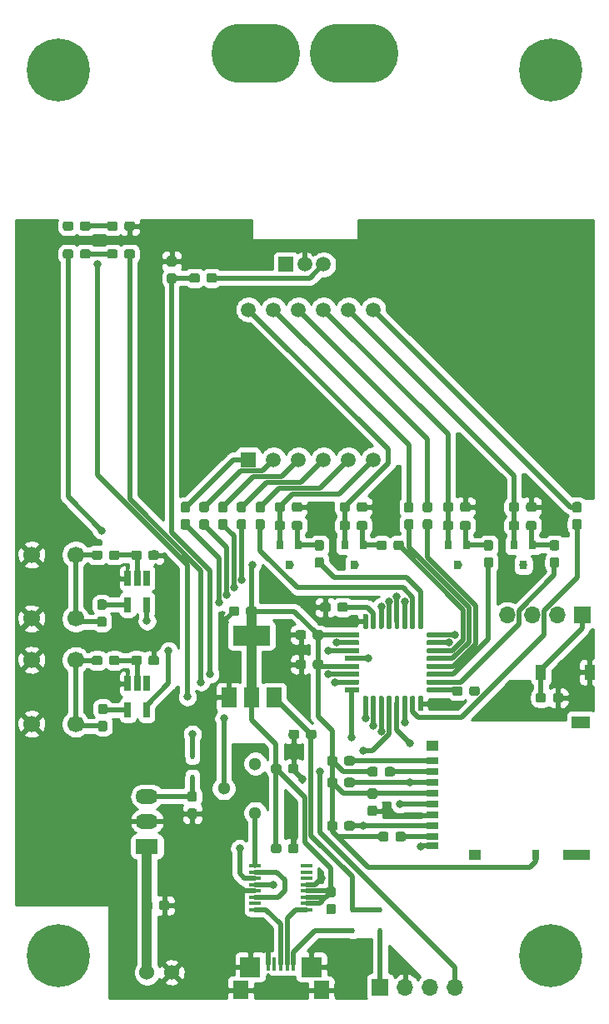
<source format=gtl>
G04 #@! TF.GenerationSoftware,KiCad,Pcbnew,(5.1.4)-1*
G04 #@! TF.CreationDate,2020-11-18T17:54:53+09:00*
G04 #@! TF.ProjectId,CurrentIndicator,43757272-656e-4744-996e-64696361746f,rev?*
G04 #@! TF.SameCoordinates,Original*
G04 #@! TF.FileFunction,Copper,L1,Top*
G04 #@! TF.FilePolarity,Positive*
%FSLAX46Y46*%
G04 Gerber Fmt 4.6, Leading zero omitted, Abs format (unit mm)*
G04 Created by KiCad (PCBNEW (5.1.4)-1) date 2020-11-18 17:54:53*
%MOMM*%
%LPD*%
G04 APERTURE LIST*
%ADD10C,0.100000*%
%ADD11C,0.950000*%
%ADD12C,6.400000*%
%ADD13R,2.100000X2.000000*%
%ADD14R,1.600000X1.900000*%
%ADD15R,0.400000X1.350000*%
%ADD16R,2.800000X1.000000*%
%ADD17R,1.900000X1.300000*%
%ADD18R,1.200000X1.000000*%
%ADD19R,0.800000X1.000000*%
%ADD20R,1.200000X0.700000*%
%ADD21R,0.650000X1.560000*%
%ADD22C,1.500000*%
%ADD23R,1.500000X1.500000*%
%ADD24R,1.500000X2.000000*%
%ADD25R,3.800000X2.000000*%
%ADD26O,2.300000X1.500000*%
%ADD27R,2.300000X1.500000*%
%ADD28C,0.500000*%
%ADD29R,1.200000X0.400000*%
%ADD30C,0.800000*%
%ADD31C,0.800000*%
%ADD32O,9.000000X6.000000*%
%ADD33C,1.700000*%
%ADD34C,1.300000*%
%ADD35R,1.050000X1.600000*%
%ADD36R,0.800000X0.900000*%
%ADD37O,1.700000X1.700000*%
%ADD38R,1.700000X1.700000*%
%ADD39C,1.524000*%
%ADD40R,0.450000X0.600000*%
%ADD41C,0.500000*%
%ADD42C,1.000000*%
%ADD43C,0.254000*%
G04 APERTURE END LIST*
D10*
G36*
X169185779Y-125526144D02*
G01*
X169208834Y-125529563D01*
X169231443Y-125535227D01*
X169253387Y-125543079D01*
X169274457Y-125553044D01*
X169294448Y-125565026D01*
X169313168Y-125578910D01*
X169330438Y-125594562D01*
X169346090Y-125611832D01*
X169359974Y-125630552D01*
X169371956Y-125650543D01*
X169381921Y-125671613D01*
X169389773Y-125693557D01*
X169395437Y-125716166D01*
X169398856Y-125739221D01*
X169400000Y-125762500D01*
X169400000Y-126237500D01*
X169398856Y-126260779D01*
X169395437Y-126283834D01*
X169389773Y-126306443D01*
X169381921Y-126328387D01*
X169371956Y-126349457D01*
X169359974Y-126369448D01*
X169346090Y-126388168D01*
X169330438Y-126405438D01*
X169313168Y-126421090D01*
X169294448Y-126434974D01*
X169274457Y-126446956D01*
X169253387Y-126456921D01*
X169231443Y-126464773D01*
X169208834Y-126470437D01*
X169185779Y-126473856D01*
X169162500Y-126475000D01*
X168587500Y-126475000D01*
X168564221Y-126473856D01*
X168541166Y-126470437D01*
X168518557Y-126464773D01*
X168496613Y-126456921D01*
X168475543Y-126446956D01*
X168455552Y-126434974D01*
X168436832Y-126421090D01*
X168419562Y-126405438D01*
X168403910Y-126388168D01*
X168390026Y-126369448D01*
X168378044Y-126349457D01*
X168368079Y-126328387D01*
X168360227Y-126306443D01*
X168354563Y-126283834D01*
X168351144Y-126260779D01*
X168350000Y-126237500D01*
X168350000Y-125762500D01*
X168351144Y-125739221D01*
X168354563Y-125716166D01*
X168360227Y-125693557D01*
X168368079Y-125671613D01*
X168378044Y-125650543D01*
X168390026Y-125630552D01*
X168403910Y-125611832D01*
X168419562Y-125594562D01*
X168436832Y-125578910D01*
X168455552Y-125565026D01*
X168475543Y-125553044D01*
X168496613Y-125543079D01*
X168518557Y-125535227D01*
X168541166Y-125529563D01*
X168564221Y-125526144D01*
X168587500Y-125525000D01*
X169162500Y-125525000D01*
X169185779Y-125526144D01*
X169185779Y-125526144D01*
G37*
D11*
X168875000Y-126000000D03*
D10*
G36*
X167435779Y-125526144D02*
G01*
X167458834Y-125529563D01*
X167481443Y-125535227D01*
X167503387Y-125543079D01*
X167524457Y-125553044D01*
X167544448Y-125565026D01*
X167563168Y-125578910D01*
X167580438Y-125594562D01*
X167596090Y-125611832D01*
X167609974Y-125630552D01*
X167621956Y-125650543D01*
X167631921Y-125671613D01*
X167639773Y-125693557D01*
X167645437Y-125716166D01*
X167648856Y-125739221D01*
X167650000Y-125762500D01*
X167650000Y-126237500D01*
X167648856Y-126260779D01*
X167645437Y-126283834D01*
X167639773Y-126306443D01*
X167631921Y-126328387D01*
X167621956Y-126349457D01*
X167609974Y-126369448D01*
X167596090Y-126388168D01*
X167580438Y-126405438D01*
X167563168Y-126421090D01*
X167544448Y-126434974D01*
X167524457Y-126446956D01*
X167503387Y-126456921D01*
X167481443Y-126464773D01*
X167458834Y-126470437D01*
X167435779Y-126473856D01*
X167412500Y-126475000D01*
X166837500Y-126475000D01*
X166814221Y-126473856D01*
X166791166Y-126470437D01*
X166768557Y-126464773D01*
X166746613Y-126456921D01*
X166725543Y-126446956D01*
X166705552Y-126434974D01*
X166686832Y-126421090D01*
X166669562Y-126405438D01*
X166653910Y-126388168D01*
X166640026Y-126369448D01*
X166628044Y-126349457D01*
X166618079Y-126328387D01*
X166610227Y-126306443D01*
X166604563Y-126283834D01*
X166601144Y-126260779D01*
X166600000Y-126237500D01*
X166600000Y-125762500D01*
X166601144Y-125739221D01*
X166604563Y-125716166D01*
X166610227Y-125693557D01*
X166618079Y-125671613D01*
X166628044Y-125650543D01*
X166640026Y-125630552D01*
X166653910Y-125611832D01*
X166669562Y-125594562D01*
X166686832Y-125578910D01*
X166705552Y-125565026D01*
X166725543Y-125553044D01*
X166746613Y-125543079D01*
X166768557Y-125535227D01*
X166791166Y-125529563D01*
X166814221Y-125526144D01*
X166837500Y-125525000D01*
X167412500Y-125525000D01*
X167435779Y-125526144D01*
X167435779Y-125526144D01*
G37*
D11*
X167125000Y-126000000D03*
D12*
X145000000Y-55000000D03*
X195000000Y-55000000D03*
X195000000Y-145000000D03*
X145000000Y-145000000D03*
D13*
X164500000Y-146150000D03*
X170700000Y-146150000D03*
D14*
X163500000Y-148500000D03*
X171700000Y-148500000D03*
D15*
X166300000Y-145825000D03*
X166950000Y-145825000D03*
X167600000Y-145825000D03*
X168250000Y-145825000D03*
X168900000Y-145825000D03*
D16*
X197650000Y-134800000D03*
D17*
X198100000Y-121300000D03*
D18*
X187300000Y-134800000D03*
X183000000Y-123650000D03*
D19*
X193500000Y-134800000D03*
D20*
X183000000Y-133850000D03*
X183000000Y-132900000D03*
X183000000Y-131800000D03*
X183000000Y-130700000D03*
X183000000Y-129600000D03*
X183000000Y-128500000D03*
X183000000Y-127400000D03*
X183000000Y-126300000D03*
X183000000Y-125200000D03*
D21*
X153950000Y-120050000D03*
X152050000Y-120050000D03*
X152050000Y-117350000D03*
X153000000Y-117350000D03*
X153950000Y-117350000D03*
X153950000Y-109350000D03*
X152050000Y-109350000D03*
X152050000Y-106650000D03*
X153000000Y-106650000D03*
X153950000Y-106650000D03*
D22*
X164300000Y-79360000D03*
X166840000Y-79360000D03*
X169380000Y-79360000D03*
X171920000Y-79360000D03*
X174460000Y-79360000D03*
X177000000Y-79360000D03*
X177000000Y-94600000D03*
X174460000Y-94600000D03*
X171920000Y-94600000D03*
X169380000Y-94600000D03*
X166840000Y-94600000D03*
D23*
X164300000Y-94600000D03*
D24*
X162300000Y-118750000D03*
X166900000Y-118750000D03*
X164600000Y-118750000D03*
D25*
X164600000Y-112450000D03*
D26*
X154000000Y-128820000D03*
X154000000Y-131360000D03*
D27*
X154000000Y-133900000D03*
D10*
G36*
X176337252Y-110275602D02*
G01*
X176349386Y-110277402D01*
X176361286Y-110280382D01*
X176372835Y-110284515D01*
X176383925Y-110289760D01*
X176394446Y-110296066D01*
X176404299Y-110303374D01*
X176413388Y-110311612D01*
X176421626Y-110320701D01*
X176428934Y-110330554D01*
X176435240Y-110341075D01*
X176440485Y-110352165D01*
X176444618Y-110363714D01*
X176447598Y-110375614D01*
X176449398Y-110387748D01*
X176450000Y-110400000D01*
X176450000Y-111650000D01*
X176449398Y-111662252D01*
X176447598Y-111674386D01*
X176444618Y-111686286D01*
X176440485Y-111697835D01*
X176435240Y-111708925D01*
X176428934Y-111719446D01*
X176421626Y-111729299D01*
X176413388Y-111738388D01*
X176404299Y-111746626D01*
X176394446Y-111753934D01*
X176383925Y-111760240D01*
X176372835Y-111765485D01*
X176361286Y-111769618D01*
X176349386Y-111772598D01*
X176337252Y-111774398D01*
X176325000Y-111775000D01*
X176075000Y-111775000D01*
X176062748Y-111774398D01*
X176050614Y-111772598D01*
X176038714Y-111769618D01*
X176027165Y-111765485D01*
X176016075Y-111760240D01*
X176005554Y-111753934D01*
X175995701Y-111746626D01*
X175986612Y-111738388D01*
X175978374Y-111729299D01*
X175971066Y-111719446D01*
X175964760Y-111708925D01*
X175959515Y-111697835D01*
X175955382Y-111686286D01*
X175952402Y-111674386D01*
X175950602Y-111662252D01*
X175950000Y-111650000D01*
X175950000Y-110400000D01*
X175950602Y-110387748D01*
X175952402Y-110375614D01*
X175955382Y-110363714D01*
X175959515Y-110352165D01*
X175964760Y-110341075D01*
X175971066Y-110330554D01*
X175978374Y-110320701D01*
X175986612Y-110311612D01*
X175995701Y-110303374D01*
X176005554Y-110296066D01*
X176016075Y-110289760D01*
X176027165Y-110284515D01*
X176038714Y-110280382D01*
X176050614Y-110277402D01*
X176062748Y-110275602D01*
X176075000Y-110275000D01*
X176325000Y-110275000D01*
X176337252Y-110275602D01*
X176337252Y-110275602D01*
G37*
D28*
X176200000Y-111025000D03*
D10*
G36*
X177137252Y-110275602D02*
G01*
X177149386Y-110277402D01*
X177161286Y-110280382D01*
X177172835Y-110284515D01*
X177183925Y-110289760D01*
X177194446Y-110296066D01*
X177204299Y-110303374D01*
X177213388Y-110311612D01*
X177221626Y-110320701D01*
X177228934Y-110330554D01*
X177235240Y-110341075D01*
X177240485Y-110352165D01*
X177244618Y-110363714D01*
X177247598Y-110375614D01*
X177249398Y-110387748D01*
X177250000Y-110400000D01*
X177250000Y-111650000D01*
X177249398Y-111662252D01*
X177247598Y-111674386D01*
X177244618Y-111686286D01*
X177240485Y-111697835D01*
X177235240Y-111708925D01*
X177228934Y-111719446D01*
X177221626Y-111729299D01*
X177213388Y-111738388D01*
X177204299Y-111746626D01*
X177194446Y-111753934D01*
X177183925Y-111760240D01*
X177172835Y-111765485D01*
X177161286Y-111769618D01*
X177149386Y-111772598D01*
X177137252Y-111774398D01*
X177125000Y-111775000D01*
X176875000Y-111775000D01*
X176862748Y-111774398D01*
X176850614Y-111772598D01*
X176838714Y-111769618D01*
X176827165Y-111765485D01*
X176816075Y-111760240D01*
X176805554Y-111753934D01*
X176795701Y-111746626D01*
X176786612Y-111738388D01*
X176778374Y-111729299D01*
X176771066Y-111719446D01*
X176764760Y-111708925D01*
X176759515Y-111697835D01*
X176755382Y-111686286D01*
X176752402Y-111674386D01*
X176750602Y-111662252D01*
X176750000Y-111650000D01*
X176750000Y-110400000D01*
X176750602Y-110387748D01*
X176752402Y-110375614D01*
X176755382Y-110363714D01*
X176759515Y-110352165D01*
X176764760Y-110341075D01*
X176771066Y-110330554D01*
X176778374Y-110320701D01*
X176786612Y-110311612D01*
X176795701Y-110303374D01*
X176805554Y-110296066D01*
X176816075Y-110289760D01*
X176827165Y-110284515D01*
X176838714Y-110280382D01*
X176850614Y-110277402D01*
X176862748Y-110275602D01*
X176875000Y-110275000D01*
X177125000Y-110275000D01*
X177137252Y-110275602D01*
X177137252Y-110275602D01*
G37*
D28*
X177000000Y-111025000D03*
D10*
G36*
X177937252Y-110275602D02*
G01*
X177949386Y-110277402D01*
X177961286Y-110280382D01*
X177972835Y-110284515D01*
X177983925Y-110289760D01*
X177994446Y-110296066D01*
X178004299Y-110303374D01*
X178013388Y-110311612D01*
X178021626Y-110320701D01*
X178028934Y-110330554D01*
X178035240Y-110341075D01*
X178040485Y-110352165D01*
X178044618Y-110363714D01*
X178047598Y-110375614D01*
X178049398Y-110387748D01*
X178050000Y-110400000D01*
X178050000Y-111650000D01*
X178049398Y-111662252D01*
X178047598Y-111674386D01*
X178044618Y-111686286D01*
X178040485Y-111697835D01*
X178035240Y-111708925D01*
X178028934Y-111719446D01*
X178021626Y-111729299D01*
X178013388Y-111738388D01*
X178004299Y-111746626D01*
X177994446Y-111753934D01*
X177983925Y-111760240D01*
X177972835Y-111765485D01*
X177961286Y-111769618D01*
X177949386Y-111772598D01*
X177937252Y-111774398D01*
X177925000Y-111775000D01*
X177675000Y-111775000D01*
X177662748Y-111774398D01*
X177650614Y-111772598D01*
X177638714Y-111769618D01*
X177627165Y-111765485D01*
X177616075Y-111760240D01*
X177605554Y-111753934D01*
X177595701Y-111746626D01*
X177586612Y-111738388D01*
X177578374Y-111729299D01*
X177571066Y-111719446D01*
X177564760Y-111708925D01*
X177559515Y-111697835D01*
X177555382Y-111686286D01*
X177552402Y-111674386D01*
X177550602Y-111662252D01*
X177550000Y-111650000D01*
X177550000Y-110400000D01*
X177550602Y-110387748D01*
X177552402Y-110375614D01*
X177555382Y-110363714D01*
X177559515Y-110352165D01*
X177564760Y-110341075D01*
X177571066Y-110330554D01*
X177578374Y-110320701D01*
X177586612Y-110311612D01*
X177595701Y-110303374D01*
X177605554Y-110296066D01*
X177616075Y-110289760D01*
X177627165Y-110284515D01*
X177638714Y-110280382D01*
X177650614Y-110277402D01*
X177662748Y-110275602D01*
X177675000Y-110275000D01*
X177925000Y-110275000D01*
X177937252Y-110275602D01*
X177937252Y-110275602D01*
G37*
D28*
X177800000Y-111025000D03*
D10*
G36*
X178737252Y-110275602D02*
G01*
X178749386Y-110277402D01*
X178761286Y-110280382D01*
X178772835Y-110284515D01*
X178783925Y-110289760D01*
X178794446Y-110296066D01*
X178804299Y-110303374D01*
X178813388Y-110311612D01*
X178821626Y-110320701D01*
X178828934Y-110330554D01*
X178835240Y-110341075D01*
X178840485Y-110352165D01*
X178844618Y-110363714D01*
X178847598Y-110375614D01*
X178849398Y-110387748D01*
X178850000Y-110400000D01*
X178850000Y-111650000D01*
X178849398Y-111662252D01*
X178847598Y-111674386D01*
X178844618Y-111686286D01*
X178840485Y-111697835D01*
X178835240Y-111708925D01*
X178828934Y-111719446D01*
X178821626Y-111729299D01*
X178813388Y-111738388D01*
X178804299Y-111746626D01*
X178794446Y-111753934D01*
X178783925Y-111760240D01*
X178772835Y-111765485D01*
X178761286Y-111769618D01*
X178749386Y-111772598D01*
X178737252Y-111774398D01*
X178725000Y-111775000D01*
X178475000Y-111775000D01*
X178462748Y-111774398D01*
X178450614Y-111772598D01*
X178438714Y-111769618D01*
X178427165Y-111765485D01*
X178416075Y-111760240D01*
X178405554Y-111753934D01*
X178395701Y-111746626D01*
X178386612Y-111738388D01*
X178378374Y-111729299D01*
X178371066Y-111719446D01*
X178364760Y-111708925D01*
X178359515Y-111697835D01*
X178355382Y-111686286D01*
X178352402Y-111674386D01*
X178350602Y-111662252D01*
X178350000Y-111650000D01*
X178350000Y-110400000D01*
X178350602Y-110387748D01*
X178352402Y-110375614D01*
X178355382Y-110363714D01*
X178359515Y-110352165D01*
X178364760Y-110341075D01*
X178371066Y-110330554D01*
X178378374Y-110320701D01*
X178386612Y-110311612D01*
X178395701Y-110303374D01*
X178405554Y-110296066D01*
X178416075Y-110289760D01*
X178427165Y-110284515D01*
X178438714Y-110280382D01*
X178450614Y-110277402D01*
X178462748Y-110275602D01*
X178475000Y-110275000D01*
X178725000Y-110275000D01*
X178737252Y-110275602D01*
X178737252Y-110275602D01*
G37*
D28*
X178600000Y-111025000D03*
D10*
G36*
X179537252Y-110275602D02*
G01*
X179549386Y-110277402D01*
X179561286Y-110280382D01*
X179572835Y-110284515D01*
X179583925Y-110289760D01*
X179594446Y-110296066D01*
X179604299Y-110303374D01*
X179613388Y-110311612D01*
X179621626Y-110320701D01*
X179628934Y-110330554D01*
X179635240Y-110341075D01*
X179640485Y-110352165D01*
X179644618Y-110363714D01*
X179647598Y-110375614D01*
X179649398Y-110387748D01*
X179650000Y-110400000D01*
X179650000Y-111650000D01*
X179649398Y-111662252D01*
X179647598Y-111674386D01*
X179644618Y-111686286D01*
X179640485Y-111697835D01*
X179635240Y-111708925D01*
X179628934Y-111719446D01*
X179621626Y-111729299D01*
X179613388Y-111738388D01*
X179604299Y-111746626D01*
X179594446Y-111753934D01*
X179583925Y-111760240D01*
X179572835Y-111765485D01*
X179561286Y-111769618D01*
X179549386Y-111772598D01*
X179537252Y-111774398D01*
X179525000Y-111775000D01*
X179275000Y-111775000D01*
X179262748Y-111774398D01*
X179250614Y-111772598D01*
X179238714Y-111769618D01*
X179227165Y-111765485D01*
X179216075Y-111760240D01*
X179205554Y-111753934D01*
X179195701Y-111746626D01*
X179186612Y-111738388D01*
X179178374Y-111729299D01*
X179171066Y-111719446D01*
X179164760Y-111708925D01*
X179159515Y-111697835D01*
X179155382Y-111686286D01*
X179152402Y-111674386D01*
X179150602Y-111662252D01*
X179150000Y-111650000D01*
X179150000Y-110400000D01*
X179150602Y-110387748D01*
X179152402Y-110375614D01*
X179155382Y-110363714D01*
X179159515Y-110352165D01*
X179164760Y-110341075D01*
X179171066Y-110330554D01*
X179178374Y-110320701D01*
X179186612Y-110311612D01*
X179195701Y-110303374D01*
X179205554Y-110296066D01*
X179216075Y-110289760D01*
X179227165Y-110284515D01*
X179238714Y-110280382D01*
X179250614Y-110277402D01*
X179262748Y-110275602D01*
X179275000Y-110275000D01*
X179525000Y-110275000D01*
X179537252Y-110275602D01*
X179537252Y-110275602D01*
G37*
D28*
X179400000Y-111025000D03*
D10*
G36*
X180337252Y-110275602D02*
G01*
X180349386Y-110277402D01*
X180361286Y-110280382D01*
X180372835Y-110284515D01*
X180383925Y-110289760D01*
X180394446Y-110296066D01*
X180404299Y-110303374D01*
X180413388Y-110311612D01*
X180421626Y-110320701D01*
X180428934Y-110330554D01*
X180435240Y-110341075D01*
X180440485Y-110352165D01*
X180444618Y-110363714D01*
X180447598Y-110375614D01*
X180449398Y-110387748D01*
X180450000Y-110400000D01*
X180450000Y-111650000D01*
X180449398Y-111662252D01*
X180447598Y-111674386D01*
X180444618Y-111686286D01*
X180440485Y-111697835D01*
X180435240Y-111708925D01*
X180428934Y-111719446D01*
X180421626Y-111729299D01*
X180413388Y-111738388D01*
X180404299Y-111746626D01*
X180394446Y-111753934D01*
X180383925Y-111760240D01*
X180372835Y-111765485D01*
X180361286Y-111769618D01*
X180349386Y-111772598D01*
X180337252Y-111774398D01*
X180325000Y-111775000D01*
X180075000Y-111775000D01*
X180062748Y-111774398D01*
X180050614Y-111772598D01*
X180038714Y-111769618D01*
X180027165Y-111765485D01*
X180016075Y-111760240D01*
X180005554Y-111753934D01*
X179995701Y-111746626D01*
X179986612Y-111738388D01*
X179978374Y-111729299D01*
X179971066Y-111719446D01*
X179964760Y-111708925D01*
X179959515Y-111697835D01*
X179955382Y-111686286D01*
X179952402Y-111674386D01*
X179950602Y-111662252D01*
X179950000Y-111650000D01*
X179950000Y-110400000D01*
X179950602Y-110387748D01*
X179952402Y-110375614D01*
X179955382Y-110363714D01*
X179959515Y-110352165D01*
X179964760Y-110341075D01*
X179971066Y-110330554D01*
X179978374Y-110320701D01*
X179986612Y-110311612D01*
X179995701Y-110303374D01*
X180005554Y-110296066D01*
X180016075Y-110289760D01*
X180027165Y-110284515D01*
X180038714Y-110280382D01*
X180050614Y-110277402D01*
X180062748Y-110275602D01*
X180075000Y-110275000D01*
X180325000Y-110275000D01*
X180337252Y-110275602D01*
X180337252Y-110275602D01*
G37*
D28*
X180200000Y-111025000D03*
D10*
G36*
X181137252Y-110275602D02*
G01*
X181149386Y-110277402D01*
X181161286Y-110280382D01*
X181172835Y-110284515D01*
X181183925Y-110289760D01*
X181194446Y-110296066D01*
X181204299Y-110303374D01*
X181213388Y-110311612D01*
X181221626Y-110320701D01*
X181228934Y-110330554D01*
X181235240Y-110341075D01*
X181240485Y-110352165D01*
X181244618Y-110363714D01*
X181247598Y-110375614D01*
X181249398Y-110387748D01*
X181250000Y-110400000D01*
X181250000Y-111650000D01*
X181249398Y-111662252D01*
X181247598Y-111674386D01*
X181244618Y-111686286D01*
X181240485Y-111697835D01*
X181235240Y-111708925D01*
X181228934Y-111719446D01*
X181221626Y-111729299D01*
X181213388Y-111738388D01*
X181204299Y-111746626D01*
X181194446Y-111753934D01*
X181183925Y-111760240D01*
X181172835Y-111765485D01*
X181161286Y-111769618D01*
X181149386Y-111772598D01*
X181137252Y-111774398D01*
X181125000Y-111775000D01*
X180875000Y-111775000D01*
X180862748Y-111774398D01*
X180850614Y-111772598D01*
X180838714Y-111769618D01*
X180827165Y-111765485D01*
X180816075Y-111760240D01*
X180805554Y-111753934D01*
X180795701Y-111746626D01*
X180786612Y-111738388D01*
X180778374Y-111729299D01*
X180771066Y-111719446D01*
X180764760Y-111708925D01*
X180759515Y-111697835D01*
X180755382Y-111686286D01*
X180752402Y-111674386D01*
X180750602Y-111662252D01*
X180750000Y-111650000D01*
X180750000Y-110400000D01*
X180750602Y-110387748D01*
X180752402Y-110375614D01*
X180755382Y-110363714D01*
X180759515Y-110352165D01*
X180764760Y-110341075D01*
X180771066Y-110330554D01*
X180778374Y-110320701D01*
X180786612Y-110311612D01*
X180795701Y-110303374D01*
X180805554Y-110296066D01*
X180816075Y-110289760D01*
X180827165Y-110284515D01*
X180838714Y-110280382D01*
X180850614Y-110277402D01*
X180862748Y-110275602D01*
X180875000Y-110275000D01*
X181125000Y-110275000D01*
X181137252Y-110275602D01*
X181137252Y-110275602D01*
G37*
D28*
X181000000Y-111025000D03*
D10*
G36*
X181937252Y-110275602D02*
G01*
X181949386Y-110277402D01*
X181961286Y-110280382D01*
X181972835Y-110284515D01*
X181983925Y-110289760D01*
X181994446Y-110296066D01*
X182004299Y-110303374D01*
X182013388Y-110311612D01*
X182021626Y-110320701D01*
X182028934Y-110330554D01*
X182035240Y-110341075D01*
X182040485Y-110352165D01*
X182044618Y-110363714D01*
X182047598Y-110375614D01*
X182049398Y-110387748D01*
X182050000Y-110400000D01*
X182050000Y-111650000D01*
X182049398Y-111662252D01*
X182047598Y-111674386D01*
X182044618Y-111686286D01*
X182040485Y-111697835D01*
X182035240Y-111708925D01*
X182028934Y-111719446D01*
X182021626Y-111729299D01*
X182013388Y-111738388D01*
X182004299Y-111746626D01*
X181994446Y-111753934D01*
X181983925Y-111760240D01*
X181972835Y-111765485D01*
X181961286Y-111769618D01*
X181949386Y-111772598D01*
X181937252Y-111774398D01*
X181925000Y-111775000D01*
X181675000Y-111775000D01*
X181662748Y-111774398D01*
X181650614Y-111772598D01*
X181638714Y-111769618D01*
X181627165Y-111765485D01*
X181616075Y-111760240D01*
X181605554Y-111753934D01*
X181595701Y-111746626D01*
X181586612Y-111738388D01*
X181578374Y-111729299D01*
X181571066Y-111719446D01*
X181564760Y-111708925D01*
X181559515Y-111697835D01*
X181555382Y-111686286D01*
X181552402Y-111674386D01*
X181550602Y-111662252D01*
X181550000Y-111650000D01*
X181550000Y-110400000D01*
X181550602Y-110387748D01*
X181552402Y-110375614D01*
X181555382Y-110363714D01*
X181559515Y-110352165D01*
X181564760Y-110341075D01*
X181571066Y-110330554D01*
X181578374Y-110320701D01*
X181586612Y-110311612D01*
X181595701Y-110303374D01*
X181605554Y-110296066D01*
X181616075Y-110289760D01*
X181627165Y-110284515D01*
X181638714Y-110280382D01*
X181650614Y-110277402D01*
X181662748Y-110275602D01*
X181675000Y-110275000D01*
X181925000Y-110275000D01*
X181937252Y-110275602D01*
X181937252Y-110275602D01*
G37*
D28*
X181800000Y-111025000D03*
D10*
G36*
X183812252Y-112150602D02*
G01*
X183824386Y-112152402D01*
X183836286Y-112155382D01*
X183847835Y-112159515D01*
X183858925Y-112164760D01*
X183869446Y-112171066D01*
X183879299Y-112178374D01*
X183888388Y-112186612D01*
X183896626Y-112195701D01*
X183903934Y-112205554D01*
X183910240Y-112216075D01*
X183915485Y-112227165D01*
X183919618Y-112238714D01*
X183922598Y-112250614D01*
X183924398Y-112262748D01*
X183925000Y-112275000D01*
X183925000Y-112525000D01*
X183924398Y-112537252D01*
X183922598Y-112549386D01*
X183919618Y-112561286D01*
X183915485Y-112572835D01*
X183910240Y-112583925D01*
X183903934Y-112594446D01*
X183896626Y-112604299D01*
X183888388Y-112613388D01*
X183879299Y-112621626D01*
X183869446Y-112628934D01*
X183858925Y-112635240D01*
X183847835Y-112640485D01*
X183836286Y-112644618D01*
X183824386Y-112647598D01*
X183812252Y-112649398D01*
X183800000Y-112650000D01*
X182550000Y-112650000D01*
X182537748Y-112649398D01*
X182525614Y-112647598D01*
X182513714Y-112644618D01*
X182502165Y-112640485D01*
X182491075Y-112635240D01*
X182480554Y-112628934D01*
X182470701Y-112621626D01*
X182461612Y-112613388D01*
X182453374Y-112604299D01*
X182446066Y-112594446D01*
X182439760Y-112583925D01*
X182434515Y-112572835D01*
X182430382Y-112561286D01*
X182427402Y-112549386D01*
X182425602Y-112537252D01*
X182425000Y-112525000D01*
X182425000Y-112275000D01*
X182425602Y-112262748D01*
X182427402Y-112250614D01*
X182430382Y-112238714D01*
X182434515Y-112227165D01*
X182439760Y-112216075D01*
X182446066Y-112205554D01*
X182453374Y-112195701D01*
X182461612Y-112186612D01*
X182470701Y-112178374D01*
X182480554Y-112171066D01*
X182491075Y-112164760D01*
X182502165Y-112159515D01*
X182513714Y-112155382D01*
X182525614Y-112152402D01*
X182537748Y-112150602D01*
X182550000Y-112150000D01*
X183800000Y-112150000D01*
X183812252Y-112150602D01*
X183812252Y-112150602D01*
G37*
D28*
X183175000Y-112400000D03*
D10*
G36*
X183812252Y-112950602D02*
G01*
X183824386Y-112952402D01*
X183836286Y-112955382D01*
X183847835Y-112959515D01*
X183858925Y-112964760D01*
X183869446Y-112971066D01*
X183879299Y-112978374D01*
X183888388Y-112986612D01*
X183896626Y-112995701D01*
X183903934Y-113005554D01*
X183910240Y-113016075D01*
X183915485Y-113027165D01*
X183919618Y-113038714D01*
X183922598Y-113050614D01*
X183924398Y-113062748D01*
X183925000Y-113075000D01*
X183925000Y-113325000D01*
X183924398Y-113337252D01*
X183922598Y-113349386D01*
X183919618Y-113361286D01*
X183915485Y-113372835D01*
X183910240Y-113383925D01*
X183903934Y-113394446D01*
X183896626Y-113404299D01*
X183888388Y-113413388D01*
X183879299Y-113421626D01*
X183869446Y-113428934D01*
X183858925Y-113435240D01*
X183847835Y-113440485D01*
X183836286Y-113444618D01*
X183824386Y-113447598D01*
X183812252Y-113449398D01*
X183800000Y-113450000D01*
X182550000Y-113450000D01*
X182537748Y-113449398D01*
X182525614Y-113447598D01*
X182513714Y-113444618D01*
X182502165Y-113440485D01*
X182491075Y-113435240D01*
X182480554Y-113428934D01*
X182470701Y-113421626D01*
X182461612Y-113413388D01*
X182453374Y-113404299D01*
X182446066Y-113394446D01*
X182439760Y-113383925D01*
X182434515Y-113372835D01*
X182430382Y-113361286D01*
X182427402Y-113349386D01*
X182425602Y-113337252D01*
X182425000Y-113325000D01*
X182425000Y-113075000D01*
X182425602Y-113062748D01*
X182427402Y-113050614D01*
X182430382Y-113038714D01*
X182434515Y-113027165D01*
X182439760Y-113016075D01*
X182446066Y-113005554D01*
X182453374Y-112995701D01*
X182461612Y-112986612D01*
X182470701Y-112978374D01*
X182480554Y-112971066D01*
X182491075Y-112964760D01*
X182502165Y-112959515D01*
X182513714Y-112955382D01*
X182525614Y-112952402D01*
X182537748Y-112950602D01*
X182550000Y-112950000D01*
X183800000Y-112950000D01*
X183812252Y-112950602D01*
X183812252Y-112950602D01*
G37*
D28*
X183175000Y-113200000D03*
D10*
G36*
X183812252Y-113750602D02*
G01*
X183824386Y-113752402D01*
X183836286Y-113755382D01*
X183847835Y-113759515D01*
X183858925Y-113764760D01*
X183869446Y-113771066D01*
X183879299Y-113778374D01*
X183888388Y-113786612D01*
X183896626Y-113795701D01*
X183903934Y-113805554D01*
X183910240Y-113816075D01*
X183915485Y-113827165D01*
X183919618Y-113838714D01*
X183922598Y-113850614D01*
X183924398Y-113862748D01*
X183925000Y-113875000D01*
X183925000Y-114125000D01*
X183924398Y-114137252D01*
X183922598Y-114149386D01*
X183919618Y-114161286D01*
X183915485Y-114172835D01*
X183910240Y-114183925D01*
X183903934Y-114194446D01*
X183896626Y-114204299D01*
X183888388Y-114213388D01*
X183879299Y-114221626D01*
X183869446Y-114228934D01*
X183858925Y-114235240D01*
X183847835Y-114240485D01*
X183836286Y-114244618D01*
X183824386Y-114247598D01*
X183812252Y-114249398D01*
X183800000Y-114250000D01*
X182550000Y-114250000D01*
X182537748Y-114249398D01*
X182525614Y-114247598D01*
X182513714Y-114244618D01*
X182502165Y-114240485D01*
X182491075Y-114235240D01*
X182480554Y-114228934D01*
X182470701Y-114221626D01*
X182461612Y-114213388D01*
X182453374Y-114204299D01*
X182446066Y-114194446D01*
X182439760Y-114183925D01*
X182434515Y-114172835D01*
X182430382Y-114161286D01*
X182427402Y-114149386D01*
X182425602Y-114137252D01*
X182425000Y-114125000D01*
X182425000Y-113875000D01*
X182425602Y-113862748D01*
X182427402Y-113850614D01*
X182430382Y-113838714D01*
X182434515Y-113827165D01*
X182439760Y-113816075D01*
X182446066Y-113805554D01*
X182453374Y-113795701D01*
X182461612Y-113786612D01*
X182470701Y-113778374D01*
X182480554Y-113771066D01*
X182491075Y-113764760D01*
X182502165Y-113759515D01*
X182513714Y-113755382D01*
X182525614Y-113752402D01*
X182537748Y-113750602D01*
X182550000Y-113750000D01*
X183800000Y-113750000D01*
X183812252Y-113750602D01*
X183812252Y-113750602D01*
G37*
D28*
X183175000Y-114000000D03*
D10*
G36*
X183812252Y-114550602D02*
G01*
X183824386Y-114552402D01*
X183836286Y-114555382D01*
X183847835Y-114559515D01*
X183858925Y-114564760D01*
X183869446Y-114571066D01*
X183879299Y-114578374D01*
X183888388Y-114586612D01*
X183896626Y-114595701D01*
X183903934Y-114605554D01*
X183910240Y-114616075D01*
X183915485Y-114627165D01*
X183919618Y-114638714D01*
X183922598Y-114650614D01*
X183924398Y-114662748D01*
X183925000Y-114675000D01*
X183925000Y-114925000D01*
X183924398Y-114937252D01*
X183922598Y-114949386D01*
X183919618Y-114961286D01*
X183915485Y-114972835D01*
X183910240Y-114983925D01*
X183903934Y-114994446D01*
X183896626Y-115004299D01*
X183888388Y-115013388D01*
X183879299Y-115021626D01*
X183869446Y-115028934D01*
X183858925Y-115035240D01*
X183847835Y-115040485D01*
X183836286Y-115044618D01*
X183824386Y-115047598D01*
X183812252Y-115049398D01*
X183800000Y-115050000D01*
X182550000Y-115050000D01*
X182537748Y-115049398D01*
X182525614Y-115047598D01*
X182513714Y-115044618D01*
X182502165Y-115040485D01*
X182491075Y-115035240D01*
X182480554Y-115028934D01*
X182470701Y-115021626D01*
X182461612Y-115013388D01*
X182453374Y-115004299D01*
X182446066Y-114994446D01*
X182439760Y-114983925D01*
X182434515Y-114972835D01*
X182430382Y-114961286D01*
X182427402Y-114949386D01*
X182425602Y-114937252D01*
X182425000Y-114925000D01*
X182425000Y-114675000D01*
X182425602Y-114662748D01*
X182427402Y-114650614D01*
X182430382Y-114638714D01*
X182434515Y-114627165D01*
X182439760Y-114616075D01*
X182446066Y-114605554D01*
X182453374Y-114595701D01*
X182461612Y-114586612D01*
X182470701Y-114578374D01*
X182480554Y-114571066D01*
X182491075Y-114564760D01*
X182502165Y-114559515D01*
X182513714Y-114555382D01*
X182525614Y-114552402D01*
X182537748Y-114550602D01*
X182550000Y-114550000D01*
X183800000Y-114550000D01*
X183812252Y-114550602D01*
X183812252Y-114550602D01*
G37*
D28*
X183175000Y-114800000D03*
D10*
G36*
X183812252Y-115350602D02*
G01*
X183824386Y-115352402D01*
X183836286Y-115355382D01*
X183847835Y-115359515D01*
X183858925Y-115364760D01*
X183869446Y-115371066D01*
X183879299Y-115378374D01*
X183888388Y-115386612D01*
X183896626Y-115395701D01*
X183903934Y-115405554D01*
X183910240Y-115416075D01*
X183915485Y-115427165D01*
X183919618Y-115438714D01*
X183922598Y-115450614D01*
X183924398Y-115462748D01*
X183925000Y-115475000D01*
X183925000Y-115725000D01*
X183924398Y-115737252D01*
X183922598Y-115749386D01*
X183919618Y-115761286D01*
X183915485Y-115772835D01*
X183910240Y-115783925D01*
X183903934Y-115794446D01*
X183896626Y-115804299D01*
X183888388Y-115813388D01*
X183879299Y-115821626D01*
X183869446Y-115828934D01*
X183858925Y-115835240D01*
X183847835Y-115840485D01*
X183836286Y-115844618D01*
X183824386Y-115847598D01*
X183812252Y-115849398D01*
X183800000Y-115850000D01*
X182550000Y-115850000D01*
X182537748Y-115849398D01*
X182525614Y-115847598D01*
X182513714Y-115844618D01*
X182502165Y-115840485D01*
X182491075Y-115835240D01*
X182480554Y-115828934D01*
X182470701Y-115821626D01*
X182461612Y-115813388D01*
X182453374Y-115804299D01*
X182446066Y-115794446D01*
X182439760Y-115783925D01*
X182434515Y-115772835D01*
X182430382Y-115761286D01*
X182427402Y-115749386D01*
X182425602Y-115737252D01*
X182425000Y-115725000D01*
X182425000Y-115475000D01*
X182425602Y-115462748D01*
X182427402Y-115450614D01*
X182430382Y-115438714D01*
X182434515Y-115427165D01*
X182439760Y-115416075D01*
X182446066Y-115405554D01*
X182453374Y-115395701D01*
X182461612Y-115386612D01*
X182470701Y-115378374D01*
X182480554Y-115371066D01*
X182491075Y-115364760D01*
X182502165Y-115359515D01*
X182513714Y-115355382D01*
X182525614Y-115352402D01*
X182537748Y-115350602D01*
X182550000Y-115350000D01*
X183800000Y-115350000D01*
X183812252Y-115350602D01*
X183812252Y-115350602D01*
G37*
D28*
X183175000Y-115600000D03*
D10*
G36*
X183812252Y-116150602D02*
G01*
X183824386Y-116152402D01*
X183836286Y-116155382D01*
X183847835Y-116159515D01*
X183858925Y-116164760D01*
X183869446Y-116171066D01*
X183879299Y-116178374D01*
X183888388Y-116186612D01*
X183896626Y-116195701D01*
X183903934Y-116205554D01*
X183910240Y-116216075D01*
X183915485Y-116227165D01*
X183919618Y-116238714D01*
X183922598Y-116250614D01*
X183924398Y-116262748D01*
X183925000Y-116275000D01*
X183925000Y-116525000D01*
X183924398Y-116537252D01*
X183922598Y-116549386D01*
X183919618Y-116561286D01*
X183915485Y-116572835D01*
X183910240Y-116583925D01*
X183903934Y-116594446D01*
X183896626Y-116604299D01*
X183888388Y-116613388D01*
X183879299Y-116621626D01*
X183869446Y-116628934D01*
X183858925Y-116635240D01*
X183847835Y-116640485D01*
X183836286Y-116644618D01*
X183824386Y-116647598D01*
X183812252Y-116649398D01*
X183800000Y-116650000D01*
X182550000Y-116650000D01*
X182537748Y-116649398D01*
X182525614Y-116647598D01*
X182513714Y-116644618D01*
X182502165Y-116640485D01*
X182491075Y-116635240D01*
X182480554Y-116628934D01*
X182470701Y-116621626D01*
X182461612Y-116613388D01*
X182453374Y-116604299D01*
X182446066Y-116594446D01*
X182439760Y-116583925D01*
X182434515Y-116572835D01*
X182430382Y-116561286D01*
X182427402Y-116549386D01*
X182425602Y-116537252D01*
X182425000Y-116525000D01*
X182425000Y-116275000D01*
X182425602Y-116262748D01*
X182427402Y-116250614D01*
X182430382Y-116238714D01*
X182434515Y-116227165D01*
X182439760Y-116216075D01*
X182446066Y-116205554D01*
X182453374Y-116195701D01*
X182461612Y-116186612D01*
X182470701Y-116178374D01*
X182480554Y-116171066D01*
X182491075Y-116164760D01*
X182502165Y-116159515D01*
X182513714Y-116155382D01*
X182525614Y-116152402D01*
X182537748Y-116150602D01*
X182550000Y-116150000D01*
X183800000Y-116150000D01*
X183812252Y-116150602D01*
X183812252Y-116150602D01*
G37*
D28*
X183175000Y-116400000D03*
D10*
G36*
X183812252Y-116950602D02*
G01*
X183824386Y-116952402D01*
X183836286Y-116955382D01*
X183847835Y-116959515D01*
X183858925Y-116964760D01*
X183869446Y-116971066D01*
X183879299Y-116978374D01*
X183888388Y-116986612D01*
X183896626Y-116995701D01*
X183903934Y-117005554D01*
X183910240Y-117016075D01*
X183915485Y-117027165D01*
X183919618Y-117038714D01*
X183922598Y-117050614D01*
X183924398Y-117062748D01*
X183925000Y-117075000D01*
X183925000Y-117325000D01*
X183924398Y-117337252D01*
X183922598Y-117349386D01*
X183919618Y-117361286D01*
X183915485Y-117372835D01*
X183910240Y-117383925D01*
X183903934Y-117394446D01*
X183896626Y-117404299D01*
X183888388Y-117413388D01*
X183879299Y-117421626D01*
X183869446Y-117428934D01*
X183858925Y-117435240D01*
X183847835Y-117440485D01*
X183836286Y-117444618D01*
X183824386Y-117447598D01*
X183812252Y-117449398D01*
X183800000Y-117450000D01*
X182550000Y-117450000D01*
X182537748Y-117449398D01*
X182525614Y-117447598D01*
X182513714Y-117444618D01*
X182502165Y-117440485D01*
X182491075Y-117435240D01*
X182480554Y-117428934D01*
X182470701Y-117421626D01*
X182461612Y-117413388D01*
X182453374Y-117404299D01*
X182446066Y-117394446D01*
X182439760Y-117383925D01*
X182434515Y-117372835D01*
X182430382Y-117361286D01*
X182427402Y-117349386D01*
X182425602Y-117337252D01*
X182425000Y-117325000D01*
X182425000Y-117075000D01*
X182425602Y-117062748D01*
X182427402Y-117050614D01*
X182430382Y-117038714D01*
X182434515Y-117027165D01*
X182439760Y-117016075D01*
X182446066Y-117005554D01*
X182453374Y-116995701D01*
X182461612Y-116986612D01*
X182470701Y-116978374D01*
X182480554Y-116971066D01*
X182491075Y-116964760D01*
X182502165Y-116959515D01*
X182513714Y-116955382D01*
X182525614Y-116952402D01*
X182537748Y-116950602D01*
X182550000Y-116950000D01*
X183800000Y-116950000D01*
X183812252Y-116950602D01*
X183812252Y-116950602D01*
G37*
D28*
X183175000Y-117200000D03*
D10*
G36*
X183812252Y-117750602D02*
G01*
X183824386Y-117752402D01*
X183836286Y-117755382D01*
X183847835Y-117759515D01*
X183858925Y-117764760D01*
X183869446Y-117771066D01*
X183879299Y-117778374D01*
X183888388Y-117786612D01*
X183896626Y-117795701D01*
X183903934Y-117805554D01*
X183910240Y-117816075D01*
X183915485Y-117827165D01*
X183919618Y-117838714D01*
X183922598Y-117850614D01*
X183924398Y-117862748D01*
X183925000Y-117875000D01*
X183925000Y-118125000D01*
X183924398Y-118137252D01*
X183922598Y-118149386D01*
X183919618Y-118161286D01*
X183915485Y-118172835D01*
X183910240Y-118183925D01*
X183903934Y-118194446D01*
X183896626Y-118204299D01*
X183888388Y-118213388D01*
X183879299Y-118221626D01*
X183869446Y-118228934D01*
X183858925Y-118235240D01*
X183847835Y-118240485D01*
X183836286Y-118244618D01*
X183824386Y-118247598D01*
X183812252Y-118249398D01*
X183800000Y-118250000D01*
X182550000Y-118250000D01*
X182537748Y-118249398D01*
X182525614Y-118247598D01*
X182513714Y-118244618D01*
X182502165Y-118240485D01*
X182491075Y-118235240D01*
X182480554Y-118228934D01*
X182470701Y-118221626D01*
X182461612Y-118213388D01*
X182453374Y-118204299D01*
X182446066Y-118194446D01*
X182439760Y-118183925D01*
X182434515Y-118172835D01*
X182430382Y-118161286D01*
X182427402Y-118149386D01*
X182425602Y-118137252D01*
X182425000Y-118125000D01*
X182425000Y-117875000D01*
X182425602Y-117862748D01*
X182427402Y-117850614D01*
X182430382Y-117838714D01*
X182434515Y-117827165D01*
X182439760Y-117816075D01*
X182446066Y-117805554D01*
X182453374Y-117795701D01*
X182461612Y-117786612D01*
X182470701Y-117778374D01*
X182480554Y-117771066D01*
X182491075Y-117764760D01*
X182502165Y-117759515D01*
X182513714Y-117755382D01*
X182525614Y-117752402D01*
X182537748Y-117750602D01*
X182550000Y-117750000D01*
X183800000Y-117750000D01*
X183812252Y-117750602D01*
X183812252Y-117750602D01*
G37*
D28*
X183175000Y-118000000D03*
D10*
G36*
X181937252Y-118625602D02*
G01*
X181949386Y-118627402D01*
X181961286Y-118630382D01*
X181972835Y-118634515D01*
X181983925Y-118639760D01*
X181994446Y-118646066D01*
X182004299Y-118653374D01*
X182013388Y-118661612D01*
X182021626Y-118670701D01*
X182028934Y-118680554D01*
X182035240Y-118691075D01*
X182040485Y-118702165D01*
X182044618Y-118713714D01*
X182047598Y-118725614D01*
X182049398Y-118737748D01*
X182050000Y-118750000D01*
X182050000Y-120000000D01*
X182049398Y-120012252D01*
X182047598Y-120024386D01*
X182044618Y-120036286D01*
X182040485Y-120047835D01*
X182035240Y-120058925D01*
X182028934Y-120069446D01*
X182021626Y-120079299D01*
X182013388Y-120088388D01*
X182004299Y-120096626D01*
X181994446Y-120103934D01*
X181983925Y-120110240D01*
X181972835Y-120115485D01*
X181961286Y-120119618D01*
X181949386Y-120122598D01*
X181937252Y-120124398D01*
X181925000Y-120125000D01*
X181675000Y-120125000D01*
X181662748Y-120124398D01*
X181650614Y-120122598D01*
X181638714Y-120119618D01*
X181627165Y-120115485D01*
X181616075Y-120110240D01*
X181605554Y-120103934D01*
X181595701Y-120096626D01*
X181586612Y-120088388D01*
X181578374Y-120079299D01*
X181571066Y-120069446D01*
X181564760Y-120058925D01*
X181559515Y-120047835D01*
X181555382Y-120036286D01*
X181552402Y-120024386D01*
X181550602Y-120012252D01*
X181550000Y-120000000D01*
X181550000Y-118750000D01*
X181550602Y-118737748D01*
X181552402Y-118725614D01*
X181555382Y-118713714D01*
X181559515Y-118702165D01*
X181564760Y-118691075D01*
X181571066Y-118680554D01*
X181578374Y-118670701D01*
X181586612Y-118661612D01*
X181595701Y-118653374D01*
X181605554Y-118646066D01*
X181616075Y-118639760D01*
X181627165Y-118634515D01*
X181638714Y-118630382D01*
X181650614Y-118627402D01*
X181662748Y-118625602D01*
X181675000Y-118625000D01*
X181925000Y-118625000D01*
X181937252Y-118625602D01*
X181937252Y-118625602D01*
G37*
D28*
X181800000Y-119375000D03*
D10*
G36*
X181137252Y-118625602D02*
G01*
X181149386Y-118627402D01*
X181161286Y-118630382D01*
X181172835Y-118634515D01*
X181183925Y-118639760D01*
X181194446Y-118646066D01*
X181204299Y-118653374D01*
X181213388Y-118661612D01*
X181221626Y-118670701D01*
X181228934Y-118680554D01*
X181235240Y-118691075D01*
X181240485Y-118702165D01*
X181244618Y-118713714D01*
X181247598Y-118725614D01*
X181249398Y-118737748D01*
X181250000Y-118750000D01*
X181250000Y-120000000D01*
X181249398Y-120012252D01*
X181247598Y-120024386D01*
X181244618Y-120036286D01*
X181240485Y-120047835D01*
X181235240Y-120058925D01*
X181228934Y-120069446D01*
X181221626Y-120079299D01*
X181213388Y-120088388D01*
X181204299Y-120096626D01*
X181194446Y-120103934D01*
X181183925Y-120110240D01*
X181172835Y-120115485D01*
X181161286Y-120119618D01*
X181149386Y-120122598D01*
X181137252Y-120124398D01*
X181125000Y-120125000D01*
X180875000Y-120125000D01*
X180862748Y-120124398D01*
X180850614Y-120122598D01*
X180838714Y-120119618D01*
X180827165Y-120115485D01*
X180816075Y-120110240D01*
X180805554Y-120103934D01*
X180795701Y-120096626D01*
X180786612Y-120088388D01*
X180778374Y-120079299D01*
X180771066Y-120069446D01*
X180764760Y-120058925D01*
X180759515Y-120047835D01*
X180755382Y-120036286D01*
X180752402Y-120024386D01*
X180750602Y-120012252D01*
X180750000Y-120000000D01*
X180750000Y-118750000D01*
X180750602Y-118737748D01*
X180752402Y-118725614D01*
X180755382Y-118713714D01*
X180759515Y-118702165D01*
X180764760Y-118691075D01*
X180771066Y-118680554D01*
X180778374Y-118670701D01*
X180786612Y-118661612D01*
X180795701Y-118653374D01*
X180805554Y-118646066D01*
X180816075Y-118639760D01*
X180827165Y-118634515D01*
X180838714Y-118630382D01*
X180850614Y-118627402D01*
X180862748Y-118625602D01*
X180875000Y-118625000D01*
X181125000Y-118625000D01*
X181137252Y-118625602D01*
X181137252Y-118625602D01*
G37*
D28*
X181000000Y-119375000D03*
D10*
G36*
X180337252Y-118625602D02*
G01*
X180349386Y-118627402D01*
X180361286Y-118630382D01*
X180372835Y-118634515D01*
X180383925Y-118639760D01*
X180394446Y-118646066D01*
X180404299Y-118653374D01*
X180413388Y-118661612D01*
X180421626Y-118670701D01*
X180428934Y-118680554D01*
X180435240Y-118691075D01*
X180440485Y-118702165D01*
X180444618Y-118713714D01*
X180447598Y-118725614D01*
X180449398Y-118737748D01*
X180450000Y-118750000D01*
X180450000Y-120000000D01*
X180449398Y-120012252D01*
X180447598Y-120024386D01*
X180444618Y-120036286D01*
X180440485Y-120047835D01*
X180435240Y-120058925D01*
X180428934Y-120069446D01*
X180421626Y-120079299D01*
X180413388Y-120088388D01*
X180404299Y-120096626D01*
X180394446Y-120103934D01*
X180383925Y-120110240D01*
X180372835Y-120115485D01*
X180361286Y-120119618D01*
X180349386Y-120122598D01*
X180337252Y-120124398D01*
X180325000Y-120125000D01*
X180075000Y-120125000D01*
X180062748Y-120124398D01*
X180050614Y-120122598D01*
X180038714Y-120119618D01*
X180027165Y-120115485D01*
X180016075Y-120110240D01*
X180005554Y-120103934D01*
X179995701Y-120096626D01*
X179986612Y-120088388D01*
X179978374Y-120079299D01*
X179971066Y-120069446D01*
X179964760Y-120058925D01*
X179959515Y-120047835D01*
X179955382Y-120036286D01*
X179952402Y-120024386D01*
X179950602Y-120012252D01*
X179950000Y-120000000D01*
X179950000Y-118750000D01*
X179950602Y-118737748D01*
X179952402Y-118725614D01*
X179955382Y-118713714D01*
X179959515Y-118702165D01*
X179964760Y-118691075D01*
X179971066Y-118680554D01*
X179978374Y-118670701D01*
X179986612Y-118661612D01*
X179995701Y-118653374D01*
X180005554Y-118646066D01*
X180016075Y-118639760D01*
X180027165Y-118634515D01*
X180038714Y-118630382D01*
X180050614Y-118627402D01*
X180062748Y-118625602D01*
X180075000Y-118625000D01*
X180325000Y-118625000D01*
X180337252Y-118625602D01*
X180337252Y-118625602D01*
G37*
D28*
X180200000Y-119375000D03*
D10*
G36*
X179537252Y-118625602D02*
G01*
X179549386Y-118627402D01*
X179561286Y-118630382D01*
X179572835Y-118634515D01*
X179583925Y-118639760D01*
X179594446Y-118646066D01*
X179604299Y-118653374D01*
X179613388Y-118661612D01*
X179621626Y-118670701D01*
X179628934Y-118680554D01*
X179635240Y-118691075D01*
X179640485Y-118702165D01*
X179644618Y-118713714D01*
X179647598Y-118725614D01*
X179649398Y-118737748D01*
X179650000Y-118750000D01*
X179650000Y-120000000D01*
X179649398Y-120012252D01*
X179647598Y-120024386D01*
X179644618Y-120036286D01*
X179640485Y-120047835D01*
X179635240Y-120058925D01*
X179628934Y-120069446D01*
X179621626Y-120079299D01*
X179613388Y-120088388D01*
X179604299Y-120096626D01*
X179594446Y-120103934D01*
X179583925Y-120110240D01*
X179572835Y-120115485D01*
X179561286Y-120119618D01*
X179549386Y-120122598D01*
X179537252Y-120124398D01*
X179525000Y-120125000D01*
X179275000Y-120125000D01*
X179262748Y-120124398D01*
X179250614Y-120122598D01*
X179238714Y-120119618D01*
X179227165Y-120115485D01*
X179216075Y-120110240D01*
X179205554Y-120103934D01*
X179195701Y-120096626D01*
X179186612Y-120088388D01*
X179178374Y-120079299D01*
X179171066Y-120069446D01*
X179164760Y-120058925D01*
X179159515Y-120047835D01*
X179155382Y-120036286D01*
X179152402Y-120024386D01*
X179150602Y-120012252D01*
X179150000Y-120000000D01*
X179150000Y-118750000D01*
X179150602Y-118737748D01*
X179152402Y-118725614D01*
X179155382Y-118713714D01*
X179159515Y-118702165D01*
X179164760Y-118691075D01*
X179171066Y-118680554D01*
X179178374Y-118670701D01*
X179186612Y-118661612D01*
X179195701Y-118653374D01*
X179205554Y-118646066D01*
X179216075Y-118639760D01*
X179227165Y-118634515D01*
X179238714Y-118630382D01*
X179250614Y-118627402D01*
X179262748Y-118625602D01*
X179275000Y-118625000D01*
X179525000Y-118625000D01*
X179537252Y-118625602D01*
X179537252Y-118625602D01*
G37*
D28*
X179400000Y-119375000D03*
D10*
G36*
X178737252Y-118625602D02*
G01*
X178749386Y-118627402D01*
X178761286Y-118630382D01*
X178772835Y-118634515D01*
X178783925Y-118639760D01*
X178794446Y-118646066D01*
X178804299Y-118653374D01*
X178813388Y-118661612D01*
X178821626Y-118670701D01*
X178828934Y-118680554D01*
X178835240Y-118691075D01*
X178840485Y-118702165D01*
X178844618Y-118713714D01*
X178847598Y-118725614D01*
X178849398Y-118737748D01*
X178850000Y-118750000D01*
X178850000Y-120000000D01*
X178849398Y-120012252D01*
X178847598Y-120024386D01*
X178844618Y-120036286D01*
X178840485Y-120047835D01*
X178835240Y-120058925D01*
X178828934Y-120069446D01*
X178821626Y-120079299D01*
X178813388Y-120088388D01*
X178804299Y-120096626D01*
X178794446Y-120103934D01*
X178783925Y-120110240D01*
X178772835Y-120115485D01*
X178761286Y-120119618D01*
X178749386Y-120122598D01*
X178737252Y-120124398D01*
X178725000Y-120125000D01*
X178475000Y-120125000D01*
X178462748Y-120124398D01*
X178450614Y-120122598D01*
X178438714Y-120119618D01*
X178427165Y-120115485D01*
X178416075Y-120110240D01*
X178405554Y-120103934D01*
X178395701Y-120096626D01*
X178386612Y-120088388D01*
X178378374Y-120079299D01*
X178371066Y-120069446D01*
X178364760Y-120058925D01*
X178359515Y-120047835D01*
X178355382Y-120036286D01*
X178352402Y-120024386D01*
X178350602Y-120012252D01*
X178350000Y-120000000D01*
X178350000Y-118750000D01*
X178350602Y-118737748D01*
X178352402Y-118725614D01*
X178355382Y-118713714D01*
X178359515Y-118702165D01*
X178364760Y-118691075D01*
X178371066Y-118680554D01*
X178378374Y-118670701D01*
X178386612Y-118661612D01*
X178395701Y-118653374D01*
X178405554Y-118646066D01*
X178416075Y-118639760D01*
X178427165Y-118634515D01*
X178438714Y-118630382D01*
X178450614Y-118627402D01*
X178462748Y-118625602D01*
X178475000Y-118625000D01*
X178725000Y-118625000D01*
X178737252Y-118625602D01*
X178737252Y-118625602D01*
G37*
D28*
X178600000Y-119375000D03*
D10*
G36*
X177937252Y-118625602D02*
G01*
X177949386Y-118627402D01*
X177961286Y-118630382D01*
X177972835Y-118634515D01*
X177983925Y-118639760D01*
X177994446Y-118646066D01*
X178004299Y-118653374D01*
X178013388Y-118661612D01*
X178021626Y-118670701D01*
X178028934Y-118680554D01*
X178035240Y-118691075D01*
X178040485Y-118702165D01*
X178044618Y-118713714D01*
X178047598Y-118725614D01*
X178049398Y-118737748D01*
X178050000Y-118750000D01*
X178050000Y-120000000D01*
X178049398Y-120012252D01*
X178047598Y-120024386D01*
X178044618Y-120036286D01*
X178040485Y-120047835D01*
X178035240Y-120058925D01*
X178028934Y-120069446D01*
X178021626Y-120079299D01*
X178013388Y-120088388D01*
X178004299Y-120096626D01*
X177994446Y-120103934D01*
X177983925Y-120110240D01*
X177972835Y-120115485D01*
X177961286Y-120119618D01*
X177949386Y-120122598D01*
X177937252Y-120124398D01*
X177925000Y-120125000D01*
X177675000Y-120125000D01*
X177662748Y-120124398D01*
X177650614Y-120122598D01*
X177638714Y-120119618D01*
X177627165Y-120115485D01*
X177616075Y-120110240D01*
X177605554Y-120103934D01*
X177595701Y-120096626D01*
X177586612Y-120088388D01*
X177578374Y-120079299D01*
X177571066Y-120069446D01*
X177564760Y-120058925D01*
X177559515Y-120047835D01*
X177555382Y-120036286D01*
X177552402Y-120024386D01*
X177550602Y-120012252D01*
X177550000Y-120000000D01*
X177550000Y-118750000D01*
X177550602Y-118737748D01*
X177552402Y-118725614D01*
X177555382Y-118713714D01*
X177559515Y-118702165D01*
X177564760Y-118691075D01*
X177571066Y-118680554D01*
X177578374Y-118670701D01*
X177586612Y-118661612D01*
X177595701Y-118653374D01*
X177605554Y-118646066D01*
X177616075Y-118639760D01*
X177627165Y-118634515D01*
X177638714Y-118630382D01*
X177650614Y-118627402D01*
X177662748Y-118625602D01*
X177675000Y-118625000D01*
X177925000Y-118625000D01*
X177937252Y-118625602D01*
X177937252Y-118625602D01*
G37*
D28*
X177800000Y-119375000D03*
D10*
G36*
X177137252Y-118625602D02*
G01*
X177149386Y-118627402D01*
X177161286Y-118630382D01*
X177172835Y-118634515D01*
X177183925Y-118639760D01*
X177194446Y-118646066D01*
X177204299Y-118653374D01*
X177213388Y-118661612D01*
X177221626Y-118670701D01*
X177228934Y-118680554D01*
X177235240Y-118691075D01*
X177240485Y-118702165D01*
X177244618Y-118713714D01*
X177247598Y-118725614D01*
X177249398Y-118737748D01*
X177250000Y-118750000D01*
X177250000Y-120000000D01*
X177249398Y-120012252D01*
X177247598Y-120024386D01*
X177244618Y-120036286D01*
X177240485Y-120047835D01*
X177235240Y-120058925D01*
X177228934Y-120069446D01*
X177221626Y-120079299D01*
X177213388Y-120088388D01*
X177204299Y-120096626D01*
X177194446Y-120103934D01*
X177183925Y-120110240D01*
X177172835Y-120115485D01*
X177161286Y-120119618D01*
X177149386Y-120122598D01*
X177137252Y-120124398D01*
X177125000Y-120125000D01*
X176875000Y-120125000D01*
X176862748Y-120124398D01*
X176850614Y-120122598D01*
X176838714Y-120119618D01*
X176827165Y-120115485D01*
X176816075Y-120110240D01*
X176805554Y-120103934D01*
X176795701Y-120096626D01*
X176786612Y-120088388D01*
X176778374Y-120079299D01*
X176771066Y-120069446D01*
X176764760Y-120058925D01*
X176759515Y-120047835D01*
X176755382Y-120036286D01*
X176752402Y-120024386D01*
X176750602Y-120012252D01*
X176750000Y-120000000D01*
X176750000Y-118750000D01*
X176750602Y-118737748D01*
X176752402Y-118725614D01*
X176755382Y-118713714D01*
X176759515Y-118702165D01*
X176764760Y-118691075D01*
X176771066Y-118680554D01*
X176778374Y-118670701D01*
X176786612Y-118661612D01*
X176795701Y-118653374D01*
X176805554Y-118646066D01*
X176816075Y-118639760D01*
X176827165Y-118634515D01*
X176838714Y-118630382D01*
X176850614Y-118627402D01*
X176862748Y-118625602D01*
X176875000Y-118625000D01*
X177125000Y-118625000D01*
X177137252Y-118625602D01*
X177137252Y-118625602D01*
G37*
D28*
X177000000Y-119375000D03*
D10*
G36*
X176337252Y-118625602D02*
G01*
X176349386Y-118627402D01*
X176361286Y-118630382D01*
X176372835Y-118634515D01*
X176383925Y-118639760D01*
X176394446Y-118646066D01*
X176404299Y-118653374D01*
X176413388Y-118661612D01*
X176421626Y-118670701D01*
X176428934Y-118680554D01*
X176435240Y-118691075D01*
X176440485Y-118702165D01*
X176444618Y-118713714D01*
X176447598Y-118725614D01*
X176449398Y-118737748D01*
X176450000Y-118750000D01*
X176450000Y-120000000D01*
X176449398Y-120012252D01*
X176447598Y-120024386D01*
X176444618Y-120036286D01*
X176440485Y-120047835D01*
X176435240Y-120058925D01*
X176428934Y-120069446D01*
X176421626Y-120079299D01*
X176413388Y-120088388D01*
X176404299Y-120096626D01*
X176394446Y-120103934D01*
X176383925Y-120110240D01*
X176372835Y-120115485D01*
X176361286Y-120119618D01*
X176349386Y-120122598D01*
X176337252Y-120124398D01*
X176325000Y-120125000D01*
X176075000Y-120125000D01*
X176062748Y-120124398D01*
X176050614Y-120122598D01*
X176038714Y-120119618D01*
X176027165Y-120115485D01*
X176016075Y-120110240D01*
X176005554Y-120103934D01*
X175995701Y-120096626D01*
X175986612Y-120088388D01*
X175978374Y-120079299D01*
X175971066Y-120069446D01*
X175964760Y-120058925D01*
X175959515Y-120047835D01*
X175955382Y-120036286D01*
X175952402Y-120024386D01*
X175950602Y-120012252D01*
X175950000Y-120000000D01*
X175950000Y-118750000D01*
X175950602Y-118737748D01*
X175952402Y-118725614D01*
X175955382Y-118713714D01*
X175959515Y-118702165D01*
X175964760Y-118691075D01*
X175971066Y-118680554D01*
X175978374Y-118670701D01*
X175986612Y-118661612D01*
X175995701Y-118653374D01*
X176005554Y-118646066D01*
X176016075Y-118639760D01*
X176027165Y-118634515D01*
X176038714Y-118630382D01*
X176050614Y-118627402D01*
X176062748Y-118625602D01*
X176075000Y-118625000D01*
X176325000Y-118625000D01*
X176337252Y-118625602D01*
X176337252Y-118625602D01*
G37*
D28*
X176200000Y-119375000D03*
D10*
G36*
X175462252Y-117750602D02*
G01*
X175474386Y-117752402D01*
X175486286Y-117755382D01*
X175497835Y-117759515D01*
X175508925Y-117764760D01*
X175519446Y-117771066D01*
X175529299Y-117778374D01*
X175538388Y-117786612D01*
X175546626Y-117795701D01*
X175553934Y-117805554D01*
X175560240Y-117816075D01*
X175565485Y-117827165D01*
X175569618Y-117838714D01*
X175572598Y-117850614D01*
X175574398Y-117862748D01*
X175575000Y-117875000D01*
X175575000Y-118125000D01*
X175574398Y-118137252D01*
X175572598Y-118149386D01*
X175569618Y-118161286D01*
X175565485Y-118172835D01*
X175560240Y-118183925D01*
X175553934Y-118194446D01*
X175546626Y-118204299D01*
X175538388Y-118213388D01*
X175529299Y-118221626D01*
X175519446Y-118228934D01*
X175508925Y-118235240D01*
X175497835Y-118240485D01*
X175486286Y-118244618D01*
X175474386Y-118247598D01*
X175462252Y-118249398D01*
X175450000Y-118250000D01*
X174200000Y-118250000D01*
X174187748Y-118249398D01*
X174175614Y-118247598D01*
X174163714Y-118244618D01*
X174152165Y-118240485D01*
X174141075Y-118235240D01*
X174130554Y-118228934D01*
X174120701Y-118221626D01*
X174111612Y-118213388D01*
X174103374Y-118204299D01*
X174096066Y-118194446D01*
X174089760Y-118183925D01*
X174084515Y-118172835D01*
X174080382Y-118161286D01*
X174077402Y-118149386D01*
X174075602Y-118137252D01*
X174075000Y-118125000D01*
X174075000Y-117875000D01*
X174075602Y-117862748D01*
X174077402Y-117850614D01*
X174080382Y-117838714D01*
X174084515Y-117827165D01*
X174089760Y-117816075D01*
X174096066Y-117805554D01*
X174103374Y-117795701D01*
X174111612Y-117786612D01*
X174120701Y-117778374D01*
X174130554Y-117771066D01*
X174141075Y-117764760D01*
X174152165Y-117759515D01*
X174163714Y-117755382D01*
X174175614Y-117752402D01*
X174187748Y-117750602D01*
X174200000Y-117750000D01*
X175450000Y-117750000D01*
X175462252Y-117750602D01*
X175462252Y-117750602D01*
G37*
D28*
X174825000Y-118000000D03*
D10*
G36*
X175462252Y-116950602D02*
G01*
X175474386Y-116952402D01*
X175486286Y-116955382D01*
X175497835Y-116959515D01*
X175508925Y-116964760D01*
X175519446Y-116971066D01*
X175529299Y-116978374D01*
X175538388Y-116986612D01*
X175546626Y-116995701D01*
X175553934Y-117005554D01*
X175560240Y-117016075D01*
X175565485Y-117027165D01*
X175569618Y-117038714D01*
X175572598Y-117050614D01*
X175574398Y-117062748D01*
X175575000Y-117075000D01*
X175575000Y-117325000D01*
X175574398Y-117337252D01*
X175572598Y-117349386D01*
X175569618Y-117361286D01*
X175565485Y-117372835D01*
X175560240Y-117383925D01*
X175553934Y-117394446D01*
X175546626Y-117404299D01*
X175538388Y-117413388D01*
X175529299Y-117421626D01*
X175519446Y-117428934D01*
X175508925Y-117435240D01*
X175497835Y-117440485D01*
X175486286Y-117444618D01*
X175474386Y-117447598D01*
X175462252Y-117449398D01*
X175450000Y-117450000D01*
X174200000Y-117450000D01*
X174187748Y-117449398D01*
X174175614Y-117447598D01*
X174163714Y-117444618D01*
X174152165Y-117440485D01*
X174141075Y-117435240D01*
X174130554Y-117428934D01*
X174120701Y-117421626D01*
X174111612Y-117413388D01*
X174103374Y-117404299D01*
X174096066Y-117394446D01*
X174089760Y-117383925D01*
X174084515Y-117372835D01*
X174080382Y-117361286D01*
X174077402Y-117349386D01*
X174075602Y-117337252D01*
X174075000Y-117325000D01*
X174075000Y-117075000D01*
X174075602Y-117062748D01*
X174077402Y-117050614D01*
X174080382Y-117038714D01*
X174084515Y-117027165D01*
X174089760Y-117016075D01*
X174096066Y-117005554D01*
X174103374Y-116995701D01*
X174111612Y-116986612D01*
X174120701Y-116978374D01*
X174130554Y-116971066D01*
X174141075Y-116964760D01*
X174152165Y-116959515D01*
X174163714Y-116955382D01*
X174175614Y-116952402D01*
X174187748Y-116950602D01*
X174200000Y-116950000D01*
X175450000Y-116950000D01*
X175462252Y-116950602D01*
X175462252Y-116950602D01*
G37*
D28*
X174825000Y-117200000D03*
D10*
G36*
X175462252Y-116150602D02*
G01*
X175474386Y-116152402D01*
X175486286Y-116155382D01*
X175497835Y-116159515D01*
X175508925Y-116164760D01*
X175519446Y-116171066D01*
X175529299Y-116178374D01*
X175538388Y-116186612D01*
X175546626Y-116195701D01*
X175553934Y-116205554D01*
X175560240Y-116216075D01*
X175565485Y-116227165D01*
X175569618Y-116238714D01*
X175572598Y-116250614D01*
X175574398Y-116262748D01*
X175575000Y-116275000D01*
X175575000Y-116525000D01*
X175574398Y-116537252D01*
X175572598Y-116549386D01*
X175569618Y-116561286D01*
X175565485Y-116572835D01*
X175560240Y-116583925D01*
X175553934Y-116594446D01*
X175546626Y-116604299D01*
X175538388Y-116613388D01*
X175529299Y-116621626D01*
X175519446Y-116628934D01*
X175508925Y-116635240D01*
X175497835Y-116640485D01*
X175486286Y-116644618D01*
X175474386Y-116647598D01*
X175462252Y-116649398D01*
X175450000Y-116650000D01*
X174200000Y-116650000D01*
X174187748Y-116649398D01*
X174175614Y-116647598D01*
X174163714Y-116644618D01*
X174152165Y-116640485D01*
X174141075Y-116635240D01*
X174130554Y-116628934D01*
X174120701Y-116621626D01*
X174111612Y-116613388D01*
X174103374Y-116604299D01*
X174096066Y-116594446D01*
X174089760Y-116583925D01*
X174084515Y-116572835D01*
X174080382Y-116561286D01*
X174077402Y-116549386D01*
X174075602Y-116537252D01*
X174075000Y-116525000D01*
X174075000Y-116275000D01*
X174075602Y-116262748D01*
X174077402Y-116250614D01*
X174080382Y-116238714D01*
X174084515Y-116227165D01*
X174089760Y-116216075D01*
X174096066Y-116205554D01*
X174103374Y-116195701D01*
X174111612Y-116186612D01*
X174120701Y-116178374D01*
X174130554Y-116171066D01*
X174141075Y-116164760D01*
X174152165Y-116159515D01*
X174163714Y-116155382D01*
X174175614Y-116152402D01*
X174187748Y-116150602D01*
X174200000Y-116150000D01*
X175450000Y-116150000D01*
X175462252Y-116150602D01*
X175462252Y-116150602D01*
G37*
D28*
X174825000Y-116400000D03*
D10*
G36*
X175462252Y-115350602D02*
G01*
X175474386Y-115352402D01*
X175486286Y-115355382D01*
X175497835Y-115359515D01*
X175508925Y-115364760D01*
X175519446Y-115371066D01*
X175529299Y-115378374D01*
X175538388Y-115386612D01*
X175546626Y-115395701D01*
X175553934Y-115405554D01*
X175560240Y-115416075D01*
X175565485Y-115427165D01*
X175569618Y-115438714D01*
X175572598Y-115450614D01*
X175574398Y-115462748D01*
X175575000Y-115475000D01*
X175575000Y-115725000D01*
X175574398Y-115737252D01*
X175572598Y-115749386D01*
X175569618Y-115761286D01*
X175565485Y-115772835D01*
X175560240Y-115783925D01*
X175553934Y-115794446D01*
X175546626Y-115804299D01*
X175538388Y-115813388D01*
X175529299Y-115821626D01*
X175519446Y-115828934D01*
X175508925Y-115835240D01*
X175497835Y-115840485D01*
X175486286Y-115844618D01*
X175474386Y-115847598D01*
X175462252Y-115849398D01*
X175450000Y-115850000D01*
X174200000Y-115850000D01*
X174187748Y-115849398D01*
X174175614Y-115847598D01*
X174163714Y-115844618D01*
X174152165Y-115840485D01*
X174141075Y-115835240D01*
X174130554Y-115828934D01*
X174120701Y-115821626D01*
X174111612Y-115813388D01*
X174103374Y-115804299D01*
X174096066Y-115794446D01*
X174089760Y-115783925D01*
X174084515Y-115772835D01*
X174080382Y-115761286D01*
X174077402Y-115749386D01*
X174075602Y-115737252D01*
X174075000Y-115725000D01*
X174075000Y-115475000D01*
X174075602Y-115462748D01*
X174077402Y-115450614D01*
X174080382Y-115438714D01*
X174084515Y-115427165D01*
X174089760Y-115416075D01*
X174096066Y-115405554D01*
X174103374Y-115395701D01*
X174111612Y-115386612D01*
X174120701Y-115378374D01*
X174130554Y-115371066D01*
X174141075Y-115364760D01*
X174152165Y-115359515D01*
X174163714Y-115355382D01*
X174175614Y-115352402D01*
X174187748Y-115350602D01*
X174200000Y-115350000D01*
X175450000Y-115350000D01*
X175462252Y-115350602D01*
X175462252Y-115350602D01*
G37*
D28*
X174825000Y-115600000D03*
D10*
G36*
X175462252Y-114550602D02*
G01*
X175474386Y-114552402D01*
X175486286Y-114555382D01*
X175497835Y-114559515D01*
X175508925Y-114564760D01*
X175519446Y-114571066D01*
X175529299Y-114578374D01*
X175538388Y-114586612D01*
X175546626Y-114595701D01*
X175553934Y-114605554D01*
X175560240Y-114616075D01*
X175565485Y-114627165D01*
X175569618Y-114638714D01*
X175572598Y-114650614D01*
X175574398Y-114662748D01*
X175575000Y-114675000D01*
X175575000Y-114925000D01*
X175574398Y-114937252D01*
X175572598Y-114949386D01*
X175569618Y-114961286D01*
X175565485Y-114972835D01*
X175560240Y-114983925D01*
X175553934Y-114994446D01*
X175546626Y-115004299D01*
X175538388Y-115013388D01*
X175529299Y-115021626D01*
X175519446Y-115028934D01*
X175508925Y-115035240D01*
X175497835Y-115040485D01*
X175486286Y-115044618D01*
X175474386Y-115047598D01*
X175462252Y-115049398D01*
X175450000Y-115050000D01*
X174200000Y-115050000D01*
X174187748Y-115049398D01*
X174175614Y-115047598D01*
X174163714Y-115044618D01*
X174152165Y-115040485D01*
X174141075Y-115035240D01*
X174130554Y-115028934D01*
X174120701Y-115021626D01*
X174111612Y-115013388D01*
X174103374Y-115004299D01*
X174096066Y-114994446D01*
X174089760Y-114983925D01*
X174084515Y-114972835D01*
X174080382Y-114961286D01*
X174077402Y-114949386D01*
X174075602Y-114937252D01*
X174075000Y-114925000D01*
X174075000Y-114675000D01*
X174075602Y-114662748D01*
X174077402Y-114650614D01*
X174080382Y-114638714D01*
X174084515Y-114627165D01*
X174089760Y-114616075D01*
X174096066Y-114605554D01*
X174103374Y-114595701D01*
X174111612Y-114586612D01*
X174120701Y-114578374D01*
X174130554Y-114571066D01*
X174141075Y-114564760D01*
X174152165Y-114559515D01*
X174163714Y-114555382D01*
X174175614Y-114552402D01*
X174187748Y-114550602D01*
X174200000Y-114550000D01*
X175450000Y-114550000D01*
X175462252Y-114550602D01*
X175462252Y-114550602D01*
G37*
D28*
X174825000Y-114800000D03*
D10*
G36*
X175462252Y-113750602D02*
G01*
X175474386Y-113752402D01*
X175486286Y-113755382D01*
X175497835Y-113759515D01*
X175508925Y-113764760D01*
X175519446Y-113771066D01*
X175529299Y-113778374D01*
X175538388Y-113786612D01*
X175546626Y-113795701D01*
X175553934Y-113805554D01*
X175560240Y-113816075D01*
X175565485Y-113827165D01*
X175569618Y-113838714D01*
X175572598Y-113850614D01*
X175574398Y-113862748D01*
X175575000Y-113875000D01*
X175575000Y-114125000D01*
X175574398Y-114137252D01*
X175572598Y-114149386D01*
X175569618Y-114161286D01*
X175565485Y-114172835D01*
X175560240Y-114183925D01*
X175553934Y-114194446D01*
X175546626Y-114204299D01*
X175538388Y-114213388D01*
X175529299Y-114221626D01*
X175519446Y-114228934D01*
X175508925Y-114235240D01*
X175497835Y-114240485D01*
X175486286Y-114244618D01*
X175474386Y-114247598D01*
X175462252Y-114249398D01*
X175450000Y-114250000D01*
X174200000Y-114250000D01*
X174187748Y-114249398D01*
X174175614Y-114247598D01*
X174163714Y-114244618D01*
X174152165Y-114240485D01*
X174141075Y-114235240D01*
X174130554Y-114228934D01*
X174120701Y-114221626D01*
X174111612Y-114213388D01*
X174103374Y-114204299D01*
X174096066Y-114194446D01*
X174089760Y-114183925D01*
X174084515Y-114172835D01*
X174080382Y-114161286D01*
X174077402Y-114149386D01*
X174075602Y-114137252D01*
X174075000Y-114125000D01*
X174075000Y-113875000D01*
X174075602Y-113862748D01*
X174077402Y-113850614D01*
X174080382Y-113838714D01*
X174084515Y-113827165D01*
X174089760Y-113816075D01*
X174096066Y-113805554D01*
X174103374Y-113795701D01*
X174111612Y-113786612D01*
X174120701Y-113778374D01*
X174130554Y-113771066D01*
X174141075Y-113764760D01*
X174152165Y-113759515D01*
X174163714Y-113755382D01*
X174175614Y-113752402D01*
X174187748Y-113750602D01*
X174200000Y-113750000D01*
X175450000Y-113750000D01*
X175462252Y-113750602D01*
X175462252Y-113750602D01*
G37*
D28*
X174825000Y-114000000D03*
D10*
G36*
X175462252Y-112950602D02*
G01*
X175474386Y-112952402D01*
X175486286Y-112955382D01*
X175497835Y-112959515D01*
X175508925Y-112964760D01*
X175519446Y-112971066D01*
X175529299Y-112978374D01*
X175538388Y-112986612D01*
X175546626Y-112995701D01*
X175553934Y-113005554D01*
X175560240Y-113016075D01*
X175565485Y-113027165D01*
X175569618Y-113038714D01*
X175572598Y-113050614D01*
X175574398Y-113062748D01*
X175575000Y-113075000D01*
X175575000Y-113325000D01*
X175574398Y-113337252D01*
X175572598Y-113349386D01*
X175569618Y-113361286D01*
X175565485Y-113372835D01*
X175560240Y-113383925D01*
X175553934Y-113394446D01*
X175546626Y-113404299D01*
X175538388Y-113413388D01*
X175529299Y-113421626D01*
X175519446Y-113428934D01*
X175508925Y-113435240D01*
X175497835Y-113440485D01*
X175486286Y-113444618D01*
X175474386Y-113447598D01*
X175462252Y-113449398D01*
X175450000Y-113450000D01*
X174200000Y-113450000D01*
X174187748Y-113449398D01*
X174175614Y-113447598D01*
X174163714Y-113444618D01*
X174152165Y-113440485D01*
X174141075Y-113435240D01*
X174130554Y-113428934D01*
X174120701Y-113421626D01*
X174111612Y-113413388D01*
X174103374Y-113404299D01*
X174096066Y-113394446D01*
X174089760Y-113383925D01*
X174084515Y-113372835D01*
X174080382Y-113361286D01*
X174077402Y-113349386D01*
X174075602Y-113337252D01*
X174075000Y-113325000D01*
X174075000Y-113075000D01*
X174075602Y-113062748D01*
X174077402Y-113050614D01*
X174080382Y-113038714D01*
X174084515Y-113027165D01*
X174089760Y-113016075D01*
X174096066Y-113005554D01*
X174103374Y-112995701D01*
X174111612Y-112986612D01*
X174120701Y-112978374D01*
X174130554Y-112971066D01*
X174141075Y-112964760D01*
X174152165Y-112959515D01*
X174163714Y-112955382D01*
X174175614Y-112952402D01*
X174187748Y-112950602D01*
X174200000Y-112950000D01*
X175450000Y-112950000D01*
X175462252Y-112950602D01*
X175462252Y-112950602D01*
G37*
D28*
X174825000Y-113200000D03*
D10*
G36*
X175462252Y-112150602D02*
G01*
X175474386Y-112152402D01*
X175486286Y-112155382D01*
X175497835Y-112159515D01*
X175508925Y-112164760D01*
X175519446Y-112171066D01*
X175529299Y-112178374D01*
X175538388Y-112186612D01*
X175546626Y-112195701D01*
X175553934Y-112205554D01*
X175560240Y-112216075D01*
X175565485Y-112227165D01*
X175569618Y-112238714D01*
X175572598Y-112250614D01*
X175574398Y-112262748D01*
X175575000Y-112275000D01*
X175575000Y-112525000D01*
X175574398Y-112537252D01*
X175572598Y-112549386D01*
X175569618Y-112561286D01*
X175565485Y-112572835D01*
X175560240Y-112583925D01*
X175553934Y-112594446D01*
X175546626Y-112604299D01*
X175538388Y-112613388D01*
X175529299Y-112621626D01*
X175519446Y-112628934D01*
X175508925Y-112635240D01*
X175497835Y-112640485D01*
X175486286Y-112644618D01*
X175474386Y-112647598D01*
X175462252Y-112649398D01*
X175450000Y-112650000D01*
X174200000Y-112650000D01*
X174187748Y-112649398D01*
X174175614Y-112647598D01*
X174163714Y-112644618D01*
X174152165Y-112640485D01*
X174141075Y-112635240D01*
X174130554Y-112628934D01*
X174120701Y-112621626D01*
X174111612Y-112613388D01*
X174103374Y-112604299D01*
X174096066Y-112594446D01*
X174089760Y-112583925D01*
X174084515Y-112572835D01*
X174080382Y-112561286D01*
X174077402Y-112549386D01*
X174075602Y-112537252D01*
X174075000Y-112525000D01*
X174075000Y-112275000D01*
X174075602Y-112262748D01*
X174077402Y-112250614D01*
X174080382Y-112238714D01*
X174084515Y-112227165D01*
X174089760Y-112216075D01*
X174096066Y-112205554D01*
X174103374Y-112195701D01*
X174111612Y-112186612D01*
X174120701Y-112178374D01*
X174130554Y-112171066D01*
X174141075Y-112164760D01*
X174152165Y-112159515D01*
X174163714Y-112155382D01*
X174175614Y-112152402D01*
X174187748Y-112150602D01*
X174200000Y-112150000D01*
X175450000Y-112150000D01*
X175462252Y-112150602D01*
X175462252Y-112150602D01*
G37*
D28*
X174825000Y-112400000D03*
D29*
X170200000Y-135877500D03*
X170200000Y-136512500D03*
X170200000Y-137147500D03*
X170200000Y-137782500D03*
X170200000Y-138417500D03*
X170200000Y-139052500D03*
X170200000Y-139687500D03*
X170200000Y-140322500D03*
X165000000Y-140322500D03*
X165000000Y-139687500D03*
X165000000Y-139052500D03*
X165000000Y-138417500D03*
X165000000Y-137782500D03*
X165000000Y-137147500D03*
X165000000Y-136512500D03*
X165000000Y-135877500D03*
D30*
X178960000Y-53980000D03*
X173010000Y-51300000D03*
X174340000Y-51300000D03*
X175680000Y-51300000D03*
X177010000Y-51300000D03*
X173010000Y-55400000D03*
X174340000Y-55400000D03*
X175680000Y-55400000D03*
X177010000Y-55400000D03*
X178960000Y-52720000D03*
X178210000Y-51690000D03*
X178210000Y-55010000D03*
X171060000Y-52720000D03*
D31*
X171060000Y-52720000D02*
X171060000Y-52720000D01*
D30*
X171060000Y-53980000D03*
D31*
X171060000Y-53980000D02*
X171060000Y-53980000D01*
D30*
X171810000Y-51690000D03*
X171810000Y-55010000D03*
X167010000Y-51300000D03*
X163010000Y-51300000D03*
X164340000Y-51300000D03*
X165680000Y-51300000D03*
X163010000Y-55400000D03*
X167010000Y-55400000D03*
X164340000Y-55400000D03*
X165680000Y-55400000D03*
X161810000Y-51690000D03*
X161810000Y-55010000D03*
X161060000Y-53980000D03*
X161060000Y-52720000D03*
X168210000Y-51690000D03*
X168210000Y-55010000D03*
X168960000Y-53980000D03*
D31*
X168960000Y-53980000D02*
X168960000Y-53980000D01*
D30*
X168960000Y-52720000D03*
D31*
X168960000Y-52720000D02*
X168960000Y-52720000D01*
D22*
X170010000Y-74750000D03*
X171920000Y-74750000D03*
D23*
X168100000Y-74750000D03*
D32*
X175010000Y-53350000D03*
X165010000Y-53350000D03*
D33*
X142250000Y-121450000D03*
X142250000Y-114950000D03*
X146750000Y-121450000D03*
X146750000Y-114950000D03*
D34*
X165000000Y-130500000D03*
X161800000Y-128000000D03*
X165000000Y-125500000D03*
D33*
X142250000Y-110750000D03*
X142250000Y-104250000D03*
X146750000Y-110750000D03*
X146750000Y-104250000D03*
D35*
X194025000Y-116200000D03*
X198975000Y-116200000D03*
D10*
G36*
X150985779Y-114526144D02*
G01*
X151008834Y-114529563D01*
X151031443Y-114535227D01*
X151053387Y-114543079D01*
X151074457Y-114553044D01*
X151094448Y-114565026D01*
X151113168Y-114578910D01*
X151130438Y-114594562D01*
X151146090Y-114611832D01*
X151159974Y-114630552D01*
X151171956Y-114650543D01*
X151181921Y-114671613D01*
X151189773Y-114693557D01*
X151195437Y-114716166D01*
X151198856Y-114739221D01*
X151200000Y-114762500D01*
X151200000Y-115237500D01*
X151198856Y-115260779D01*
X151195437Y-115283834D01*
X151189773Y-115306443D01*
X151181921Y-115328387D01*
X151171956Y-115349457D01*
X151159974Y-115369448D01*
X151146090Y-115388168D01*
X151130438Y-115405438D01*
X151113168Y-115421090D01*
X151094448Y-115434974D01*
X151074457Y-115446956D01*
X151053387Y-115456921D01*
X151031443Y-115464773D01*
X151008834Y-115470437D01*
X150985779Y-115473856D01*
X150962500Y-115475000D01*
X150387500Y-115475000D01*
X150364221Y-115473856D01*
X150341166Y-115470437D01*
X150318557Y-115464773D01*
X150296613Y-115456921D01*
X150275543Y-115446956D01*
X150255552Y-115434974D01*
X150236832Y-115421090D01*
X150219562Y-115405438D01*
X150203910Y-115388168D01*
X150190026Y-115369448D01*
X150178044Y-115349457D01*
X150168079Y-115328387D01*
X150160227Y-115306443D01*
X150154563Y-115283834D01*
X150151144Y-115260779D01*
X150150000Y-115237500D01*
X150150000Y-114762500D01*
X150151144Y-114739221D01*
X150154563Y-114716166D01*
X150160227Y-114693557D01*
X150168079Y-114671613D01*
X150178044Y-114650543D01*
X150190026Y-114630552D01*
X150203910Y-114611832D01*
X150219562Y-114594562D01*
X150236832Y-114578910D01*
X150255552Y-114565026D01*
X150275543Y-114553044D01*
X150296613Y-114543079D01*
X150318557Y-114535227D01*
X150341166Y-114529563D01*
X150364221Y-114526144D01*
X150387500Y-114525000D01*
X150962500Y-114525000D01*
X150985779Y-114526144D01*
X150985779Y-114526144D01*
G37*
D11*
X150675000Y-115000000D03*
D10*
G36*
X149235779Y-114526144D02*
G01*
X149258834Y-114529563D01*
X149281443Y-114535227D01*
X149303387Y-114543079D01*
X149324457Y-114553044D01*
X149344448Y-114565026D01*
X149363168Y-114578910D01*
X149380438Y-114594562D01*
X149396090Y-114611832D01*
X149409974Y-114630552D01*
X149421956Y-114650543D01*
X149431921Y-114671613D01*
X149439773Y-114693557D01*
X149445437Y-114716166D01*
X149448856Y-114739221D01*
X149450000Y-114762500D01*
X149450000Y-115237500D01*
X149448856Y-115260779D01*
X149445437Y-115283834D01*
X149439773Y-115306443D01*
X149431921Y-115328387D01*
X149421956Y-115349457D01*
X149409974Y-115369448D01*
X149396090Y-115388168D01*
X149380438Y-115405438D01*
X149363168Y-115421090D01*
X149344448Y-115434974D01*
X149324457Y-115446956D01*
X149303387Y-115456921D01*
X149281443Y-115464773D01*
X149258834Y-115470437D01*
X149235779Y-115473856D01*
X149212500Y-115475000D01*
X148637500Y-115475000D01*
X148614221Y-115473856D01*
X148591166Y-115470437D01*
X148568557Y-115464773D01*
X148546613Y-115456921D01*
X148525543Y-115446956D01*
X148505552Y-115434974D01*
X148486832Y-115421090D01*
X148469562Y-115405438D01*
X148453910Y-115388168D01*
X148440026Y-115369448D01*
X148428044Y-115349457D01*
X148418079Y-115328387D01*
X148410227Y-115306443D01*
X148404563Y-115283834D01*
X148401144Y-115260779D01*
X148400000Y-115237500D01*
X148400000Y-114762500D01*
X148401144Y-114739221D01*
X148404563Y-114716166D01*
X148410227Y-114693557D01*
X148418079Y-114671613D01*
X148428044Y-114650543D01*
X148440026Y-114630552D01*
X148453910Y-114611832D01*
X148469562Y-114594562D01*
X148486832Y-114578910D01*
X148505552Y-114565026D01*
X148525543Y-114553044D01*
X148546613Y-114543079D01*
X148568557Y-114535227D01*
X148591166Y-114529563D01*
X148614221Y-114526144D01*
X148637500Y-114525000D01*
X149212500Y-114525000D01*
X149235779Y-114526144D01*
X149235779Y-114526144D01*
G37*
D11*
X148925000Y-115000000D03*
D10*
G36*
X149760779Y-121151144D02*
G01*
X149783834Y-121154563D01*
X149806443Y-121160227D01*
X149828387Y-121168079D01*
X149849457Y-121178044D01*
X149869448Y-121190026D01*
X149888168Y-121203910D01*
X149905438Y-121219562D01*
X149921090Y-121236832D01*
X149934974Y-121255552D01*
X149946956Y-121275543D01*
X149956921Y-121296613D01*
X149964773Y-121318557D01*
X149970437Y-121341166D01*
X149973856Y-121364221D01*
X149975000Y-121387500D01*
X149975000Y-121962500D01*
X149973856Y-121985779D01*
X149970437Y-122008834D01*
X149964773Y-122031443D01*
X149956921Y-122053387D01*
X149946956Y-122074457D01*
X149934974Y-122094448D01*
X149921090Y-122113168D01*
X149905438Y-122130438D01*
X149888168Y-122146090D01*
X149869448Y-122159974D01*
X149849457Y-122171956D01*
X149828387Y-122181921D01*
X149806443Y-122189773D01*
X149783834Y-122195437D01*
X149760779Y-122198856D01*
X149737500Y-122200000D01*
X149262500Y-122200000D01*
X149239221Y-122198856D01*
X149216166Y-122195437D01*
X149193557Y-122189773D01*
X149171613Y-122181921D01*
X149150543Y-122171956D01*
X149130552Y-122159974D01*
X149111832Y-122146090D01*
X149094562Y-122130438D01*
X149078910Y-122113168D01*
X149065026Y-122094448D01*
X149053044Y-122074457D01*
X149043079Y-122053387D01*
X149035227Y-122031443D01*
X149029563Y-122008834D01*
X149026144Y-121985779D01*
X149025000Y-121962500D01*
X149025000Y-121387500D01*
X149026144Y-121364221D01*
X149029563Y-121341166D01*
X149035227Y-121318557D01*
X149043079Y-121296613D01*
X149053044Y-121275543D01*
X149065026Y-121255552D01*
X149078910Y-121236832D01*
X149094562Y-121219562D01*
X149111832Y-121203910D01*
X149130552Y-121190026D01*
X149150543Y-121178044D01*
X149171613Y-121168079D01*
X149193557Y-121160227D01*
X149216166Y-121154563D01*
X149239221Y-121151144D01*
X149262500Y-121150000D01*
X149737500Y-121150000D01*
X149760779Y-121151144D01*
X149760779Y-121151144D01*
G37*
D11*
X149500000Y-121675000D03*
D10*
G36*
X149760779Y-119401144D02*
G01*
X149783834Y-119404563D01*
X149806443Y-119410227D01*
X149828387Y-119418079D01*
X149849457Y-119428044D01*
X149869448Y-119440026D01*
X149888168Y-119453910D01*
X149905438Y-119469562D01*
X149921090Y-119486832D01*
X149934974Y-119505552D01*
X149946956Y-119525543D01*
X149956921Y-119546613D01*
X149964773Y-119568557D01*
X149970437Y-119591166D01*
X149973856Y-119614221D01*
X149975000Y-119637500D01*
X149975000Y-120212500D01*
X149973856Y-120235779D01*
X149970437Y-120258834D01*
X149964773Y-120281443D01*
X149956921Y-120303387D01*
X149946956Y-120324457D01*
X149934974Y-120344448D01*
X149921090Y-120363168D01*
X149905438Y-120380438D01*
X149888168Y-120396090D01*
X149869448Y-120409974D01*
X149849457Y-120421956D01*
X149828387Y-120431921D01*
X149806443Y-120439773D01*
X149783834Y-120445437D01*
X149760779Y-120448856D01*
X149737500Y-120450000D01*
X149262500Y-120450000D01*
X149239221Y-120448856D01*
X149216166Y-120445437D01*
X149193557Y-120439773D01*
X149171613Y-120431921D01*
X149150543Y-120421956D01*
X149130552Y-120409974D01*
X149111832Y-120396090D01*
X149094562Y-120380438D01*
X149078910Y-120363168D01*
X149065026Y-120344448D01*
X149053044Y-120324457D01*
X149043079Y-120303387D01*
X149035227Y-120281443D01*
X149029563Y-120258834D01*
X149026144Y-120235779D01*
X149025000Y-120212500D01*
X149025000Y-119637500D01*
X149026144Y-119614221D01*
X149029563Y-119591166D01*
X149035227Y-119568557D01*
X149043079Y-119546613D01*
X149053044Y-119525543D01*
X149065026Y-119505552D01*
X149078910Y-119486832D01*
X149094562Y-119469562D01*
X149111832Y-119453910D01*
X149130552Y-119440026D01*
X149150543Y-119428044D01*
X149171613Y-119418079D01*
X149193557Y-119410227D01*
X149216166Y-119404563D01*
X149239221Y-119401144D01*
X149262500Y-119400000D01*
X149737500Y-119400000D01*
X149760779Y-119401144D01*
X149760779Y-119401144D01*
G37*
D11*
X149500000Y-119925000D03*
D10*
G36*
X150985779Y-103826144D02*
G01*
X151008834Y-103829563D01*
X151031443Y-103835227D01*
X151053387Y-103843079D01*
X151074457Y-103853044D01*
X151094448Y-103865026D01*
X151113168Y-103878910D01*
X151130438Y-103894562D01*
X151146090Y-103911832D01*
X151159974Y-103930552D01*
X151171956Y-103950543D01*
X151181921Y-103971613D01*
X151189773Y-103993557D01*
X151195437Y-104016166D01*
X151198856Y-104039221D01*
X151200000Y-104062500D01*
X151200000Y-104537500D01*
X151198856Y-104560779D01*
X151195437Y-104583834D01*
X151189773Y-104606443D01*
X151181921Y-104628387D01*
X151171956Y-104649457D01*
X151159974Y-104669448D01*
X151146090Y-104688168D01*
X151130438Y-104705438D01*
X151113168Y-104721090D01*
X151094448Y-104734974D01*
X151074457Y-104746956D01*
X151053387Y-104756921D01*
X151031443Y-104764773D01*
X151008834Y-104770437D01*
X150985779Y-104773856D01*
X150962500Y-104775000D01*
X150387500Y-104775000D01*
X150364221Y-104773856D01*
X150341166Y-104770437D01*
X150318557Y-104764773D01*
X150296613Y-104756921D01*
X150275543Y-104746956D01*
X150255552Y-104734974D01*
X150236832Y-104721090D01*
X150219562Y-104705438D01*
X150203910Y-104688168D01*
X150190026Y-104669448D01*
X150178044Y-104649457D01*
X150168079Y-104628387D01*
X150160227Y-104606443D01*
X150154563Y-104583834D01*
X150151144Y-104560779D01*
X150150000Y-104537500D01*
X150150000Y-104062500D01*
X150151144Y-104039221D01*
X150154563Y-104016166D01*
X150160227Y-103993557D01*
X150168079Y-103971613D01*
X150178044Y-103950543D01*
X150190026Y-103930552D01*
X150203910Y-103911832D01*
X150219562Y-103894562D01*
X150236832Y-103878910D01*
X150255552Y-103865026D01*
X150275543Y-103853044D01*
X150296613Y-103843079D01*
X150318557Y-103835227D01*
X150341166Y-103829563D01*
X150364221Y-103826144D01*
X150387500Y-103825000D01*
X150962500Y-103825000D01*
X150985779Y-103826144D01*
X150985779Y-103826144D01*
G37*
D11*
X150675000Y-104300000D03*
D10*
G36*
X149235779Y-103826144D02*
G01*
X149258834Y-103829563D01*
X149281443Y-103835227D01*
X149303387Y-103843079D01*
X149324457Y-103853044D01*
X149344448Y-103865026D01*
X149363168Y-103878910D01*
X149380438Y-103894562D01*
X149396090Y-103911832D01*
X149409974Y-103930552D01*
X149421956Y-103950543D01*
X149431921Y-103971613D01*
X149439773Y-103993557D01*
X149445437Y-104016166D01*
X149448856Y-104039221D01*
X149450000Y-104062500D01*
X149450000Y-104537500D01*
X149448856Y-104560779D01*
X149445437Y-104583834D01*
X149439773Y-104606443D01*
X149431921Y-104628387D01*
X149421956Y-104649457D01*
X149409974Y-104669448D01*
X149396090Y-104688168D01*
X149380438Y-104705438D01*
X149363168Y-104721090D01*
X149344448Y-104734974D01*
X149324457Y-104746956D01*
X149303387Y-104756921D01*
X149281443Y-104764773D01*
X149258834Y-104770437D01*
X149235779Y-104773856D01*
X149212500Y-104775000D01*
X148637500Y-104775000D01*
X148614221Y-104773856D01*
X148591166Y-104770437D01*
X148568557Y-104764773D01*
X148546613Y-104756921D01*
X148525543Y-104746956D01*
X148505552Y-104734974D01*
X148486832Y-104721090D01*
X148469562Y-104705438D01*
X148453910Y-104688168D01*
X148440026Y-104669448D01*
X148428044Y-104649457D01*
X148418079Y-104628387D01*
X148410227Y-104606443D01*
X148404563Y-104583834D01*
X148401144Y-104560779D01*
X148400000Y-104537500D01*
X148400000Y-104062500D01*
X148401144Y-104039221D01*
X148404563Y-104016166D01*
X148410227Y-103993557D01*
X148418079Y-103971613D01*
X148428044Y-103950543D01*
X148440026Y-103930552D01*
X148453910Y-103911832D01*
X148469562Y-103894562D01*
X148486832Y-103878910D01*
X148505552Y-103865026D01*
X148525543Y-103853044D01*
X148546613Y-103843079D01*
X148568557Y-103835227D01*
X148591166Y-103829563D01*
X148614221Y-103826144D01*
X148637500Y-103825000D01*
X149212500Y-103825000D01*
X149235779Y-103826144D01*
X149235779Y-103826144D01*
G37*
D11*
X148925000Y-104300000D03*
D10*
G36*
X149660779Y-110551144D02*
G01*
X149683834Y-110554563D01*
X149706443Y-110560227D01*
X149728387Y-110568079D01*
X149749457Y-110578044D01*
X149769448Y-110590026D01*
X149788168Y-110603910D01*
X149805438Y-110619562D01*
X149821090Y-110636832D01*
X149834974Y-110655552D01*
X149846956Y-110675543D01*
X149856921Y-110696613D01*
X149864773Y-110718557D01*
X149870437Y-110741166D01*
X149873856Y-110764221D01*
X149875000Y-110787500D01*
X149875000Y-111362500D01*
X149873856Y-111385779D01*
X149870437Y-111408834D01*
X149864773Y-111431443D01*
X149856921Y-111453387D01*
X149846956Y-111474457D01*
X149834974Y-111494448D01*
X149821090Y-111513168D01*
X149805438Y-111530438D01*
X149788168Y-111546090D01*
X149769448Y-111559974D01*
X149749457Y-111571956D01*
X149728387Y-111581921D01*
X149706443Y-111589773D01*
X149683834Y-111595437D01*
X149660779Y-111598856D01*
X149637500Y-111600000D01*
X149162500Y-111600000D01*
X149139221Y-111598856D01*
X149116166Y-111595437D01*
X149093557Y-111589773D01*
X149071613Y-111581921D01*
X149050543Y-111571956D01*
X149030552Y-111559974D01*
X149011832Y-111546090D01*
X148994562Y-111530438D01*
X148978910Y-111513168D01*
X148965026Y-111494448D01*
X148953044Y-111474457D01*
X148943079Y-111453387D01*
X148935227Y-111431443D01*
X148929563Y-111408834D01*
X148926144Y-111385779D01*
X148925000Y-111362500D01*
X148925000Y-110787500D01*
X148926144Y-110764221D01*
X148929563Y-110741166D01*
X148935227Y-110718557D01*
X148943079Y-110696613D01*
X148953044Y-110675543D01*
X148965026Y-110655552D01*
X148978910Y-110636832D01*
X148994562Y-110619562D01*
X149011832Y-110603910D01*
X149030552Y-110590026D01*
X149050543Y-110578044D01*
X149071613Y-110568079D01*
X149093557Y-110560227D01*
X149116166Y-110554563D01*
X149139221Y-110551144D01*
X149162500Y-110550000D01*
X149637500Y-110550000D01*
X149660779Y-110551144D01*
X149660779Y-110551144D01*
G37*
D11*
X149400000Y-111075000D03*
D10*
G36*
X149660779Y-108801144D02*
G01*
X149683834Y-108804563D01*
X149706443Y-108810227D01*
X149728387Y-108818079D01*
X149749457Y-108828044D01*
X149769448Y-108840026D01*
X149788168Y-108853910D01*
X149805438Y-108869562D01*
X149821090Y-108886832D01*
X149834974Y-108905552D01*
X149846956Y-108925543D01*
X149856921Y-108946613D01*
X149864773Y-108968557D01*
X149870437Y-108991166D01*
X149873856Y-109014221D01*
X149875000Y-109037500D01*
X149875000Y-109612500D01*
X149873856Y-109635779D01*
X149870437Y-109658834D01*
X149864773Y-109681443D01*
X149856921Y-109703387D01*
X149846956Y-109724457D01*
X149834974Y-109744448D01*
X149821090Y-109763168D01*
X149805438Y-109780438D01*
X149788168Y-109796090D01*
X149769448Y-109809974D01*
X149749457Y-109821956D01*
X149728387Y-109831921D01*
X149706443Y-109839773D01*
X149683834Y-109845437D01*
X149660779Y-109848856D01*
X149637500Y-109850000D01*
X149162500Y-109850000D01*
X149139221Y-109848856D01*
X149116166Y-109845437D01*
X149093557Y-109839773D01*
X149071613Y-109831921D01*
X149050543Y-109821956D01*
X149030552Y-109809974D01*
X149011832Y-109796090D01*
X148994562Y-109780438D01*
X148978910Y-109763168D01*
X148965026Y-109744448D01*
X148953044Y-109724457D01*
X148943079Y-109703387D01*
X148935227Y-109681443D01*
X148929563Y-109658834D01*
X148926144Y-109635779D01*
X148925000Y-109612500D01*
X148925000Y-109037500D01*
X148926144Y-109014221D01*
X148929563Y-108991166D01*
X148935227Y-108968557D01*
X148943079Y-108946613D01*
X148953044Y-108925543D01*
X148965026Y-108905552D01*
X148978910Y-108886832D01*
X148994562Y-108869562D01*
X149011832Y-108853910D01*
X149030552Y-108840026D01*
X149050543Y-108828044D01*
X149071613Y-108818079D01*
X149093557Y-108810227D01*
X149116166Y-108804563D01*
X149139221Y-108801144D01*
X149162500Y-108800000D01*
X149637500Y-108800000D01*
X149660779Y-108801144D01*
X149660779Y-108801144D01*
G37*
D11*
X149400000Y-109325000D03*
D10*
G36*
X152535779Y-73226144D02*
G01*
X152558834Y-73229563D01*
X152581443Y-73235227D01*
X152603387Y-73243079D01*
X152624457Y-73253044D01*
X152644448Y-73265026D01*
X152663168Y-73278910D01*
X152680438Y-73294562D01*
X152696090Y-73311832D01*
X152709974Y-73330552D01*
X152721956Y-73350543D01*
X152731921Y-73371613D01*
X152739773Y-73393557D01*
X152745437Y-73416166D01*
X152748856Y-73439221D01*
X152750000Y-73462500D01*
X152750000Y-73937500D01*
X152748856Y-73960779D01*
X152745437Y-73983834D01*
X152739773Y-74006443D01*
X152731921Y-74028387D01*
X152721956Y-74049457D01*
X152709974Y-74069448D01*
X152696090Y-74088168D01*
X152680438Y-74105438D01*
X152663168Y-74121090D01*
X152644448Y-74134974D01*
X152624457Y-74146956D01*
X152603387Y-74156921D01*
X152581443Y-74164773D01*
X152558834Y-74170437D01*
X152535779Y-74173856D01*
X152512500Y-74175000D01*
X151937500Y-74175000D01*
X151914221Y-74173856D01*
X151891166Y-74170437D01*
X151868557Y-74164773D01*
X151846613Y-74156921D01*
X151825543Y-74146956D01*
X151805552Y-74134974D01*
X151786832Y-74121090D01*
X151769562Y-74105438D01*
X151753910Y-74088168D01*
X151740026Y-74069448D01*
X151728044Y-74049457D01*
X151718079Y-74028387D01*
X151710227Y-74006443D01*
X151704563Y-73983834D01*
X151701144Y-73960779D01*
X151700000Y-73937500D01*
X151700000Y-73462500D01*
X151701144Y-73439221D01*
X151704563Y-73416166D01*
X151710227Y-73393557D01*
X151718079Y-73371613D01*
X151728044Y-73350543D01*
X151740026Y-73330552D01*
X151753910Y-73311832D01*
X151769562Y-73294562D01*
X151786832Y-73278910D01*
X151805552Y-73265026D01*
X151825543Y-73253044D01*
X151846613Y-73243079D01*
X151868557Y-73235227D01*
X151891166Y-73229563D01*
X151914221Y-73226144D01*
X151937500Y-73225000D01*
X152512500Y-73225000D01*
X152535779Y-73226144D01*
X152535779Y-73226144D01*
G37*
D11*
X152225000Y-73700000D03*
D10*
G36*
X150785779Y-73226144D02*
G01*
X150808834Y-73229563D01*
X150831443Y-73235227D01*
X150853387Y-73243079D01*
X150874457Y-73253044D01*
X150894448Y-73265026D01*
X150913168Y-73278910D01*
X150930438Y-73294562D01*
X150946090Y-73311832D01*
X150959974Y-73330552D01*
X150971956Y-73350543D01*
X150981921Y-73371613D01*
X150989773Y-73393557D01*
X150995437Y-73416166D01*
X150998856Y-73439221D01*
X151000000Y-73462500D01*
X151000000Y-73937500D01*
X150998856Y-73960779D01*
X150995437Y-73983834D01*
X150989773Y-74006443D01*
X150981921Y-74028387D01*
X150971956Y-74049457D01*
X150959974Y-74069448D01*
X150946090Y-74088168D01*
X150930438Y-74105438D01*
X150913168Y-74121090D01*
X150894448Y-74134974D01*
X150874457Y-74146956D01*
X150853387Y-74156921D01*
X150831443Y-74164773D01*
X150808834Y-74170437D01*
X150785779Y-74173856D01*
X150762500Y-74175000D01*
X150187500Y-74175000D01*
X150164221Y-74173856D01*
X150141166Y-74170437D01*
X150118557Y-74164773D01*
X150096613Y-74156921D01*
X150075543Y-74146956D01*
X150055552Y-74134974D01*
X150036832Y-74121090D01*
X150019562Y-74105438D01*
X150003910Y-74088168D01*
X149990026Y-74069448D01*
X149978044Y-74049457D01*
X149968079Y-74028387D01*
X149960227Y-74006443D01*
X149954563Y-73983834D01*
X149951144Y-73960779D01*
X149950000Y-73937500D01*
X149950000Y-73462500D01*
X149951144Y-73439221D01*
X149954563Y-73416166D01*
X149960227Y-73393557D01*
X149968079Y-73371613D01*
X149978044Y-73350543D01*
X149990026Y-73330552D01*
X150003910Y-73311832D01*
X150019562Y-73294562D01*
X150036832Y-73278910D01*
X150055552Y-73265026D01*
X150075543Y-73253044D01*
X150096613Y-73243079D01*
X150118557Y-73235227D01*
X150141166Y-73229563D01*
X150164221Y-73226144D01*
X150187500Y-73225000D01*
X150762500Y-73225000D01*
X150785779Y-73226144D01*
X150785779Y-73226144D01*
G37*
D11*
X150475000Y-73700000D03*
D10*
G36*
X152535779Y-70376144D02*
G01*
X152558834Y-70379563D01*
X152581443Y-70385227D01*
X152603387Y-70393079D01*
X152624457Y-70403044D01*
X152644448Y-70415026D01*
X152663168Y-70428910D01*
X152680438Y-70444562D01*
X152696090Y-70461832D01*
X152709974Y-70480552D01*
X152721956Y-70500543D01*
X152731921Y-70521613D01*
X152739773Y-70543557D01*
X152745437Y-70566166D01*
X152748856Y-70589221D01*
X152750000Y-70612500D01*
X152750000Y-71087500D01*
X152748856Y-71110779D01*
X152745437Y-71133834D01*
X152739773Y-71156443D01*
X152731921Y-71178387D01*
X152721956Y-71199457D01*
X152709974Y-71219448D01*
X152696090Y-71238168D01*
X152680438Y-71255438D01*
X152663168Y-71271090D01*
X152644448Y-71284974D01*
X152624457Y-71296956D01*
X152603387Y-71306921D01*
X152581443Y-71314773D01*
X152558834Y-71320437D01*
X152535779Y-71323856D01*
X152512500Y-71325000D01*
X151937500Y-71325000D01*
X151914221Y-71323856D01*
X151891166Y-71320437D01*
X151868557Y-71314773D01*
X151846613Y-71306921D01*
X151825543Y-71296956D01*
X151805552Y-71284974D01*
X151786832Y-71271090D01*
X151769562Y-71255438D01*
X151753910Y-71238168D01*
X151740026Y-71219448D01*
X151728044Y-71199457D01*
X151718079Y-71178387D01*
X151710227Y-71156443D01*
X151704563Y-71133834D01*
X151701144Y-71110779D01*
X151700000Y-71087500D01*
X151700000Y-70612500D01*
X151701144Y-70589221D01*
X151704563Y-70566166D01*
X151710227Y-70543557D01*
X151718079Y-70521613D01*
X151728044Y-70500543D01*
X151740026Y-70480552D01*
X151753910Y-70461832D01*
X151769562Y-70444562D01*
X151786832Y-70428910D01*
X151805552Y-70415026D01*
X151825543Y-70403044D01*
X151846613Y-70393079D01*
X151868557Y-70385227D01*
X151891166Y-70379563D01*
X151914221Y-70376144D01*
X151937500Y-70375000D01*
X152512500Y-70375000D01*
X152535779Y-70376144D01*
X152535779Y-70376144D01*
G37*
D11*
X152225000Y-70850000D03*
D10*
G36*
X150785779Y-70376144D02*
G01*
X150808834Y-70379563D01*
X150831443Y-70385227D01*
X150853387Y-70393079D01*
X150874457Y-70403044D01*
X150894448Y-70415026D01*
X150913168Y-70428910D01*
X150930438Y-70444562D01*
X150946090Y-70461832D01*
X150959974Y-70480552D01*
X150971956Y-70500543D01*
X150981921Y-70521613D01*
X150989773Y-70543557D01*
X150995437Y-70566166D01*
X150998856Y-70589221D01*
X151000000Y-70612500D01*
X151000000Y-71087500D01*
X150998856Y-71110779D01*
X150995437Y-71133834D01*
X150989773Y-71156443D01*
X150981921Y-71178387D01*
X150971956Y-71199457D01*
X150959974Y-71219448D01*
X150946090Y-71238168D01*
X150930438Y-71255438D01*
X150913168Y-71271090D01*
X150894448Y-71284974D01*
X150874457Y-71296956D01*
X150853387Y-71306921D01*
X150831443Y-71314773D01*
X150808834Y-71320437D01*
X150785779Y-71323856D01*
X150762500Y-71325000D01*
X150187500Y-71325000D01*
X150164221Y-71323856D01*
X150141166Y-71320437D01*
X150118557Y-71314773D01*
X150096613Y-71306921D01*
X150075543Y-71296956D01*
X150055552Y-71284974D01*
X150036832Y-71271090D01*
X150019562Y-71255438D01*
X150003910Y-71238168D01*
X149990026Y-71219448D01*
X149978044Y-71199457D01*
X149968079Y-71178387D01*
X149960227Y-71156443D01*
X149954563Y-71133834D01*
X149951144Y-71110779D01*
X149950000Y-71087500D01*
X149950000Y-70612500D01*
X149951144Y-70589221D01*
X149954563Y-70566166D01*
X149960227Y-70543557D01*
X149968079Y-70521613D01*
X149978044Y-70500543D01*
X149990026Y-70480552D01*
X150003910Y-70461832D01*
X150019562Y-70444562D01*
X150036832Y-70428910D01*
X150055552Y-70415026D01*
X150075543Y-70403044D01*
X150096613Y-70393079D01*
X150118557Y-70385227D01*
X150141166Y-70379563D01*
X150164221Y-70376144D01*
X150187500Y-70375000D01*
X150762500Y-70375000D01*
X150785779Y-70376144D01*
X150785779Y-70376144D01*
G37*
D11*
X150475000Y-70850000D03*
D10*
G36*
X161960779Y-98901144D02*
G01*
X161983834Y-98904563D01*
X162006443Y-98910227D01*
X162028387Y-98918079D01*
X162049457Y-98928044D01*
X162069448Y-98940026D01*
X162088168Y-98953910D01*
X162105438Y-98969562D01*
X162121090Y-98986832D01*
X162134974Y-99005552D01*
X162146956Y-99025543D01*
X162156921Y-99046613D01*
X162164773Y-99068557D01*
X162170437Y-99091166D01*
X162173856Y-99114221D01*
X162175000Y-99137500D01*
X162175000Y-99712500D01*
X162173856Y-99735779D01*
X162170437Y-99758834D01*
X162164773Y-99781443D01*
X162156921Y-99803387D01*
X162146956Y-99824457D01*
X162134974Y-99844448D01*
X162121090Y-99863168D01*
X162105438Y-99880438D01*
X162088168Y-99896090D01*
X162069448Y-99909974D01*
X162049457Y-99921956D01*
X162028387Y-99931921D01*
X162006443Y-99939773D01*
X161983834Y-99945437D01*
X161960779Y-99948856D01*
X161937500Y-99950000D01*
X161462500Y-99950000D01*
X161439221Y-99948856D01*
X161416166Y-99945437D01*
X161393557Y-99939773D01*
X161371613Y-99931921D01*
X161350543Y-99921956D01*
X161330552Y-99909974D01*
X161311832Y-99896090D01*
X161294562Y-99880438D01*
X161278910Y-99863168D01*
X161265026Y-99844448D01*
X161253044Y-99824457D01*
X161243079Y-99803387D01*
X161235227Y-99781443D01*
X161229563Y-99758834D01*
X161226144Y-99735779D01*
X161225000Y-99712500D01*
X161225000Y-99137500D01*
X161226144Y-99114221D01*
X161229563Y-99091166D01*
X161235227Y-99068557D01*
X161243079Y-99046613D01*
X161253044Y-99025543D01*
X161265026Y-99005552D01*
X161278910Y-98986832D01*
X161294562Y-98969562D01*
X161311832Y-98953910D01*
X161330552Y-98940026D01*
X161350543Y-98928044D01*
X161371613Y-98918079D01*
X161393557Y-98910227D01*
X161416166Y-98904563D01*
X161439221Y-98901144D01*
X161462500Y-98900000D01*
X161937500Y-98900000D01*
X161960779Y-98901144D01*
X161960779Y-98901144D01*
G37*
D11*
X161700000Y-99425000D03*
D10*
G36*
X161960779Y-100651144D02*
G01*
X161983834Y-100654563D01*
X162006443Y-100660227D01*
X162028387Y-100668079D01*
X162049457Y-100678044D01*
X162069448Y-100690026D01*
X162088168Y-100703910D01*
X162105438Y-100719562D01*
X162121090Y-100736832D01*
X162134974Y-100755552D01*
X162146956Y-100775543D01*
X162156921Y-100796613D01*
X162164773Y-100818557D01*
X162170437Y-100841166D01*
X162173856Y-100864221D01*
X162175000Y-100887500D01*
X162175000Y-101462500D01*
X162173856Y-101485779D01*
X162170437Y-101508834D01*
X162164773Y-101531443D01*
X162156921Y-101553387D01*
X162146956Y-101574457D01*
X162134974Y-101594448D01*
X162121090Y-101613168D01*
X162105438Y-101630438D01*
X162088168Y-101646090D01*
X162069448Y-101659974D01*
X162049457Y-101671956D01*
X162028387Y-101681921D01*
X162006443Y-101689773D01*
X161983834Y-101695437D01*
X161960779Y-101698856D01*
X161937500Y-101700000D01*
X161462500Y-101700000D01*
X161439221Y-101698856D01*
X161416166Y-101695437D01*
X161393557Y-101689773D01*
X161371613Y-101681921D01*
X161350543Y-101671956D01*
X161330552Y-101659974D01*
X161311832Y-101646090D01*
X161294562Y-101630438D01*
X161278910Y-101613168D01*
X161265026Y-101594448D01*
X161253044Y-101574457D01*
X161243079Y-101553387D01*
X161235227Y-101531443D01*
X161229563Y-101508834D01*
X161226144Y-101485779D01*
X161225000Y-101462500D01*
X161225000Y-100887500D01*
X161226144Y-100864221D01*
X161229563Y-100841166D01*
X161235227Y-100818557D01*
X161243079Y-100796613D01*
X161253044Y-100775543D01*
X161265026Y-100755552D01*
X161278910Y-100736832D01*
X161294562Y-100719562D01*
X161311832Y-100703910D01*
X161330552Y-100690026D01*
X161350543Y-100678044D01*
X161371613Y-100668079D01*
X161393557Y-100660227D01*
X161416166Y-100654563D01*
X161439221Y-100651144D01*
X161462500Y-100650000D01*
X161937500Y-100650000D01*
X161960779Y-100651144D01*
X161960779Y-100651144D01*
G37*
D11*
X161700000Y-101175000D03*
D10*
G36*
X165760779Y-98901144D02*
G01*
X165783834Y-98904563D01*
X165806443Y-98910227D01*
X165828387Y-98918079D01*
X165849457Y-98928044D01*
X165869448Y-98940026D01*
X165888168Y-98953910D01*
X165905438Y-98969562D01*
X165921090Y-98986832D01*
X165934974Y-99005552D01*
X165946956Y-99025543D01*
X165956921Y-99046613D01*
X165964773Y-99068557D01*
X165970437Y-99091166D01*
X165973856Y-99114221D01*
X165975000Y-99137500D01*
X165975000Y-99712500D01*
X165973856Y-99735779D01*
X165970437Y-99758834D01*
X165964773Y-99781443D01*
X165956921Y-99803387D01*
X165946956Y-99824457D01*
X165934974Y-99844448D01*
X165921090Y-99863168D01*
X165905438Y-99880438D01*
X165888168Y-99896090D01*
X165869448Y-99909974D01*
X165849457Y-99921956D01*
X165828387Y-99931921D01*
X165806443Y-99939773D01*
X165783834Y-99945437D01*
X165760779Y-99948856D01*
X165737500Y-99950000D01*
X165262500Y-99950000D01*
X165239221Y-99948856D01*
X165216166Y-99945437D01*
X165193557Y-99939773D01*
X165171613Y-99931921D01*
X165150543Y-99921956D01*
X165130552Y-99909974D01*
X165111832Y-99896090D01*
X165094562Y-99880438D01*
X165078910Y-99863168D01*
X165065026Y-99844448D01*
X165053044Y-99824457D01*
X165043079Y-99803387D01*
X165035227Y-99781443D01*
X165029563Y-99758834D01*
X165026144Y-99735779D01*
X165025000Y-99712500D01*
X165025000Y-99137500D01*
X165026144Y-99114221D01*
X165029563Y-99091166D01*
X165035227Y-99068557D01*
X165043079Y-99046613D01*
X165053044Y-99025543D01*
X165065026Y-99005552D01*
X165078910Y-98986832D01*
X165094562Y-98969562D01*
X165111832Y-98953910D01*
X165130552Y-98940026D01*
X165150543Y-98928044D01*
X165171613Y-98918079D01*
X165193557Y-98910227D01*
X165216166Y-98904563D01*
X165239221Y-98901144D01*
X165262500Y-98900000D01*
X165737500Y-98900000D01*
X165760779Y-98901144D01*
X165760779Y-98901144D01*
G37*
D11*
X165500000Y-99425000D03*
D10*
G36*
X165760779Y-100651144D02*
G01*
X165783834Y-100654563D01*
X165806443Y-100660227D01*
X165828387Y-100668079D01*
X165849457Y-100678044D01*
X165869448Y-100690026D01*
X165888168Y-100703910D01*
X165905438Y-100719562D01*
X165921090Y-100736832D01*
X165934974Y-100755552D01*
X165946956Y-100775543D01*
X165956921Y-100796613D01*
X165964773Y-100818557D01*
X165970437Y-100841166D01*
X165973856Y-100864221D01*
X165975000Y-100887500D01*
X165975000Y-101462500D01*
X165973856Y-101485779D01*
X165970437Y-101508834D01*
X165964773Y-101531443D01*
X165956921Y-101553387D01*
X165946956Y-101574457D01*
X165934974Y-101594448D01*
X165921090Y-101613168D01*
X165905438Y-101630438D01*
X165888168Y-101646090D01*
X165869448Y-101659974D01*
X165849457Y-101671956D01*
X165828387Y-101681921D01*
X165806443Y-101689773D01*
X165783834Y-101695437D01*
X165760779Y-101698856D01*
X165737500Y-101700000D01*
X165262500Y-101700000D01*
X165239221Y-101698856D01*
X165216166Y-101695437D01*
X165193557Y-101689773D01*
X165171613Y-101681921D01*
X165150543Y-101671956D01*
X165130552Y-101659974D01*
X165111832Y-101646090D01*
X165094562Y-101630438D01*
X165078910Y-101613168D01*
X165065026Y-101594448D01*
X165053044Y-101574457D01*
X165043079Y-101553387D01*
X165035227Y-101531443D01*
X165029563Y-101508834D01*
X165026144Y-101485779D01*
X165025000Y-101462500D01*
X165025000Y-100887500D01*
X165026144Y-100864221D01*
X165029563Y-100841166D01*
X165035227Y-100818557D01*
X165043079Y-100796613D01*
X165053044Y-100775543D01*
X165065026Y-100755552D01*
X165078910Y-100736832D01*
X165094562Y-100719562D01*
X165111832Y-100703910D01*
X165130552Y-100690026D01*
X165150543Y-100678044D01*
X165171613Y-100668079D01*
X165193557Y-100660227D01*
X165216166Y-100654563D01*
X165239221Y-100651144D01*
X165262500Y-100650000D01*
X165737500Y-100650000D01*
X165760779Y-100651144D01*
X165760779Y-100651144D01*
G37*
D11*
X165500000Y-101175000D03*
D10*
G36*
X182760779Y-98901144D02*
G01*
X182783834Y-98904563D01*
X182806443Y-98910227D01*
X182828387Y-98918079D01*
X182849457Y-98928044D01*
X182869448Y-98940026D01*
X182888168Y-98953910D01*
X182905438Y-98969562D01*
X182921090Y-98986832D01*
X182934974Y-99005552D01*
X182946956Y-99025543D01*
X182956921Y-99046613D01*
X182964773Y-99068557D01*
X182970437Y-99091166D01*
X182973856Y-99114221D01*
X182975000Y-99137500D01*
X182975000Y-99712500D01*
X182973856Y-99735779D01*
X182970437Y-99758834D01*
X182964773Y-99781443D01*
X182956921Y-99803387D01*
X182946956Y-99824457D01*
X182934974Y-99844448D01*
X182921090Y-99863168D01*
X182905438Y-99880438D01*
X182888168Y-99896090D01*
X182869448Y-99909974D01*
X182849457Y-99921956D01*
X182828387Y-99931921D01*
X182806443Y-99939773D01*
X182783834Y-99945437D01*
X182760779Y-99948856D01*
X182737500Y-99950000D01*
X182262500Y-99950000D01*
X182239221Y-99948856D01*
X182216166Y-99945437D01*
X182193557Y-99939773D01*
X182171613Y-99931921D01*
X182150543Y-99921956D01*
X182130552Y-99909974D01*
X182111832Y-99896090D01*
X182094562Y-99880438D01*
X182078910Y-99863168D01*
X182065026Y-99844448D01*
X182053044Y-99824457D01*
X182043079Y-99803387D01*
X182035227Y-99781443D01*
X182029563Y-99758834D01*
X182026144Y-99735779D01*
X182025000Y-99712500D01*
X182025000Y-99137500D01*
X182026144Y-99114221D01*
X182029563Y-99091166D01*
X182035227Y-99068557D01*
X182043079Y-99046613D01*
X182053044Y-99025543D01*
X182065026Y-99005552D01*
X182078910Y-98986832D01*
X182094562Y-98969562D01*
X182111832Y-98953910D01*
X182130552Y-98940026D01*
X182150543Y-98928044D01*
X182171613Y-98918079D01*
X182193557Y-98910227D01*
X182216166Y-98904563D01*
X182239221Y-98901144D01*
X182262500Y-98900000D01*
X182737500Y-98900000D01*
X182760779Y-98901144D01*
X182760779Y-98901144D01*
G37*
D11*
X182500000Y-99425000D03*
D10*
G36*
X182760779Y-100651144D02*
G01*
X182783834Y-100654563D01*
X182806443Y-100660227D01*
X182828387Y-100668079D01*
X182849457Y-100678044D01*
X182869448Y-100690026D01*
X182888168Y-100703910D01*
X182905438Y-100719562D01*
X182921090Y-100736832D01*
X182934974Y-100755552D01*
X182946956Y-100775543D01*
X182956921Y-100796613D01*
X182964773Y-100818557D01*
X182970437Y-100841166D01*
X182973856Y-100864221D01*
X182975000Y-100887500D01*
X182975000Y-101462500D01*
X182973856Y-101485779D01*
X182970437Y-101508834D01*
X182964773Y-101531443D01*
X182956921Y-101553387D01*
X182946956Y-101574457D01*
X182934974Y-101594448D01*
X182921090Y-101613168D01*
X182905438Y-101630438D01*
X182888168Y-101646090D01*
X182869448Y-101659974D01*
X182849457Y-101671956D01*
X182828387Y-101681921D01*
X182806443Y-101689773D01*
X182783834Y-101695437D01*
X182760779Y-101698856D01*
X182737500Y-101700000D01*
X182262500Y-101700000D01*
X182239221Y-101698856D01*
X182216166Y-101695437D01*
X182193557Y-101689773D01*
X182171613Y-101681921D01*
X182150543Y-101671956D01*
X182130552Y-101659974D01*
X182111832Y-101646090D01*
X182094562Y-101630438D01*
X182078910Y-101613168D01*
X182065026Y-101594448D01*
X182053044Y-101574457D01*
X182043079Y-101553387D01*
X182035227Y-101531443D01*
X182029563Y-101508834D01*
X182026144Y-101485779D01*
X182025000Y-101462500D01*
X182025000Y-100887500D01*
X182026144Y-100864221D01*
X182029563Y-100841166D01*
X182035227Y-100818557D01*
X182043079Y-100796613D01*
X182053044Y-100775543D01*
X182065026Y-100755552D01*
X182078910Y-100736832D01*
X182094562Y-100719562D01*
X182111832Y-100703910D01*
X182130552Y-100690026D01*
X182150543Y-100678044D01*
X182171613Y-100668079D01*
X182193557Y-100660227D01*
X182216166Y-100654563D01*
X182239221Y-100651144D01*
X182262500Y-100650000D01*
X182737500Y-100650000D01*
X182760779Y-100651144D01*
X182760779Y-100651144D01*
G37*
D11*
X182500000Y-101175000D03*
D10*
G36*
X158160779Y-98901144D02*
G01*
X158183834Y-98904563D01*
X158206443Y-98910227D01*
X158228387Y-98918079D01*
X158249457Y-98928044D01*
X158269448Y-98940026D01*
X158288168Y-98953910D01*
X158305438Y-98969562D01*
X158321090Y-98986832D01*
X158334974Y-99005552D01*
X158346956Y-99025543D01*
X158356921Y-99046613D01*
X158364773Y-99068557D01*
X158370437Y-99091166D01*
X158373856Y-99114221D01*
X158375000Y-99137500D01*
X158375000Y-99712500D01*
X158373856Y-99735779D01*
X158370437Y-99758834D01*
X158364773Y-99781443D01*
X158356921Y-99803387D01*
X158346956Y-99824457D01*
X158334974Y-99844448D01*
X158321090Y-99863168D01*
X158305438Y-99880438D01*
X158288168Y-99896090D01*
X158269448Y-99909974D01*
X158249457Y-99921956D01*
X158228387Y-99931921D01*
X158206443Y-99939773D01*
X158183834Y-99945437D01*
X158160779Y-99948856D01*
X158137500Y-99950000D01*
X157662500Y-99950000D01*
X157639221Y-99948856D01*
X157616166Y-99945437D01*
X157593557Y-99939773D01*
X157571613Y-99931921D01*
X157550543Y-99921956D01*
X157530552Y-99909974D01*
X157511832Y-99896090D01*
X157494562Y-99880438D01*
X157478910Y-99863168D01*
X157465026Y-99844448D01*
X157453044Y-99824457D01*
X157443079Y-99803387D01*
X157435227Y-99781443D01*
X157429563Y-99758834D01*
X157426144Y-99735779D01*
X157425000Y-99712500D01*
X157425000Y-99137500D01*
X157426144Y-99114221D01*
X157429563Y-99091166D01*
X157435227Y-99068557D01*
X157443079Y-99046613D01*
X157453044Y-99025543D01*
X157465026Y-99005552D01*
X157478910Y-98986832D01*
X157494562Y-98969562D01*
X157511832Y-98953910D01*
X157530552Y-98940026D01*
X157550543Y-98928044D01*
X157571613Y-98918079D01*
X157593557Y-98910227D01*
X157616166Y-98904563D01*
X157639221Y-98901144D01*
X157662500Y-98900000D01*
X158137500Y-98900000D01*
X158160779Y-98901144D01*
X158160779Y-98901144D01*
G37*
D11*
X157900000Y-99425000D03*
D10*
G36*
X158160779Y-100651144D02*
G01*
X158183834Y-100654563D01*
X158206443Y-100660227D01*
X158228387Y-100668079D01*
X158249457Y-100678044D01*
X158269448Y-100690026D01*
X158288168Y-100703910D01*
X158305438Y-100719562D01*
X158321090Y-100736832D01*
X158334974Y-100755552D01*
X158346956Y-100775543D01*
X158356921Y-100796613D01*
X158364773Y-100818557D01*
X158370437Y-100841166D01*
X158373856Y-100864221D01*
X158375000Y-100887500D01*
X158375000Y-101462500D01*
X158373856Y-101485779D01*
X158370437Y-101508834D01*
X158364773Y-101531443D01*
X158356921Y-101553387D01*
X158346956Y-101574457D01*
X158334974Y-101594448D01*
X158321090Y-101613168D01*
X158305438Y-101630438D01*
X158288168Y-101646090D01*
X158269448Y-101659974D01*
X158249457Y-101671956D01*
X158228387Y-101681921D01*
X158206443Y-101689773D01*
X158183834Y-101695437D01*
X158160779Y-101698856D01*
X158137500Y-101700000D01*
X157662500Y-101700000D01*
X157639221Y-101698856D01*
X157616166Y-101695437D01*
X157593557Y-101689773D01*
X157571613Y-101681921D01*
X157550543Y-101671956D01*
X157530552Y-101659974D01*
X157511832Y-101646090D01*
X157494562Y-101630438D01*
X157478910Y-101613168D01*
X157465026Y-101594448D01*
X157453044Y-101574457D01*
X157443079Y-101553387D01*
X157435227Y-101531443D01*
X157429563Y-101508834D01*
X157426144Y-101485779D01*
X157425000Y-101462500D01*
X157425000Y-100887500D01*
X157426144Y-100864221D01*
X157429563Y-100841166D01*
X157435227Y-100818557D01*
X157443079Y-100796613D01*
X157453044Y-100775543D01*
X157465026Y-100755552D01*
X157478910Y-100736832D01*
X157494562Y-100719562D01*
X157511832Y-100703910D01*
X157530552Y-100690026D01*
X157550543Y-100678044D01*
X157571613Y-100668079D01*
X157593557Y-100660227D01*
X157616166Y-100654563D01*
X157639221Y-100651144D01*
X157662500Y-100650000D01*
X158137500Y-100650000D01*
X158160779Y-100651144D01*
X158160779Y-100651144D01*
G37*
D11*
X157900000Y-101175000D03*
D10*
G36*
X160060779Y-98901144D02*
G01*
X160083834Y-98904563D01*
X160106443Y-98910227D01*
X160128387Y-98918079D01*
X160149457Y-98928044D01*
X160169448Y-98940026D01*
X160188168Y-98953910D01*
X160205438Y-98969562D01*
X160221090Y-98986832D01*
X160234974Y-99005552D01*
X160246956Y-99025543D01*
X160256921Y-99046613D01*
X160264773Y-99068557D01*
X160270437Y-99091166D01*
X160273856Y-99114221D01*
X160275000Y-99137500D01*
X160275000Y-99712500D01*
X160273856Y-99735779D01*
X160270437Y-99758834D01*
X160264773Y-99781443D01*
X160256921Y-99803387D01*
X160246956Y-99824457D01*
X160234974Y-99844448D01*
X160221090Y-99863168D01*
X160205438Y-99880438D01*
X160188168Y-99896090D01*
X160169448Y-99909974D01*
X160149457Y-99921956D01*
X160128387Y-99931921D01*
X160106443Y-99939773D01*
X160083834Y-99945437D01*
X160060779Y-99948856D01*
X160037500Y-99950000D01*
X159562500Y-99950000D01*
X159539221Y-99948856D01*
X159516166Y-99945437D01*
X159493557Y-99939773D01*
X159471613Y-99931921D01*
X159450543Y-99921956D01*
X159430552Y-99909974D01*
X159411832Y-99896090D01*
X159394562Y-99880438D01*
X159378910Y-99863168D01*
X159365026Y-99844448D01*
X159353044Y-99824457D01*
X159343079Y-99803387D01*
X159335227Y-99781443D01*
X159329563Y-99758834D01*
X159326144Y-99735779D01*
X159325000Y-99712500D01*
X159325000Y-99137500D01*
X159326144Y-99114221D01*
X159329563Y-99091166D01*
X159335227Y-99068557D01*
X159343079Y-99046613D01*
X159353044Y-99025543D01*
X159365026Y-99005552D01*
X159378910Y-98986832D01*
X159394562Y-98969562D01*
X159411832Y-98953910D01*
X159430552Y-98940026D01*
X159450543Y-98928044D01*
X159471613Y-98918079D01*
X159493557Y-98910227D01*
X159516166Y-98904563D01*
X159539221Y-98901144D01*
X159562500Y-98900000D01*
X160037500Y-98900000D01*
X160060779Y-98901144D01*
X160060779Y-98901144D01*
G37*
D11*
X159800000Y-99425000D03*
D10*
G36*
X160060779Y-100651144D02*
G01*
X160083834Y-100654563D01*
X160106443Y-100660227D01*
X160128387Y-100668079D01*
X160149457Y-100678044D01*
X160169448Y-100690026D01*
X160188168Y-100703910D01*
X160205438Y-100719562D01*
X160221090Y-100736832D01*
X160234974Y-100755552D01*
X160246956Y-100775543D01*
X160256921Y-100796613D01*
X160264773Y-100818557D01*
X160270437Y-100841166D01*
X160273856Y-100864221D01*
X160275000Y-100887500D01*
X160275000Y-101462500D01*
X160273856Y-101485779D01*
X160270437Y-101508834D01*
X160264773Y-101531443D01*
X160256921Y-101553387D01*
X160246956Y-101574457D01*
X160234974Y-101594448D01*
X160221090Y-101613168D01*
X160205438Y-101630438D01*
X160188168Y-101646090D01*
X160169448Y-101659974D01*
X160149457Y-101671956D01*
X160128387Y-101681921D01*
X160106443Y-101689773D01*
X160083834Y-101695437D01*
X160060779Y-101698856D01*
X160037500Y-101700000D01*
X159562500Y-101700000D01*
X159539221Y-101698856D01*
X159516166Y-101695437D01*
X159493557Y-101689773D01*
X159471613Y-101681921D01*
X159450543Y-101671956D01*
X159430552Y-101659974D01*
X159411832Y-101646090D01*
X159394562Y-101630438D01*
X159378910Y-101613168D01*
X159365026Y-101594448D01*
X159353044Y-101574457D01*
X159343079Y-101553387D01*
X159335227Y-101531443D01*
X159329563Y-101508834D01*
X159326144Y-101485779D01*
X159325000Y-101462500D01*
X159325000Y-100887500D01*
X159326144Y-100864221D01*
X159329563Y-100841166D01*
X159335227Y-100818557D01*
X159343079Y-100796613D01*
X159353044Y-100775543D01*
X159365026Y-100755552D01*
X159378910Y-100736832D01*
X159394562Y-100719562D01*
X159411832Y-100703910D01*
X159430552Y-100690026D01*
X159450543Y-100678044D01*
X159471613Y-100668079D01*
X159493557Y-100660227D01*
X159516166Y-100654563D01*
X159539221Y-100651144D01*
X159562500Y-100650000D01*
X160037500Y-100650000D01*
X160060779Y-100651144D01*
X160060779Y-100651144D01*
G37*
D11*
X159800000Y-101175000D03*
D10*
G36*
X163860779Y-98901144D02*
G01*
X163883834Y-98904563D01*
X163906443Y-98910227D01*
X163928387Y-98918079D01*
X163949457Y-98928044D01*
X163969448Y-98940026D01*
X163988168Y-98953910D01*
X164005438Y-98969562D01*
X164021090Y-98986832D01*
X164034974Y-99005552D01*
X164046956Y-99025543D01*
X164056921Y-99046613D01*
X164064773Y-99068557D01*
X164070437Y-99091166D01*
X164073856Y-99114221D01*
X164075000Y-99137500D01*
X164075000Y-99712500D01*
X164073856Y-99735779D01*
X164070437Y-99758834D01*
X164064773Y-99781443D01*
X164056921Y-99803387D01*
X164046956Y-99824457D01*
X164034974Y-99844448D01*
X164021090Y-99863168D01*
X164005438Y-99880438D01*
X163988168Y-99896090D01*
X163969448Y-99909974D01*
X163949457Y-99921956D01*
X163928387Y-99931921D01*
X163906443Y-99939773D01*
X163883834Y-99945437D01*
X163860779Y-99948856D01*
X163837500Y-99950000D01*
X163362500Y-99950000D01*
X163339221Y-99948856D01*
X163316166Y-99945437D01*
X163293557Y-99939773D01*
X163271613Y-99931921D01*
X163250543Y-99921956D01*
X163230552Y-99909974D01*
X163211832Y-99896090D01*
X163194562Y-99880438D01*
X163178910Y-99863168D01*
X163165026Y-99844448D01*
X163153044Y-99824457D01*
X163143079Y-99803387D01*
X163135227Y-99781443D01*
X163129563Y-99758834D01*
X163126144Y-99735779D01*
X163125000Y-99712500D01*
X163125000Y-99137500D01*
X163126144Y-99114221D01*
X163129563Y-99091166D01*
X163135227Y-99068557D01*
X163143079Y-99046613D01*
X163153044Y-99025543D01*
X163165026Y-99005552D01*
X163178910Y-98986832D01*
X163194562Y-98969562D01*
X163211832Y-98953910D01*
X163230552Y-98940026D01*
X163250543Y-98928044D01*
X163271613Y-98918079D01*
X163293557Y-98910227D01*
X163316166Y-98904563D01*
X163339221Y-98901144D01*
X163362500Y-98900000D01*
X163837500Y-98900000D01*
X163860779Y-98901144D01*
X163860779Y-98901144D01*
G37*
D11*
X163600000Y-99425000D03*
D10*
G36*
X163860779Y-100651144D02*
G01*
X163883834Y-100654563D01*
X163906443Y-100660227D01*
X163928387Y-100668079D01*
X163949457Y-100678044D01*
X163969448Y-100690026D01*
X163988168Y-100703910D01*
X164005438Y-100719562D01*
X164021090Y-100736832D01*
X164034974Y-100755552D01*
X164046956Y-100775543D01*
X164056921Y-100796613D01*
X164064773Y-100818557D01*
X164070437Y-100841166D01*
X164073856Y-100864221D01*
X164075000Y-100887500D01*
X164075000Y-101462500D01*
X164073856Y-101485779D01*
X164070437Y-101508834D01*
X164064773Y-101531443D01*
X164056921Y-101553387D01*
X164046956Y-101574457D01*
X164034974Y-101594448D01*
X164021090Y-101613168D01*
X164005438Y-101630438D01*
X163988168Y-101646090D01*
X163969448Y-101659974D01*
X163949457Y-101671956D01*
X163928387Y-101681921D01*
X163906443Y-101689773D01*
X163883834Y-101695437D01*
X163860779Y-101698856D01*
X163837500Y-101700000D01*
X163362500Y-101700000D01*
X163339221Y-101698856D01*
X163316166Y-101695437D01*
X163293557Y-101689773D01*
X163271613Y-101681921D01*
X163250543Y-101671956D01*
X163230552Y-101659974D01*
X163211832Y-101646090D01*
X163194562Y-101630438D01*
X163178910Y-101613168D01*
X163165026Y-101594448D01*
X163153044Y-101574457D01*
X163143079Y-101553387D01*
X163135227Y-101531443D01*
X163129563Y-101508834D01*
X163126144Y-101485779D01*
X163125000Y-101462500D01*
X163125000Y-100887500D01*
X163126144Y-100864221D01*
X163129563Y-100841166D01*
X163135227Y-100818557D01*
X163143079Y-100796613D01*
X163153044Y-100775543D01*
X163165026Y-100755552D01*
X163178910Y-100736832D01*
X163194562Y-100719562D01*
X163211832Y-100703910D01*
X163230552Y-100690026D01*
X163250543Y-100678044D01*
X163271613Y-100668079D01*
X163293557Y-100660227D01*
X163316166Y-100654563D01*
X163339221Y-100651144D01*
X163362500Y-100650000D01*
X163837500Y-100650000D01*
X163860779Y-100651144D01*
X163860779Y-100651144D01*
G37*
D11*
X163600000Y-101175000D03*
D10*
G36*
X197960779Y-98901144D02*
G01*
X197983834Y-98904563D01*
X198006443Y-98910227D01*
X198028387Y-98918079D01*
X198049457Y-98928044D01*
X198069448Y-98940026D01*
X198088168Y-98953910D01*
X198105438Y-98969562D01*
X198121090Y-98986832D01*
X198134974Y-99005552D01*
X198146956Y-99025543D01*
X198156921Y-99046613D01*
X198164773Y-99068557D01*
X198170437Y-99091166D01*
X198173856Y-99114221D01*
X198175000Y-99137500D01*
X198175000Y-99712500D01*
X198173856Y-99735779D01*
X198170437Y-99758834D01*
X198164773Y-99781443D01*
X198156921Y-99803387D01*
X198146956Y-99824457D01*
X198134974Y-99844448D01*
X198121090Y-99863168D01*
X198105438Y-99880438D01*
X198088168Y-99896090D01*
X198069448Y-99909974D01*
X198049457Y-99921956D01*
X198028387Y-99931921D01*
X198006443Y-99939773D01*
X197983834Y-99945437D01*
X197960779Y-99948856D01*
X197937500Y-99950000D01*
X197462500Y-99950000D01*
X197439221Y-99948856D01*
X197416166Y-99945437D01*
X197393557Y-99939773D01*
X197371613Y-99931921D01*
X197350543Y-99921956D01*
X197330552Y-99909974D01*
X197311832Y-99896090D01*
X197294562Y-99880438D01*
X197278910Y-99863168D01*
X197265026Y-99844448D01*
X197253044Y-99824457D01*
X197243079Y-99803387D01*
X197235227Y-99781443D01*
X197229563Y-99758834D01*
X197226144Y-99735779D01*
X197225000Y-99712500D01*
X197225000Y-99137500D01*
X197226144Y-99114221D01*
X197229563Y-99091166D01*
X197235227Y-99068557D01*
X197243079Y-99046613D01*
X197253044Y-99025543D01*
X197265026Y-99005552D01*
X197278910Y-98986832D01*
X197294562Y-98969562D01*
X197311832Y-98953910D01*
X197330552Y-98940026D01*
X197350543Y-98928044D01*
X197371613Y-98918079D01*
X197393557Y-98910227D01*
X197416166Y-98904563D01*
X197439221Y-98901144D01*
X197462500Y-98900000D01*
X197937500Y-98900000D01*
X197960779Y-98901144D01*
X197960779Y-98901144D01*
G37*
D11*
X197700000Y-99425000D03*
D10*
G36*
X197960779Y-100651144D02*
G01*
X197983834Y-100654563D01*
X198006443Y-100660227D01*
X198028387Y-100668079D01*
X198049457Y-100678044D01*
X198069448Y-100690026D01*
X198088168Y-100703910D01*
X198105438Y-100719562D01*
X198121090Y-100736832D01*
X198134974Y-100755552D01*
X198146956Y-100775543D01*
X198156921Y-100796613D01*
X198164773Y-100818557D01*
X198170437Y-100841166D01*
X198173856Y-100864221D01*
X198175000Y-100887500D01*
X198175000Y-101462500D01*
X198173856Y-101485779D01*
X198170437Y-101508834D01*
X198164773Y-101531443D01*
X198156921Y-101553387D01*
X198146956Y-101574457D01*
X198134974Y-101594448D01*
X198121090Y-101613168D01*
X198105438Y-101630438D01*
X198088168Y-101646090D01*
X198069448Y-101659974D01*
X198049457Y-101671956D01*
X198028387Y-101681921D01*
X198006443Y-101689773D01*
X197983834Y-101695437D01*
X197960779Y-101698856D01*
X197937500Y-101700000D01*
X197462500Y-101700000D01*
X197439221Y-101698856D01*
X197416166Y-101695437D01*
X197393557Y-101689773D01*
X197371613Y-101681921D01*
X197350543Y-101671956D01*
X197330552Y-101659974D01*
X197311832Y-101646090D01*
X197294562Y-101630438D01*
X197278910Y-101613168D01*
X197265026Y-101594448D01*
X197253044Y-101574457D01*
X197243079Y-101553387D01*
X197235227Y-101531443D01*
X197229563Y-101508834D01*
X197226144Y-101485779D01*
X197225000Y-101462500D01*
X197225000Y-100887500D01*
X197226144Y-100864221D01*
X197229563Y-100841166D01*
X197235227Y-100818557D01*
X197243079Y-100796613D01*
X197253044Y-100775543D01*
X197265026Y-100755552D01*
X197278910Y-100736832D01*
X197294562Y-100719562D01*
X197311832Y-100703910D01*
X197330552Y-100690026D01*
X197350543Y-100678044D01*
X197371613Y-100668079D01*
X197393557Y-100660227D01*
X197416166Y-100654563D01*
X197439221Y-100651144D01*
X197462500Y-100650000D01*
X197937500Y-100650000D01*
X197960779Y-100651144D01*
X197960779Y-100651144D01*
G37*
D11*
X197700000Y-101175000D03*
D10*
G36*
X180860779Y-98901144D02*
G01*
X180883834Y-98904563D01*
X180906443Y-98910227D01*
X180928387Y-98918079D01*
X180949457Y-98928044D01*
X180969448Y-98940026D01*
X180988168Y-98953910D01*
X181005438Y-98969562D01*
X181021090Y-98986832D01*
X181034974Y-99005552D01*
X181046956Y-99025543D01*
X181056921Y-99046613D01*
X181064773Y-99068557D01*
X181070437Y-99091166D01*
X181073856Y-99114221D01*
X181075000Y-99137500D01*
X181075000Y-99712500D01*
X181073856Y-99735779D01*
X181070437Y-99758834D01*
X181064773Y-99781443D01*
X181056921Y-99803387D01*
X181046956Y-99824457D01*
X181034974Y-99844448D01*
X181021090Y-99863168D01*
X181005438Y-99880438D01*
X180988168Y-99896090D01*
X180969448Y-99909974D01*
X180949457Y-99921956D01*
X180928387Y-99931921D01*
X180906443Y-99939773D01*
X180883834Y-99945437D01*
X180860779Y-99948856D01*
X180837500Y-99950000D01*
X180362500Y-99950000D01*
X180339221Y-99948856D01*
X180316166Y-99945437D01*
X180293557Y-99939773D01*
X180271613Y-99931921D01*
X180250543Y-99921956D01*
X180230552Y-99909974D01*
X180211832Y-99896090D01*
X180194562Y-99880438D01*
X180178910Y-99863168D01*
X180165026Y-99844448D01*
X180153044Y-99824457D01*
X180143079Y-99803387D01*
X180135227Y-99781443D01*
X180129563Y-99758834D01*
X180126144Y-99735779D01*
X180125000Y-99712500D01*
X180125000Y-99137500D01*
X180126144Y-99114221D01*
X180129563Y-99091166D01*
X180135227Y-99068557D01*
X180143079Y-99046613D01*
X180153044Y-99025543D01*
X180165026Y-99005552D01*
X180178910Y-98986832D01*
X180194562Y-98969562D01*
X180211832Y-98953910D01*
X180230552Y-98940026D01*
X180250543Y-98928044D01*
X180271613Y-98918079D01*
X180293557Y-98910227D01*
X180316166Y-98904563D01*
X180339221Y-98901144D01*
X180362500Y-98900000D01*
X180837500Y-98900000D01*
X180860779Y-98901144D01*
X180860779Y-98901144D01*
G37*
D11*
X180600000Y-99425000D03*
D10*
G36*
X180860779Y-100651144D02*
G01*
X180883834Y-100654563D01*
X180906443Y-100660227D01*
X180928387Y-100668079D01*
X180949457Y-100678044D01*
X180969448Y-100690026D01*
X180988168Y-100703910D01*
X181005438Y-100719562D01*
X181021090Y-100736832D01*
X181034974Y-100755552D01*
X181046956Y-100775543D01*
X181056921Y-100796613D01*
X181064773Y-100818557D01*
X181070437Y-100841166D01*
X181073856Y-100864221D01*
X181075000Y-100887500D01*
X181075000Y-101462500D01*
X181073856Y-101485779D01*
X181070437Y-101508834D01*
X181064773Y-101531443D01*
X181056921Y-101553387D01*
X181046956Y-101574457D01*
X181034974Y-101594448D01*
X181021090Y-101613168D01*
X181005438Y-101630438D01*
X180988168Y-101646090D01*
X180969448Y-101659974D01*
X180949457Y-101671956D01*
X180928387Y-101681921D01*
X180906443Y-101689773D01*
X180883834Y-101695437D01*
X180860779Y-101698856D01*
X180837500Y-101700000D01*
X180362500Y-101700000D01*
X180339221Y-101698856D01*
X180316166Y-101695437D01*
X180293557Y-101689773D01*
X180271613Y-101681921D01*
X180250543Y-101671956D01*
X180230552Y-101659974D01*
X180211832Y-101646090D01*
X180194562Y-101630438D01*
X180178910Y-101613168D01*
X180165026Y-101594448D01*
X180153044Y-101574457D01*
X180143079Y-101553387D01*
X180135227Y-101531443D01*
X180129563Y-101508834D01*
X180126144Y-101485779D01*
X180125000Y-101462500D01*
X180125000Y-100887500D01*
X180126144Y-100864221D01*
X180129563Y-100841166D01*
X180135227Y-100818557D01*
X180143079Y-100796613D01*
X180153044Y-100775543D01*
X180165026Y-100755552D01*
X180178910Y-100736832D01*
X180194562Y-100719562D01*
X180211832Y-100703910D01*
X180230552Y-100690026D01*
X180250543Y-100678044D01*
X180271613Y-100668079D01*
X180293557Y-100660227D01*
X180316166Y-100654563D01*
X180339221Y-100651144D01*
X180362500Y-100650000D01*
X180837500Y-100650000D01*
X180860779Y-100651144D01*
X180860779Y-100651144D01*
G37*
D11*
X180600000Y-101175000D03*
D10*
G36*
X169560779Y-98926144D02*
G01*
X169583834Y-98929563D01*
X169606443Y-98935227D01*
X169628387Y-98943079D01*
X169649457Y-98953044D01*
X169669448Y-98965026D01*
X169688168Y-98978910D01*
X169705438Y-98994562D01*
X169721090Y-99011832D01*
X169734974Y-99030552D01*
X169746956Y-99050543D01*
X169756921Y-99071613D01*
X169764773Y-99093557D01*
X169770437Y-99116166D01*
X169773856Y-99139221D01*
X169775000Y-99162500D01*
X169775000Y-99637500D01*
X169773856Y-99660779D01*
X169770437Y-99683834D01*
X169764773Y-99706443D01*
X169756921Y-99728387D01*
X169746956Y-99749457D01*
X169734974Y-99769448D01*
X169721090Y-99788168D01*
X169705438Y-99805438D01*
X169688168Y-99821090D01*
X169669448Y-99834974D01*
X169649457Y-99846956D01*
X169628387Y-99856921D01*
X169606443Y-99864773D01*
X169583834Y-99870437D01*
X169560779Y-99873856D01*
X169537500Y-99875000D01*
X168962500Y-99875000D01*
X168939221Y-99873856D01*
X168916166Y-99870437D01*
X168893557Y-99864773D01*
X168871613Y-99856921D01*
X168850543Y-99846956D01*
X168830552Y-99834974D01*
X168811832Y-99821090D01*
X168794562Y-99805438D01*
X168778910Y-99788168D01*
X168765026Y-99769448D01*
X168753044Y-99749457D01*
X168743079Y-99728387D01*
X168735227Y-99706443D01*
X168729563Y-99683834D01*
X168726144Y-99660779D01*
X168725000Y-99637500D01*
X168725000Y-99162500D01*
X168726144Y-99139221D01*
X168729563Y-99116166D01*
X168735227Y-99093557D01*
X168743079Y-99071613D01*
X168753044Y-99050543D01*
X168765026Y-99030552D01*
X168778910Y-99011832D01*
X168794562Y-98994562D01*
X168811832Y-98978910D01*
X168830552Y-98965026D01*
X168850543Y-98953044D01*
X168871613Y-98943079D01*
X168893557Y-98935227D01*
X168916166Y-98929563D01*
X168939221Y-98926144D01*
X168962500Y-98925000D01*
X169537500Y-98925000D01*
X169560779Y-98926144D01*
X169560779Y-98926144D01*
G37*
D11*
X169250000Y-99400000D03*
D10*
G36*
X167810779Y-98926144D02*
G01*
X167833834Y-98929563D01*
X167856443Y-98935227D01*
X167878387Y-98943079D01*
X167899457Y-98953044D01*
X167919448Y-98965026D01*
X167938168Y-98978910D01*
X167955438Y-98994562D01*
X167971090Y-99011832D01*
X167984974Y-99030552D01*
X167996956Y-99050543D01*
X168006921Y-99071613D01*
X168014773Y-99093557D01*
X168020437Y-99116166D01*
X168023856Y-99139221D01*
X168025000Y-99162500D01*
X168025000Y-99637500D01*
X168023856Y-99660779D01*
X168020437Y-99683834D01*
X168014773Y-99706443D01*
X168006921Y-99728387D01*
X167996956Y-99749457D01*
X167984974Y-99769448D01*
X167971090Y-99788168D01*
X167955438Y-99805438D01*
X167938168Y-99821090D01*
X167919448Y-99834974D01*
X167899457Y-99846956D01*
X167878387Y-99856921D01*
X167856443Y-99864773D01*
X167833834Y-99870437D01*
X167810779Y-99873856D01*
X167787500Y-99875000D01*
X167212500Y-99875000D01*
X167189221Y-99873856D01*
X167166166Y-99870437D01*
X167143557Y-99864773D01*
X167121613Y-99856921D01*
X167100543Y-99846956D01*
X167080552Y-99834974D01*
X167061832Y-99821090D01*
X167044562Y-99805438D01*
X167028910Y-99788168D01*
X167015026Y-99769448D01*
X167003044Y-99749457D01*
X166993079Y-99728387D01*
X166985227Y-99706443D01*
X166979563Y-99683834D01*
X166976144Y-99660779D01*
X166975000Y-99637500D01*
X166975000Y-99162500D01*
X166976144Y-99139221D01*
X166979563Y-99116166D01*
X166985227Y-99093557D01*
X166993079Y-99071613D01*
X167003044Y-99050543D01*
X167015026Y-99030552D01*
X167028910Y-99011832D01*
X167044562Y-98994562D01*
X167061832Y-98978910D01*
X167080552Y-98965026D01*
X167100543Y-98953044D01*
X167121613Y-98943079D01*
X167143557Y-98935227D01*
X167166166Y-98929563D01*
X167189221Y-98926144D01*
X167212500Y-98925000D01*
X167787500Y-98925000D01*
X167810779Y-98926144D01*
X167810779Y-98926144D01*
G37*
D11*
X167500000Y-99400000D03*
D10*
G36*
X193360779Y-98926144D02*
G01*
X193383834Y-98929563D01*
X193406443Y-98935227D01*
X193428387Y-98943079D01*
X193449457Y-98953044D01*
X193469448Y-98965026D01*
X193488168Y-98978910D01*
X193505438Y-98994562D01*
X193521090Y-99011832D01*
X193534974Y-99030552D01*
X193546956Y-99050543D01*
X193556921Y-99071613D01*
X193564773Y-99093557D01*
X193570437Y-99116166D01*
X193573856Y-99139221D01*
X193575000Y-99162500D01*
X193575000Y-99637500D01*
X193573856Y-99660779D01*
X193570437Y-99683834D01*
X193564773Y-99706443D01*
X193556921Y-99728387D01*
X193546956Y-99749457D01*
X193534974Y-99769448D01*
X193521090Y-99788168D01*
X193505438Y-99805438D01*
X193488168Y-99821090D01*
X193469448Y-99834974D01*
X193449457Y-99846956D01*
X193428387Y-99856921D01*
X193406443Y-99864773D01*
X193383834Y-99870437D01*
X193360779Y-99873856D01*
X193337500Y-99875000D01*
X192762500Y-99875000D01*
X192739221Y-99873856D01*
X192716166Y-99870437D01*
X192693557Y-99864773D01*
X192671613Y-99856921D01*
X192650543Y-99846956D01*
X192630552Y-99834974D01*
X192611832Y-99821090D01*
X192594562Y-99805438D01*
X192578910Y-99788168D01*
X192565026Y-99769448D01*
X192553044Y-99749457D01*
X192543079Y-99728387D01*
X192535227Y-99706443D01*
X192529563Y-99683834D01*
X192526144Y-99660779D01*
X192525000Y-99637500D01*
X192525000Y-99162500D01*
X192526144Y-99139221D01*
X192529563Y-99116166D01*
X192535227Y-99093557D01*
X192543079Y-99071613D01*
X192553044Y-99050543D01*
X192565026Y-99030552D01*
X192578910Y-99011832D01*
X192594562Y-98994562D01*
X192611832Y-98978910D01*
X192630552Y-98965026D01*
X192650543Y-98953044D01*
X192671613Y-98943079D01*
X192693557Y-98935227D01*
X192716166Y-98929563D01*
X192739221Y-98926144D01*
X192762500Y-98925000D01*
X193337500Y-98925000D01*
X193360779Y-98926144D01*
X193360779Y-98926144D01*
G37*
D11*
X193050000Y-99400000D03*
D10*
G36*
X191610779Y-98926144D02*
G01*
X191633834Y-98929563D01*
X191656443Y-98935227D01*
X191678387Y-98943079D01*
X191699457Y-98953044D01*
X191719448Y-98965026D01*
X191738168Y-98978910D01*
X191755438Y-98994562D01*
X191771090Y-99011832D01*
X191784974Y-99030552D01*
X191796956Y-99050543D01*
X191806921Y-99071613D01*
X191814773Y-99093557D01*
X191820437Y-99116166D01*
X191823856Y-99139221D01*
X191825000Y-99162500D01*
X191825000Y-99637500D01*
X191823856Y-99660779D01*
X191820437Y-99683834D01*
X191814773Y-99706443D01*
X191806921Y-99728387D01*
X191796956Y-99749457D01*
X191784974Y-99769448D01*
X191771090Y-99788168D01*
X191755438Y-99805438D01*
X191738168Y-99821090D01*
X191719448Y-99834974D01*
X191699457Y-99846956D01*
X191678387Y-99856921D01*
X191656443Y-99864773D01*
X191633834Y-99870437D01*
X191610779Y-99873856D01*
X191587500Y-99875000D01*
X191012500Y-99875000D01*
X190989221Y-99873856D01*
X190966166Y-99870437D01*
X190943557Y-99864773D01*
X190921613Y-99856921D01*
X190900543Y-99846956D01*
X190880552Y-99834974D01*
X190861832Y-99821090D01*
X190844562Y-99805438D01*
X190828910Y-99788168D01*
X190815026Y-99769448D01*
X190803044Y-99749457D01*
X190793079Y-99728387D01*
X190785227Y-99706443D01*
X190779563Y-99683834D01*
X190776144Y-99660779D01*
X190775000Y-99637500D01*
X190775000Y-99162500D01*
X190776144Y-99139221D01*
X190779563Y-99116166D01*
X190785227Y-99093557D01*
X190793079Y-99071613D01*
X190803044Y-99050543D01*
X190815026Y-99030552D01*
X190828910Y-99011832D01*
X190844562Y-98994562D01*
X190861832Y-98978910D01*
X190880552Y-98965026D01*
X190900543Y-98953044D01*
X190921613Y-98943079D01*
X190943557Y-98935227D01*
X190966166Y-98929563D01*
X190989221Y-98926144D01*
X191012500Y-98925000D01*
X191587500Y-98925000D01*
X191610779Y-98926144D01*
X191610779Y-98926144D01*
G37*
D11*
X191300000Y-99400000D03*
D10*
G36*
X186660779Y-98926144D02*
G01*
X186683834Y-98929563D01*
X186706443Y-98935227D01*
X186728387Y-98943079D01*
X186749457Y-98953044D01*
X186769448Y-98965026D01*
X186788168Y-98978910D01*
X186805438Y-98994562D01*
X186821090Y-99011832D01*
X186834974Y-99030552D01*
X186846956Y-99050543D01*
X186856921Y-99071613D01*
X186864773Y-99093557D01*
X186870437Y-99116166D01*
X186873856Y-99139221D01*
X186875000Y-99162500D01*
X186875000Y-99637500D01*
X186873856Y-99660779D01*
X186870437Y-99683834D01*
X186864773Y-99706443D01*
X186856921Y-99728387D01*
X186846956Y-99749457D01*
X186834974Y-99769448D01*
X186821090Y-99788168D01*
X186805438Y-99805438D01*
X186788168Y-99821090D01*
X186769448Y-99834974D01*
X186749457Y-99846956D01*
X186728387Y-99856921D01*
X186706443Y-99864773D01*
X186683834Y-99870437D01*
X186660779Y-99873856D01*
X186637500Y-99875000D01*
X186062500Y-99875000D01*
X186039221Y-99873856D01*
X186016166Y-99870437D01*
X185993557Y-99864773D01*
X185971613Y-99856921D01*
X185950543Y-99846956D01*
X185930552Y-99834974D01*
X185911832Y-99821090D01*
X185894562Y-99805438D01*
X185878910Y-99788168D01*
X185865026Y-99769448D01*
X185853044Y-99749457D01*
X185843079Y-99728387D01*
X185835227Y-99706443D01*
X185829563Y-99683834D01*
X185826144Y-99660779D01*
X185825000Y-99637500D01*
X185825000Y-99162500D01*
X185826144Y-99139221D01*
X185829563Y-99116166D01*
X185835227Y-99093557D01*
X185843079Y-99071613D01*
X185853044Y-99050543D01*
X185865026Y-99030552D01*
X185878910Y-99011832D01*
X185894562Y-98994562D01*
X185911832Y-98978910D01*
X185930552Y-98965026D01*
X185950543Y-98953044D01*
X185971613Y-98943079D01*
X185993557Y-98935227D01*
X186016166Y-98929563D01*
X186039221Y-98926144D01*
X186062500Y-98925000D01*
X186637500Y-98925000D01*
X186660779Y-98926144D01*
X186660779Y-98926144D01*
G37*
D11*
X186350000Y-99400000D03*
D10*
G36*
X184910779Y-98926144D02*
G01*
X184933834Y-98929563D01*
X184956443Y-98935227D01*
X184978387Y-98943079D01*
X184999457Y-98953044D01*
X185019448Y-98965026D01*
X185038168Y-98978910D01*
X185055438Y-98994562D01*
X185071090Y-99011832D01*
X185084974Y-99030552D01*
X185096956Y-99050543D01*
X185106921Y-99071613D01*
X185114773Y-99093557D01*
X185120437Y-99116166D01*
X185123856Y-99139221D01*
X185125000Y-99162500D01*
X185125000Y-99637500D01*
X185123856Y-99660779D01*
X185120437Y-99683834D01*
X185114773Y-99706443D01*
X185106921Y-99728387D01*
X185096956Y-99749457D01*
X185084974Y-99769448D01*
X185071090Y-99788168D01*
X185055438Y-99805438D01*
X185038168Y-99821090D01*
X185019448Y-99834974D01*
X184999457Y-99846956D01*
X184978387Y-99856921D01*
X184956443Y-99864773D01*
X184933834Y-99870437D01*
X184910779Y-99873856D01*
X184887500Y-99875000D01*
X184312500Y-99875000D01*
X184289221Y-99873856D01*
X184266166Y-99870437D01*
X184243557Y-99864773D01*
X184221613Y-99856921D01*
X184200543Y-99846956D01*
X184180552Y-99834974D01*
X184161832Y-99821090D01*
X184144562Y-99805438D01*
X184128910Y-99788168D01*
X184115026Y-99769448D01*
X184103044Y-99749457D01*
X184093079Y-99728387D01*
X184085227Y-99706443D01*
X184079563Y-99683834D01*
X184076144Y-99660779D01*
X184075000Y-99637500D01*
X184075000Y-99162500D01*
X184076144Y-99139221D01*
X184079563Y-99116166D01*
X184085227Y-99093557D01*
X184093079Y-99071613D01*
X184103044Y-99050543D01*
X184115026Y-99030552D01*
X184128910Y-99011832D01*
X184144562Y-98994562D01*
X184161832Y-98978910D01*
X184180552Y-98965026D01*
X184200543Y-98953044D01*
X184221613Y-98943079D01*
X184243557Y-98935227D01*
X184266166Y-98929563D01*
X184289221Y-98926144D01*
X184312500Y-98925000D01*
X184887500Y-98925000D01*
X184910779Y-98926144D01*
X184910779Y-98926144D01*
G37*
D11*
X184600000Y-99400000D03*
D10*
G36*
X176160779Y-98926144D02*
G01*
X176183834Y-98929563D01*
X176206443Y-98935227D01*
X176228387Y-98943079D01*
X176249457Y-98953044D01*
X176269448Y-98965026D01*
X176288168Y-98978910D01*
X176305438Y-98994562D01*
X176321090Y-99011832D01*
X176334974Y-99030552D01*
X176346956Y-99050543D01*
X176356921Y-99071613D01*
X176364773Y-99093557D01*
X176370437Y-99116166D01*
X176373856Y-99139221D01*
X176375000Y-99162500D01*
X176375000Y-99637500D01*
X176373856Y-99660779D01*
X176370437Y-99683834D01*
X176364773Y-99706443D01*
X176356921Y-99728387D01*
X176346956Y-99749457D01*
X176334974Y-99769448D01*
X176321090Y-99788168D01*
X176305438Y-99805438D01*
X176288168Y-99821090D01*
X176269448Y-99834974D01*
X176249457Y-99846956D01*
X176228387Y-99856921D01*
X176206443Y-99864773D01*
X176183834Y-99870437D01*
X176160779Y-99873856D01*
X176137500Y-99875000D01*
X175562500Y-99875000D01*
X175539221Y-99873856D01*
X175516166Y-99870437D01*
X175493557Y-99864773D01*
X175471613Y-99856921D01*
X175450543Y-99846956D01*
X175430552Y-99834974D01*
X175411832Y-99821090D01*
X175394562Y-99805438D01*
X175378910Y-99788168D01*
X175365026Y-99769448D01*
X175353044Y-99749457D01*
X175343079Y-99728387D01*
X175335227Y-99706443D01*
X175329563Y-99683834D01*
X175326144Y-99660779D01*
X175325000Y-99637500D01*
X175325000Y-99162500D01*
X175326144Y-99139221D01*
X175329563Y-99116166D01*
X175335227Y-99093557D01*
X175343079Y-99071613D01*
X175353044Y-99050543D01*
X175365026Y-99030552D01*
X175378910Y-99011832D01*
X175394562Y-98994562D01*
X175411832Y-98978910D01*
X175430552Y-98965026D01*
X175450543Y-98953044D01*
X175471613Y-98943079D01*
X175493557Y-98935227D01*
X175516166Y-98929563D01*
X175539221Y-98926144D01*
X175562500Y-98925000D01*
X176137500Y-98925000D01*
X176160779Y-98926144D01*
X176160779Y-98926144D01*
G37*
D11*
X175850000Y-99400000D03*
D10*
G36*
X174410779Y-98926144D02*
G01*
X174433834Y-98929563D01*
X174456443Y-98935227D01*
X174478387Y-98943079D01*
X174499457Y-98953044D01*
X174519448Y-98965026D01*
X174538168Y-98978910D01*
X174555438Y-98994562D01*
X174571090Y-99011832D01*
X174584974Y-99030552D01*
X174596956Y-99050543D01*
X174606921Y-99071613D01*
X174614773Y-99093557D01*
X174620437Y-99116166D01*
X174623856Y-99139221D01*
X174625000Y-99162500D01*
X174625000Y-99637500D01*
X174623856Y-99660779D01*
X174620437Y-99683834D01*
X174614773Y-99706443D01*
X174606921Y-99728387D01*
X174596956Y-99749457D01*
X174584974Y-99769448D01*
X174571090Y-99788168D01*
X174555438Y-99805438D01*
X174538168Y-99821090D01*
X174519448Y-99834974D01*
X174499457Y-99846956D01*
X174478387Y-99856921D01*
X174456443Y-99864773D01*
X174433834Y-99870437D01*
X174410779Y-99873856D01*
X174387500Y-99875000D01*
X173812500Y-99875000D01*
X173789221Y-99873856D01*
X173766166Y-99870437D01*
X173743557Y-99864773D01*
X173721613Y-99856921D01*
X173700543Y-99846956D01*
X173680552Y-99834974D01*
X173661832Y-99821090D01*
X173644562Y-99805438D01*
X173628910Y-99788168D01*
X173615026Y-99769448D01*
X173603044Y-99749457D01*
X173593079Y-99728387D01*
X173585227Y-99706443D01*
X173579563Y-99683834D01*
X173576144Y-99660779D01*
X173575000Y-99637500D01*
X173575000Y-99162500D01*
X173576144Y-99139221D01*
X173579563Y-99116166D01*
X173585227Y-99093557D01*
X173593079Y-99071613D01*
X173603044Y-99050543D01*
X173615026Y-99030552D01*
X173628910Y-99011832D01*
X173644562Y-98994562D01*
X173661832Y-98978910D01*
X173680552Y-98965026D01*
X173700543Y-98953044D01*
X173721613Y-98943079D01*
X173743557Y-98935227D01*
X173766166Y-98929563D01*
X173789221Y-98926144D01*
X173812500Y-98925000D01*
X174387500Y-98925000D01*
X174410779Y-98926144D01*
X174410779Y-98926144D01*
G37*
D11*
X174100000Y-99400000D03*
D10*
G36*
X167810779Y-100826144D02*
G01*
X167833834Y-100829563D01*
X167856443Y-100835227D01*
X167878387Y-100843079D01*
X167899457Y-100853044D01*
X167919448Y-100865026D01*
X167938168Y-100878910D01*
X167955438Y-100894562D01*
X167971090Y-100911832D01*
X167984974Y-100930552D01*
X167996956Y-100950543D01*
X168006921Y-100971613D01*
X168014773Y-100993557D01*
X168020437Y-101016166D01*
X168023856Y-101039221D01*
X168025000Y-101062500D01*
X168025000Y-101537500D01*
X168023856Y-101560779D01*
X168020437Y-101583834D01*
X168014773Y-101606443D01*
X168006921Y-101628387D01*
X167996956Y-101649457D01*
X167984974Y-101669448D01*
X167971090Y-101688168D01*
X167955438Y-101705438D01*
X167938168Y-101721090D01*
X167919448Y-101734974D01*
X167899457Y-101746956D01*
X167878387Y-101756921D01*
X167856443Y-101764773D01*
X167833834Y-101770437D01*
X167810779Y-101773856D01*
X167787500Y-101775000D01*
X167212500Y-101775000D01*
X167189221Y-101773856D01*
X167166166Y-101770437D01*
X167143557Y-101764773D01*
X167121613Y-101756921D01*
X167100543Y-101746956D01*
X167080552Y-101734974D01*
X167061832Y-101721090D01*
X167044562Y-101705438D01*
X167028910Y-101688168D01*
X167015026Y-101669448D01*
X167003044Y-101649457D01*
X166993079Y-101628387D01*
X166985227Y-101606443D01*
X166979563Y-101583834D01*
X166976144Y-101560779D01*
X166975000Y-101537500D01*
X166975000Y-101062500D01*
X166976144Y-101039221D01*
X166979563Y-101016166D01*
X166985227Y-100993557D01*
X166993079Y-100971613D01*
X167003044Y-100950543D01*
X167015026Y-100930552D01*
X167028910Y-100911832D01*
X167044562Y-100894562D01*
X167061832Y-100878910D01*
X167080552Y-100865026D01*
X167100543Y-100853044D01*
X167121613Y-100843079D01*
X167143557Y-100835227D01*
X167166166Y-100829563D01*
X167189221Y-100826144D01*
X167212500Y-100825000D01*
X167787500Y-100825000D01*
X167810779Y-100826144D01*
X167810779Y-100826144D01*
G37*
D11*
X167500000Y-101300000D03*
D10*
G36*
X169560779Y-100826144D02*
G01*
X169583834Y-100829563D01*
X169606443Y-100835227D01*
X169628387Y-100843079D01*
X169649457Y-100853044D01*
X169669448Y-100865026D01*
X169688168Y-100878910D01*
X169705438Y-100894562D01*
X169721090Y-100911832D01*
X169734974Y-100930552D01*
X169746956Y-100950543D01*
X169756921Y-100971613D01*
X169764773Y-100993557D01*
X169770437Y-101016166D01*
X169773856Y-101039221D01*
X169775000Y-101062500D01*
X169775000Y-101537500D01*
X169773856Y-101560779D01*
X169770437Y-101583834D01*
X169764773Y-101606443D01*
X169756921Y-101628387D01*
X169746956Y-101649457D01*
X169734974Y-101669448D01*
X169721090Y-101688168D01*
X169705438Y-101705438D01*
X169688168Y-101721090D01*
X169669448Y-101734974D01*
X169649457Y-101746956D01*
X169628387Y-101756921D01*
X169606443Y-101764773D01*
X169583834Y-101770437D01*
X169560779Y-101773856D01*
X169537500Y-101775000D01*
X168962500Y-101775000D01*
X168939221Y-101773856D01*
X168916166Y-101770437D01*
X168893557Y-101764773D01*
X168871613Y-101756921D01*
X168850543Y-101746956D01*
X168830552Y-101734974D01*
X168811832Y-101721090D01*
X168794562Y-101705438D01*
X168778910Y-101688168D01*
X168765026Y-101669448D01*
X168753044Y-101649457D01*
X168743079Y-101628387D01*
X168735227Y-101606443D01*
X168729563Y-101583834D01*
X168726144Y-101560779D01*
X168725000Y-101537500D01*
X168725000Y-101062500D01*
X168726144Y-101039221D01*
X168729563Y-101016166D01*
X168735227Y-100993557D01*
X168743079Y-100971613D01*
X168753044Y-100950543D01*
X168765026Y-100930552D01*
X168778910Y-100911832D01*
X168794562Y-100894562D01*
X168811832Y-100878910D01*
X168830552Y-100865026D01*
X168850543Y-100853044D01*
X168871613Y-100843079D01*
X168893557Y-100835227D01*
X168916166Y-100829563D01*
X168939221Y-100826144D01*
X168962500Y-100825000D01*
X169537500Y-100825000D01*
X169560779Y-100826144D01*
X169560779Y-100826144D01*
G37*
D11*
X169250000Y-101300000D03*
D10*
G36*
X191610779Y-100826144D02*
G01*
X191633834Y-100829563D01*
X191656443Y-100835227D01*
X191678387Y-100843079D01*
X191699457Y-100853044D01*
X191719448Y-100865026D01*
X191738168Y-100878910D01*
X191755438Y-100894562D01*
X191771090Y-100911832D01*
X191784974Y-100930552D01*
X191796956Y-100950543D01*
X191806921Y-100971613D01*
X191814773Y-100993557D01*
X191820437Y-101016166D01*
X191823856Y-101039221D01*
X191825000Y-101062500D01*
X191825000Y-101537500D01*
X191823856Y-101560779D01*
X191820437Y-101583834D01*
X191814773Y-101606443D01*
X191806921Y-101628387D01*
X191796956Y-101649457D01*
X191784974Y-101669448D01*
X191771090Y-101688168D01*
X191755438Y-101705438D01*
X191738168Y-101721090D01*
X191719448Y-101734974D01*
X191699457Y-101746956D01*
X191678387Y-101756921D01*
X191656443Y-101764773D01*
X191633834Y-101770437D01*
X191610779Y-101773856D01*
X191587500Y-101775000D01*
X191012500Y-101775000D01*
X190989221Y-101773856D01*
X190966166Y-101770437D01*
X190943557Y-101764773D01*
X190921613Y-101756921D01*
X190900543Y-101746956D01*
X190880552Y-101734974D01*
X190861832Y-101721090D01*
X190844562Y-101705438D01*
X190828910Y-101688168D01*
X190815026Y-101669448D01*
X190803044Y-101649457D01*
X190793079Y-101628387D01*
X190785227Y-101606443D01*
X190779563Y-101583834D01*
X190776144Y-101560779D01*
X190775000Y-101537500D01*
X190775000Y-101062500D01*
X190776144Y-101039221D01*
X190779563Y-101016166D01*
X190785227Y-100993557D01*
X190793079Y-100971613D01*
X190803044Y-100950543D01*
X190815026Y-100930552D01*
X190828910Y-100911832D01*
X190844562Y-100894562D01*
X190861832Y-100878910D01*
X190880552Y-100865026D01*
X190900543Y-100853044D01*
X190921613Y-100843079D01*
X190943557Y-100835227D01*
X190966166Y-100829563D01*
X190989221Y-100826144D01*
X191012500Y-100825000D01*
X191587500Y-100825000D01*
X191610779Y-100826144D01*
X191610779Y-100826144D01*
G37*
D11*
X191300000Y-101300000D03*
D10*
G36*
X193360779Y-100826144D02*
G01*
X193383834Y-100829563D01*
X193406443Y-100835227D01*
X193428387Y-100843079D01*
X193449457Y-100853044D01*
X193469448Y-100865026D01*
X193488168Y-100878910D01*
X193505438Y-100894562D01*
X193521090Y-100911832D01*
X193534974Y-100930552D01*
X193546956Y-100950543D01*
X193556921Y-100971613D01*
X193564773Y-100993557D01*
X193570437Y-101016166D01*
X193573856Y-101039221D01*
X193575000Y-101062500D01*
X193575000Y-101537500D01*
X193573856Y-101560779D01*
X193570437Y-101583834D01*
X193564773Y-101606443D01*
X193556921Y-101628387D01*
X193546956Y-101649457D01*
X193534974Y-101669448D01*
X193521090Y-101688168D01*
X193505438Y-101705438D01*
X193488168Y-101721090D01*
X193469448Y-101734974D01*
X193449457Y-101746956D01*
X193428387Y-101756921D01*
X193406443Y-101764773D01*
X193383834Y-101770437D01*
X193360779Y-101773856D01*
X193337500Y-101775000D01*
X192762500Y-101775000D01*
X192739221Y-101773856D01*
X192716166Y-101770437D01*
X192693557Y-101764773D01*
X192671613Y-101756921D01*
X192650543Y-101746956D01*
X192630552Y-101734974D01*
X192611832Y-101721090D01*
X192594562Y-101705438D01*
X192578910Y-101688168D01*
X192565026Y-101669448D01*
X192553044Y-101649457D01*
X192543079Y-101628387D01*
X192535227Y-101606443D01*
X192529563Y-101583834D01*
X192526144Y-101560779D01*
X192525000Y-101537500D01*
X192525000Y-101062500D01*
X192526144Y-101039221D01*
X192529563Y-101016166D01*
X192535227Y-100993557D01*
X192543079Y-100971613D01*
X192553044Y-100950543D01*
X192565026Y-100930552D01*
X192578910Y-100911832D01*
X192594562Y-100894562D01*
X192611832Y-100878910D01*
X192630552Y-100865026D01*
X192650543Y-100853044D01*
X192671613Y-100843079D01*
X192693557Y-100835227D01*
X192716166Y-100829563D01*
X192739221Y-100826144D01*
X192762500Y-100825000D01*
X193337500Y-100825000D01*
X193360779Y-100826144D01*
X193360779Y-100826144D01*
G37*
D11*
X193050000Y-101300000D03*
D10*
G36*
X184910779Y-100826144D02*
G01*
X184933834Y-100829563D01*
X184956443Y-100835227D01*
X184978387Y-100843079D01*
X184999457Y-100853044D01*
X185019448Y-100865026D01*
X185038168Y-100878910D01*
X185055438Y-100894562D01*
X185071090Y-100911832D01*
X185084974Y-100930552D01*
X185096956Y-100950543D01*
X185106921Y-100971613D01*
X185114773Y-100993557D01*
X185120437Y-101016166D01*
X185123856Y-101039221D01*
X185125000Y-101062500D01*
X185125000Y-101537500D01*
X185123856Y-101560779D01*
X185120437Y-101583834D01*
X185114773Y-101606443D01*
X185106921Y-101628387D01*
X185096956Y-101649457D01*
X185084974Y-101669448D01*
X185071090Y-101688168D01*
X185055438Y-101705438D01*
X185038168Y-101721090D01*
X185019448Y-101734974D01*
X184999457Y-101746956D01*
X184978387Y-101756921D01*
X184956443Y-101764773D01*
X184933834Y-101770437D01*
X184910779Y-101773856D01*
X184887500Y-101775000D01*
X184312500Y-101775000D01*
X184289221Y-101773856D01*
X184266166Y-101770437D01*
X184243557Y-101764773D01*
X184221613Y-101756921D01*
X184200543Y-101746956D01*
X184180552Y-101734974D01*
X184161832Y-101721090D01*
X184144562Y-101705438D01*
X184128910Y-101688168D01*
X184115026Y-101669448D01*
X184103044Y-101649457D01*
X184093079Y-101628387D01*
X184085227Y-101606443D01*
X184079563Y-101583834D01*
X184076144Y-101560779D01*
X184075000Y-101537500D01*
X184075000Y-101062500D01*
X184076144Y-101039221D01*
X184079563Y-101016166D01*
X184085227Y-100993557D01*
X184093079Y-100971613D01*
X184103044Y-100950543D01*
X184115026Y-100930552D01*
X184128910Y-100911832D01*
X184144562Y-100894562D01*
X184161832Y-100878910D01*
X184180552Y-100865026D01*
X184200543Y-100853044D01*
X184221613Y-100843079D01*
X184243557Y-100835227D01*
X184266166Y-100829563D01*
X184289221Y-100826144D01*
X184312500Y-100825000D01*
X184887500Y-100825000D01*
X184910779Y-100826144D01*
X184910779Y-100826144D01*
G37*
D11*
X184600000Y-101300000D03*
D10*
G36*
X186660779Y-100826144D02*
G01*
X186683834Y-100829563D01*
X186706443Y-100835227D01*
X186728387Y-100843079D01*
X186749457Y-100853044D01*
X186769448Y-100865026D01*
X186788168Y-100878910D01*
X186805438Y-100894562D01*
X186821090Y-100911832D01*
X186834974Y-100930552D01*
X186846956Y-100950543D01*
X186856921Y-100971613D01*
X186864773Y-100993557D01*
X186870437Y-101016166D01*
X186873856Y-101039221D01*
X186875000Y-101062500D01*
X186875000Y-101537500D01*
X186873856Y-101560779D01*
X186870437Y-101583834D01*
X186864773Y-101606443D01*
X186856921Y-101628387D01*
X186846956Y-101649457D01*
X186834974Y-101669448D01*
X186821090Y-101688168D01*
X186805438Y-101705438D01*
X186788168Y-101721090D01*
X186769448Y-101734974D01*
X186749457Y-101746956D01*
X186728387Y-101756921D01*
X186706443Y-101764773D01*
X186683834Y-101770437D01*
X186660779Y-101773856D01*
X186637500Y-101775000D01*
X186062500Y-101775000D01*
X186039221Y-101773856D01*
X186016166Y-101770437D01*
X185993557Y-101764773D01*
X185971613Y-101756921D01*
X185950543Y-101746956D01*
X185930552Y-101734974D01*
X185911832Y-101721090D01*
X185894562Y-101705438D01*
X185878910Y-101688168D01*
X185865026Y-101669448D01*
X185853044Y-101649457D01*
X185843079Y-101628387D01*
X185835227Y-101606443D01*
X185829563Y-101583834D01*
X185826144Y-101560779D01*
X185825000Y-101537500D01*
X185825000Y-101062500D01*
X185826144Y-101039221D01*
X185829563Y-101016166D01*
X185835227Y-100993557D01*
X185843079Y-100971613D01*
X185853044Y-100950543D01*
X185865026Y-100930552D01*
X185878910Y-100911832D01*
X185894562Y-100894562D01*
X185911832Y-100878910D01*
X185930552Y-100865026D01*
X185950543Y-100853044D01*
X185971613Y-100843079D01*
X185993557Y-100835227D01*
X186016166Y-100829563D01*
X186039221Y-100826144D01*
X186062500Y-100825000D01*
X186637500Y-100825000D01*
X186660779Y-100826144D01*
X186660779Y-100826144D01*
G37*
D11*
X186350000Y-101300000D03*
D10*
G36*
X174410779Y-100826144D02*
G01*
X174433834Y-100829563D01*
X174456443Y-100835227D01*
X174478387Y-100843079D01*
X174499457Y-100853044D01*
X174519448Y-100865026D01*
X174538168Y-100878910D01*
X174555438Y-100894562D01*
X174571090Y-100911832D01*
X174584974Y-100930552D01*
X174596956Y-100950543D01*
X174606921Y-100971613D01*
X174614773Y-100993557D01*
X174620437Y-101016166D01*
X174623856Y-101039221D01*
X174625000Y-101062500D01*
X174625000Y-101537500D01*
X174623856Y-101560779D01*
X174620437Y-101583834D01*
X174614773Y-101606443D01*
X174606921Y-101628387D01*
X174596956Y-101649457D01*
X174584974Y-101669448D01*
X174571090Y-101688168D01*
X174555438Y-101705438D01*
X174538168Y-101721090D01*
X174519448Y-101734974D01*
X174499457Y-101746956D01*
X174478387Y-101756921D01*
X174456443Y-101764773D01*
X174433834Y-101770437D01*
X174410779Y-101773856D01*
X174387500Y-101775000D01*
X173812500Y-101775000D01*
X173789221Y-101773856D01*
X173766166Y-101770437D01*
X173743557Y-101764773D01*
X173721613Y-101756921D01*
X173700543Y-101746956D01*
X173680552Y-101734974D01*
X173661832Y-101721090D01*
X173644562Y-101705438D01*
X173628910Y-101688168D01*
X173615026Y-101669448D01*
X173603044Y-101649457D01*
X173593079Y-101628387D01*
X173585227Y-101606443D01*
X173579563Y-101583834D01*
X173576144Y-101560779D01*
X173575000Y-101537500D01*
X173575000Y-101062500D01*
X173576144Y-101039221D01*
X173579563Y-101016166D01*
X173585227Y-100993557D01*
X173593079Y-100971613D01*
X173603044Y-100950543D01*
X173615026Y-100930552D01*
X173628910Y-100911832D01*
X173644562Y-100894562D01*
X173661832Y-100878910D01*
X173680552Y-100865026D01*
X173700543Y-100853044D01*
X173721613Y-100843079D01*
X173743557Y-100835227D01*
X173766166Y-100829563D01*
X173789221Y-100826144D01*
X173812500Y-100825000D01*
X174387500Y-100825000D01*
X174410779Y-100826144D01*
X174410779Y-100826144D01*
G37*
D11*
X174100000Y-101300000D03*
D10*
G36*
X176160779Y-100826144D02*
G01*
X176183834Y-100829563D01*
X176206443Y-100835227D01*
X176228387Y-100843079D01*
X176249457Y-100853044D01*
X176269448Y-100865026D01*
X176288168Y-100878910D01*
X176305438Y-100894562D01*
X176321090Y-100911832D01*
X176334974Y-100930552D01*
X176346956Y-100950543D01*
X176356921Y-100971613D01*
X176364773Y-100993557D01*
X176370437Y-101016166D01*
X176373856Y-101039221D01*
X176375000Y-101062500D01*
X176375000Y-101537500D01*
X176373856Y-101560779D01*
X176370437Y-101583834D01*
X176364773Y-101606443D01*
X176356921Y-101628387D01*
X176346956Y-101649457D01*
X176334974Y-101669448D01*
X176321090Y-101688168D01*
X176305438Y-101705438D01*
X176288168Y-101721090D01*
X176269448Y-101734974D01*
X176249457Y-101746956D01*
X176228387Y-101756921D01*
X176206443Y-101764773D01*
X176183834Y-101770437D01*
X176160779Y-101773856D01*
X176137500Y-101775000D01*
X175562500Y-101775000D01*
X175539221Y-101773856D01*
X175516166Y-101770437D01*
X175493557Y-101764773D01*
X175471613Y-101756921D01*
X175450543Y-101746956D01*
X175430552Y-101734974D01*
X175411832Y-101721090D01*
X175394562Y-101705438D01*
X175378910Y-101688168D01*
X175365026Y-101669448D01*
X175353044Y-101649457D01*
X175343079Y-101628387D01*
X175335227Y-101606443D01*
X175329563Y-101583834D01*
X175326144Y-101560779D01*
X175325000Y-101537500D01*
X175325000Y-101062500D01*
X175326144Y-101039221D01*
X175329563Y-101016166D01*
X175335227Y-100993557D01*
X175343079Y-100971613D01*
X175353044Y-100950543D01*
X175365026Y-100930552D01*
X175378910Y-100911832D01*
X175394562Y-100894562D01*
X175411832Y-100878910D01*
X175430552Y-100865026D01*
X175450543Y-100853044D01*
X175471613Y-100843079D01*
X175493557Y-100835227D01*
X175516166Y-100829563D01*
X175539221Y-100826144D01*
X175562500Y-100825000D01*
X176137500Y-100825000D01*
X176160779Y-100826144D01*
X176160779Y-100826144D01*
G37*
D11*
X175850000Y-101300000D03*
D10*
G36*
X171760779Y-102776144D02*
G01*
X171783834Y-102779563D01*
X171806443Y-102785227D01*
X171828387Y-102793079D01*
X171849457Y-102803044D01*
X171869448Y-102815026D01*
X171888168Y-102828910D01*
X171905438Y-102844562D01*
X171921090Y-102861832D01*
X171934974Y-102880552D01*
X171946956Y-102900543D01*
X171956921Y-102921613D01*
X171964773Y-102943557D01*
X171970437Y-102966166D01*
X171973856Y-102989221D01*
X171975000Y-103012500D01*
X171975000Y-103587500D01*
X171973856Y-103610779D01*
X171970437Y-103633834D01*
X171964773Y-103656443D01*
X171956921Y-103678387D01*
X171946956Y-103699457D01*
X171934974Y-103719448D01*
X171921090Y-103738168D01*
X171905438Y-103755438D01*
X171888168Y-103771090D01*
X171869448Y-103784974D01*
X171849457Y-103796956D01*
X171828387Y-103806921D01*
X171806443Y-103814773D01*
X171783834Y-103820437D01*
X171760779Y-103823856D01*
X171737500Y-103825000D01*
X171262500Y-103825000D01*
X171239221Y-103823856D01*
X171216166Y-103820437D01*
X171193557Y-103814773D01*
X171171613Y-103806921D01*
X171150543Y-103796956D01*
X171130552Y-103784974D01*
X171111832Y-103771090D01*
X171094562Y-103755438D01*
X171078910Y-103738168D01*
X171065026Y-103719448D01*
X171053044Y-103699457D01*
X171043079Y-103678387D01*
X171035227Y-103656443D01*
X171029563Y-103633834D01*
X171026144Y-103610779D01*
X171025000Y-103587500D01*
X171025000Y-103012500D01*
X171026144Y-102989221D01*
X171029563Y-102966166D01*
X171035227Y-102943557D01*
X171043079Y-102921613D01*
X171053044Y-102900543D01*
X171065026Y-102880552D01*
X171078910Y-102861832D01*
X171094562Y-102844562D01*
X171111832Y-102828910D01*
X171130552Y-102815026D01*
X171150543Y-102803044D01*
X171171613Y-102793079D01*
X171193557Y-102785227D01*
X171216166Y-102779563D01*
X171239221Y-102776144D01*
X171262500Y-102775000D01*
X171737500Y-102775000D01*
X171760779Y-102776144D01*
X171760779Y-102776144D01*
G37*
D11*
X171500000Y-103300000D03*
D10*
G36*
X171760779Y-104526144D02*
G01*
X171783834Y-104529563D01*
X171806443Y-104535227D01*
X171828387Y-104543079D01*
X171849457Y-104553044D01*
X171869448Y-104565026D01*
X171888168Y-104578910D01*
X171905438Y-104594562D01*
X171921090Y-104611832D01*
X171934974Y-104630552D01*
X171946956Y-104650543D01*
X171956921Y-104671613D01*
X171964773Y-104693557D01*
X171970437Y-104716166D01*
X171973856Y-104739221D01*
X171975000Y-104762500D01*
X171975000Y-105337500D01*
X171973856Y-105360779D01*
X171970437Y-105383834D01*
X171964773Y-105406443D01*
X171956921Y-105428387D01*
X171946956Y-105449457D01*
X171934974Y-105469448D01*
X171921090Y-105488168D01*
X171905438Y-105505438D01*
X171888168Y-105521090D01*
X171869448Y-105534974D01*
X171849457Y-105546956D01*
X171828387Y-105556921D01*
X171806443Y-105564773D01*
X171783834Y-105570437D01*
X171760779Y-105573856D01*
X171737500Y-105575000D01*
X171262500Y-105575000D01*
X171239221Y-105573856D01*
X171216166Y-105570437D01*
X171193557Y-105564773D01*
X171171613Y-105556921D01*
X171150543Y-105546956D01*
X171130552Y-105534974D01*
X171111832Y-105521090D01*
X171094562Y-105505438D01*
X171078910Y-105488168D01*
X171065026Y-105469448D01*
X171053044Y-105449457D01*
X171043079Y-105428387D01*
X171035227Y-105406443D01*
X171029563Y-105383834D01*
X171026144Y-105360779D01*
X171025000Y-105337500D01*
X171025000Y-104762500D01*
X171026144Y-104739221D01*
X171029563Y-104716166D01*
X171035227Y-104693557D01*
X171043079Y-104671613D01*
X171053044Y-104650543D01*
X171065026Y-104630552D01*
X171078910Y-104611832D01*
X171094562Y-104594562D01*
X171111832Y-104578910D01*
X171130552Y-104565026D01*
X171150543Y-104553044D01*
X171171613Y-104543079D01*
X171193557Y-104535227D01*
X171216166Y-104529563D01*
X171239221Y-104526144D01*
X171262500Y-104525000D01*
X171737500Y-104525000D01*
X171760779Y-104526144D01*
X171760779Y-104526144D01*
G37*
D11*
X171500000Y-105050000D03*
D10*
G36*
X195660779Y-102776144D02*
G01*
X195683834Y-102779563D01*
X195706443Y-102785227D01*
X195728387Y-102793079D01*
X195749457Y-102803044D01*
X195769448Y-102815026D01*
X195788168Y-102828910D01*
X195805438Y-102844562D01*
X195821090Y-102861832D01*
X195834974Y-102880552D01*
X195846956Y-102900543D01*
X195856921Y-102921613D01*
X195864773Y-102943557D01*
X195870437Y-102966166D01*
X195873856Y-102989221D01*
X195875000Y-103012500D01*
X195875000Y-103587500D01*
X195873856Y-103610779D01*
X195870437Y-103633834D01*
X195864773Y-103656443D01*
X195856921Y-103678387D01*
X195846956Y-103699457D01*
X195834974Y-103719448D01*
X195821090Y-103738168D01*
X195805438Y-103755438D01*
X195788168Y-103771090D01*
X195769448Y-103784974D01*
X195749457Y-103796956D01*
X195728387Y-103806921D01*
X195706443Y-103814773D01*
X195683834Y-103820437D01*
X195660779Y-103823856D01*
X195637500Y-103825000D01*
X195162500Y-103825000D01*
X195139221Y-103823856D01*
X195116166Y-103820437D01*
X195093557Y-103814773D01*
X195071613Y-103806921D01*
X195050543Y-103796956D01*
X195030552Y-103784974D01*
X195011832Y-103771090D01*
X194994562Y-103755438D01*
X194978910Y-103738168D01*
X194965026Y-103719448D01*
X194953044Y-103699457D01*
X194943079Y-103678387D01*
X194935227Y-103656443D01*
X194929563Y-103633834D01*
X194926144Y-103610779D01*
X194925000Y-103587500D01*
X194925000Y-103012500D01*
X194926144Y-102989221D01*
X194929563Y-102966166D01*
X194935227Y-102943557D01*
X194943079Y-102921613D01*
X194953044Y-102900543D01*
X194965026Y-102880552D01*
X194978910Y-102861832D01*
X194994562Y-102844562D01*
X195011832Y-102828910D01*
X195030552Y-102815026D01*
X195050543Y-102803044D01*
X195071613Y-102793079D01*
X195093557Y-102785227D01*
X195116166Y-102779563D01*
X195139221Y-102776144D01*
X195162500Y-102775000D01*
X195637500Y-102775000D01*
X195660779Y-102776144D01*
X195660779Y-102776144D01*
G37*
D11*
X195400000Y-103300000D03*
D10*
G36*
X195660779Y-104526144D02*
G01*
X195683834Y-104529563D01*
X195706443Y-104535227D01*
X195728387Y-104543079D01*
X195749457Y-104553044D01*
X195769448Y-104565026D01*
X195788168Y-104578910D01*
X195805438Y-104594562D01*
X195821090Y-104611832D01*
X195834974Y-104630552D01*
X195846956Y-104650543D01*
X195856921Y-104671613D01*
X195864773Y-104693557D01*
X195870437Y-104716166D01*
X195873856Y-104739221D01*
X195875000Y-104762500D01*
X195875000Y-105337500D01*
X195873856Y-105360779D01*
X195870437Y-105383834D01*
X195864773Y-105406443D01*
X195856921Y-105428387D01*
X195846956Y-105449457D01*
X195834974Y-105469448D01*
X195821090Y-105488168D01*
X195805438Y-105505438D01*
X195788168Y-105521090D01*
X195769448Y-105534974D01*
X195749457Y-105546956D01*
X195728387Y-105556921D01*
X195706443Y-105564773D01*
X195683834Y-105570437D01*
X195660779Y-105573856D01*
X195637500Y-105575000D01*
X195162500Y-105575000D01*
X195139221Y-105573856D01*
X195116166Y-105570437D01*
X195093557Y-105564773D01*
X195071613Y-105556921D01*
X195050543Y-105546956D01*
X195030552Y-105534974D01*
X195011832Y-105521090D01*
X194994562Y-105505438D01*
X194978910Y-105488168D01*
X194965026Y-105469448D01*
X194953044Y-105449457D01*
X194943079Y-105428387D01*
X194935227Y-105406443D01*
X194929563Y-105383834D01*
X194926144Y-105360779D01*
X194925000Y-105337500D01*
X194925000Y-104762500D01*
X194926144Y-104739221D01*
X194929563Y-104716166D01*
X194935227Y-104693557D01*
X194943079Y-104671613D01*
X194953044Y-104650543D01*
X194965026Y-104630552D01*
X194978910Y-104611832D01*
X194994562Y-104594562D01*
X195011832Y-104578910D01*
X195030552Y-104565026D01*
X195050543Y-104553044D01*
X195071613Y-104543079D01*
X195093557Y-104535227D01*
X195116166Y-104529563D01*
X195139221Y-104526144D01*
X195162500Y-104525000D01*
X195637500Y-104525000D01*
X195660779Y-104526144D01*
X195660779Y-104526144D01*
G37*
D11*
X195400000Y-105050000D03*
D10*
G36*
X188960779Y-102776144D02*
G01*
X188983834Y-102779563D01*
X189006443Y-102785227D01*
X189028387Y-102793079D01*
X189049457Y-102803044D01*
X189069448Y-102815026D01*
X189088168Y-102828910D01*
X189105438Y-102844562D01*
X189121090Y-102861832D01*
X189134974Y-102880552D01*
X189146956Y-102900543D01*
X189156921Y-102921613D01*
X189164773Y-102943557D01*
X189170437Y-102966166D01*
X189173856Y-102989221D01*
X189175000Y-103012500D01*
X189175000Y-103587500D01*
X189173856Y-103610779D01*
X189170437Y-103633834D01*
X189164773Y-103656443D01*
X189156921Y-103678387D01*
X189146956Y-103699457D01*
X189134974Y-103719448D01*
X189121090Y-103738168D01*
X189105438Y-103755438D01*
X189088168Y-103771090D01*
X189069448Y-103784974D01*
X189049457Y-103796956D01*
X189028387Y-103806921D01*
X189006443Y-103814773D01*
X188983834Y-103820437D01*
X188960779Y-103823856D01*
X188937500Y-103825000D01*
X188462500Y-103825000D01*
X188439221Y-103823856D01*
X188416166Y-103820437D01*
X188393557Y-103814773D01*
X188371613Y-103806921D01*
X188350543Y-103796956D01*
X188330552Y-103784974D01*
X188311832Y-103771090D01*
X188294562Y-103755438D01*
X188278910Y-103738168D01*
X188265026Y-103719448D01*
X188253044Y-103699457D01*
X188243079Y-103678387D01*
X188235227Y-103656443D01*
X188229563Y-103633834D01*
X188226144Y-103610779D01*
X188225000Y-103587500D01*
X188225000Y-103012500D01*
X188226144Y-102989221D01*
X188229563Y-102966166D01*
X188235227Y-102943557D01*
X188243079Y-102921613D01*
X188253044Y-102900543D01*
X188265026Y-102880552D01*
X188278910Y-102861832D01*
X188294562Y-102844562D01*
X188311832Y-102828910D01*
X188330552Y-102815026D01*
X188350543Y-102803044D01*
X188371613Y-102793079D01*
X188393557Y-102785227D01*
X188416166Y-102779563D01*
X188439221Y-102776144D01*
X188462500Y-102775000D01*
X188937500Y-102775000D01*
X188960779Y-102776144D01*
X188960779Y-102776144D01*
G37*
D11*
X188700000Y-103300000D03*
D10*
G36*
X188960779Y-104526144D02*
G01*
X188983834Y-104529563D01*
X189006443Y-104535227D01*
X189028387Y-104543079D01*
X189049457Y-104553044D01*
X189069448Y-104565026D01*
X189088168Y-104578910D01*
X189105438Y-104594562D01*
X189121090Y-104611832D01*
X189134974Y-104630552D01*
X189146956Y-104650543D01*
X189156921Y-104671613D01*
X189164773Y-104693557D01*
X189170437Y-104716166D01*
X189173856Y-104739221D01*
X189175000Y-104762500D01*
X189175000Y-105337500D01*
X189173856Y-105360779D01*
X189170437Y-105383834D01*
X189164773Y-105406443D01*
X189156921Y-105428387D01*
X189146956Y-105449457D01*
X189134974Y-105469448D01*
X189121090Y-105488168D01*
X189105438Y-105505438D01*
X189088168Y-105521090D01*
X189069448Y-105534974D01*
X189049457Y-105546956D01*
X189028387Y-105556921D01*
X189006443Y-105564773D01*
X188983834Y-105570437D01*
X188960779Y-105573856D01*
X188937500Y-105575000D01*
X188462500Y-105575000D01*
X188439221Y-105573856D01*
X188416166Y-105570437D01*
X188393557Y-105564773D01*
X188371613Y-105556921D01*
X188350543Y-105546956D01*
X188330552Y-105534974D01*
X188311832Y-105521090D01*
X188294562Y-105505438D01*
X188278910Y-105488168D01*
X188265026Y-105469448D01*
X188253044Y-105449457D01*
X188243079Y-105428387D01*
X188235227Y-105406443D01*
X188229563Y-105383834D01*
X188226144Y-105360779D01*
X188225000Y-105337500D01*
X188225000Y-104762500D01*
X188226144Y-104739221D01*
X188229563Y-104716166D01*
X188235227Y-104693557D01*
X188243079Y-104671613D01*
X188253044Y-104650543D01*
X188265026Y-104630552D01*
X188278910Y-104611832D01*
X188294562Y-104594562D01*
X188311832Y-104578910D01*
X188330552Y-104565026D01*
X188350543Y-104553044D01*
X188371613Y-104543079D01*
X188393557Y-104535227D01*
X188416166Y-104529563D01*
X188439221Y-104526144D01*
X188462500Y-104525000D01*
X188937500Y-104525000D01*
X188960779Y-104526144D01*
X188960779Y-104526144D01*
G37*
D11*
X188700000Y-105050000D03*
D10*
G36*
X178135779Y-102826144D02*
G01*
X178158834Y-102829563D01*
X178181443Y-102835227D01*
X178203387Y-102843079D01*
X178224457Y-102853044D01*
X178244448Y-102865026D01*
X178263168Y-102878910D01*
X178280438Y-102894562D01*
X178296090Y-102911832D01*
X178309974Y-102930552D01*
X178321956Y-102950543D01*
X178331921Y-102971613D01*
X178339773Y-102993557D01*
X178345437Y-103016166D01*
X178348856Y-103039221D01*
X178350000Y-103062500D01*
X178350000Y-103537500D01*
X178348856Y-103560779D01*
X178345437Y-103583834D01*
X178339773Y-103606443D01*
X178331921Y-103628387D01*
X178321956Y-103649457D01*
X178309974Y-103669448D01*
X178296090Y-103688168D01*
X178280438Y-103705438D01*
X178263168Y-103721090D01*
X178244448Y-103734974D01*
X178224457Y-103746956D01*
X178203387Y-103756921D01*
X178181443Y-103764773D01*
X178158834Y-103770437D01*
X178135779Y-103773856D01*
X178112500Y-103775000D01*
X177537500Y-103775000D01*
X177514221Y-103773856D01*
X177491166Y-103770437D01*
X177468557Y-103764773D01*
X177446613Y-103756921D01*
X177425543Y-103746956D01*
X177405552Y-103734974D01*
X177386832Y-103721090D01*
X177369562Y-103705438D01*
X177353910Y-103688168D01*
X177340026Y-103669448D01*
X177328044Y-103649457D01*
X177318079Y-103628387D01*
X177310227Y-103606443D01*
X177304563Y-103583834D01*
X177301144Y-103560779D01*
X177300000Y-103537500D01*
X177300000Y-103062500D01*
X177301144Y-103039221D01*
X177304563Y-103016166D01*
X177310227Y-102993557D01*
X177318079Y-102971613D01*
X177328044Y-102950543D01*
X177340026Y-102930552D01*
X177353910Y-102911832D01*
X177369562Y-102894562D01*
X177386832Y-102878910D01*
X177405552Y-102865026D01*
X177425543Y-102853044D01*
X177446613Y-102843079D01*
X177468557Y-102835227D01*
X177491166Y-102829563D01*
X177514221Y-102826144D01*
X177537500Y-102825000D01*
X178112500Y-102825000D01*
X178135779Y-102826144D01*
X178135779Y-102826144D01*
G37*
D11*
X177825000Y-103300000D03*
D10*
G36*
X179885779Y-102826144D02*
G01*
X179908834Y-102829563D01*
X179931443Y-102835227D01*
X179953387Y-102843079D01*
X179974457Y-102853044D01*
X179994448Y-102865026D01*
X180013168Y-102878910D01*
X180030438Y-102894562D01*
X180046090Y-102911832D01*
X180059974Y-102930552D01*
X180071956Y-102950543D01*
X180081921Y-102971613D01*
X180089773Y-102993557D01*
X180095437Y-103016166D01*
X180098856Y-103039221D01*
X180100000Y-103062500D01*
X180100000Y-103537500D01*
X180098856Y-103560779D01*
X180095437Y-103583834D01*
X180089773Y-103606443D01*
X180081921Y-103628387D01*
X180071956Y-103649457D01*
X180059974Y-103669448D01*
X180046090Y-103688168D01*
X180030438Y-103705438D01*
X180013168Y-103721090D01*
X179994448Y-103734974D01*
X179974457Y-103746956D01*
X179953387Y-103756921D01*
X179931443Y-103764773D01*
X179908834Y-103770437D01*
X179885779Y-103773856D01*
X179862500Y-103775000D01*
X179287500Y-103775000D01*
X179264221Y-103773856D01*
X179241166Y-103770437D01*
X179218557Y-103764773D01*
X179196613Y-103756921D01*
X179175543Y-103746956D01*
X179155552Y-103734974D01*
X179136832Y-103721090D01*
X179119562Y-103705438D01*
X179103910Y-103688168D01*
X179090026Y-103669448D01*
X179078044Y-103649457D01*
X179068079Y-103628387D01*
X179060227Y-103606443D01*
X179054563Y-103583834D01*
X179051144Y-103560779D01*
X179050000Y-103537500D01*
X179050000Y-103062500D01*
X179051144Y-103039221D01*
X179054563Y-103016166D01*
X179060227Y-102993557D01*
X179068079Y-102971613D01*
X179078044Y-102950543D01*
X179090026Y-102930552D01*
X179103910Y-102911832D01*
X179119562Y-102894562D01*
X179136832Y-102878910D01*
X179155552Y-102865026D01*
X179175543Y-102853044D01*
X179196613Y-102843079D01*
X179218557Y-102835227D01*
X179241166Y-102829563D01*
X179264221Y-102826144D01*
X179287500Y-102825000D01*
X179862500Y-102825000D01*
X179885779Y-102826144D01*
X179885779Y-102826144D01*
G37*
D11*
X179575000Y-103300000D03*
D10*
G36*
X172435779Y-109126144D02*
G01*
X172458834Y-109129563D01*
X172481443Y-109135227D01*
X172503387Y-109143079D01*
X172524457Y-109153044D01*
X172544448Y-109165026D01*
X172563168Y-109178910D01*
X172580438Y-109194562D01*
X172596090Y-109211832D01*
X172609974Y-109230552D01*
X172621956Y-109250543D01*
X172631921Y-109271613D01*
X172639773Y-109293557D01*
X172645437Y-109316166D01*
X172648856Y-109339221D01*
X172650000Y-109362500D01*
X172650000Y-109837500D01*
X172648856Y-109860779D01*
X172645437Y-109883834D01*
X172639773Y-109906443D01*
X172631921Y-109928387D01*
X172621956Y-109949457D01*
X172609974Y-109969448D01*
X172596090Y-109988168D01*
X172580438Y-110005438D01*
X172563168Y-110021090D01*
X172544448Y-110034974D01*
X172524457Y-110046956D01*
X172503387Y-110056921D01*
X172481443Y-110064773D01*
X172458834Y-110070437D01*
X172435779Y-110073856D01*
X172412500Y-110075000D01*
X171837500Y-110075000D01*
X171814221Y-110073856D01*
X171791166Y-110070437D01*
X171768557Y-110064773D01*
X171746613Y-110056921D01*
X171725543Y-110046956D01*
X171705552Y-110034974D01*
X171686832Y-110021090D01*
X171669562Y-110005438D01*
X171653910Y-109988168D01*
X171640026Y-109969448D01*
X171628044Y-109949457D01*
X171618079Y-109928387D01*
X171610227Y-109906443D01*
X171604563Y-109883834D01*
X171601144Y-109860779D01*
X171600000Y-109837500D01*
X171600000Y-109362500D01*
X171601144Y-109339221D01*
X171604563Y-109316166D01*
X171610227Y-109293557D01*
X171618079Y-109271613D01*
X171628044Y-109250543D01*
X171640026Y-109230552D01*
X171653910Y-109211832D01*
X171669562Y-109194562D01*
X171686832Y-109178910D01*
X171705552Y-109165026D01*
X171725543Y-109153044D01*
X171746613Y-109143079D01*
X171768557Y-109135227D01*
X171791166Y-109129563D01*
X171814221Y-109126144D01*
X171837500Y-109125000D01*
X172412500Y-109125000D01*
X172435779Y-109126144D01*
X172435779Y-109126144D01*
G37*
D11*
X172125000Y-109600000D03*
D10*
G36*
X174185779Y-109126144D02*
G01*
X174208834Y-109129563D01*
X174231443Y-109135227D01*
X174253387Y-109143079D01*
X174274457Y-109153044D01*
X174294448Y-109165026D01*
X174313168Y-109178910D01*
X174330438Y-109194562D01*
X174346090Y-109211832D01*
X174359974Y-109230552D01*
X174371956Y-109250543D01*
X174381921Y-109271613D01*
X174389773Y-109293557D01*
X174395437Y-109316166D01*
X174398856Y-109339221D01*
X174400000Y-109362500D01*
X174400000Y-109837500D01*
X174398856Y-109860779D01*
X174395437Y-109883834D01*
X174389773Y-109906443D01*
X174381921Y-109928387D01*
X174371956Y-109949457D01*
X174359974Y-109969448D01*
X174346090Y-109988168D01*
X174330438Y-110005438D01*
X174313168Y-110021090D01*
X174294448Y-110034974D01*
X174274457Y-110046956D01*
X174253387Y-110056921D01*
X174231443Y-110064773D01*
X174208834Y-110070437D01*
X174185779Y-110073856D01*
X174162500Y-110075000D01*
X173587500Y-110075000D01*
X173564221Y-110073856D01*
X173541166Y-110070437D01*
X173518557Y-110064773D01*
X173496613Y-110056921D01*
X173475543Y-110046956D01*
X173455552Y-110034974D01*
X173436832Y-110021090D01*
X173419562Y-110005438D01*
X173403910Y-109988168D01*
X173390026Y-109969448D01*
X173378044Y-109949457D01*
X173368079Y-109928387D01*
X173360227Y-109906443D01*
X173354563Y-109883834D01*
X173351144Y-109860779D01*
X173350000Y-109837500D01*
X173350000Y-109362500D01*
X173351144Y-109339221D01*
X173354563Y-109316166D01*
X173360227Y-109293557D01*
X173368079Y-109271613D01*
X173378044Y-109250543D01*
X173390026Y-109230552D01*
X173403910Y-109211832D01*
X173419562Y-109194562D01*
X173436832Y-109178910D01*
X173455552Y-109165026D01*
X173475543Y-109153044D01*
X173496613Y-109143079D01*
X173518557Y-109135227D01*
X173541166Y-109129563D01*
X173564221Y-109126144D01*
X173587500Y-109125000D01*
X174162500Y-109125000D01*
X174185779Y-109126144D01*
X174185779Y-109126144D01*
G37*
D11*
X173875000Y-109600000D03*
D10*
G36*
X180085779Y-132426144D02*
G01*
X180108834Y-132429563D01*
X180131443Y-132435227D01*
X180153387Y-132443079D01*
X180174457Y-132453044D01*
X180194448Y-132465026D01*
X180213168Y-132478910D01*
X180230438Y-132494562D01*
X180246090Y-132511832D01*
X180259974Y-132530552D01*
X180271956Y-132550543D01*
X180281921Y-132571613D01*
X180289773Y-132593557D01*
X180295437Y-132616166D01*
X180298856Y-132639221D01*
X180300000Y-132662500D01*
X180300000Y-133137500D01*
X180298856Y-133160779D01*
X180295437Y-133183834D01*
X180289773Y-133206443D01*
X180281921Y-133228387D01*
X180271956Y-133249457D01*
X180259974Y-133269448D01*
X180246090Y-133288168D01*
X180230438Y-133305438D01*
X180213168Y-133321090D01*
X180194448Y-133334974D01*
X180174457Y-133346956D01*
X180153387Y-133356921D01*
X180131443Y-133364773D01*
X180108834Y-133370437D01*
X180085779Y-133373856D01*
X180062500Y-133375000D01*
X179487500Y-133375000D01*
X179464221Y-133373856D01*
X179441166Y-133370437D01*
X179418557Y-133364773D01*
X179396613Y-133356921D01*
X179375543Y-133346956D01*
X179355552Y-133334974D01*
X179336832Y-133321090D01*
X179319562Y-133305438D01*
X179303910Y-133288168D01*
X179290026Y-133269448D01*
X179278044Y-133249457D01*
X179268079Y-133228387D01*
X179260227Y-133206443D01*
X179254563Y-133183834D01*
X179251144Y-133160779D01*
X179250000Y-133137500D01*
X179250000Y-132662500D01*
X179251144Y-132639221D01*
X179254563Y-132616166D01*
X179260227Y-132593557D01*
X179268079Y-132571613D01*
X179278044Y-132550543D01*
X179290026Y-132530552D01*
X179303910Y-132511832D01*
X179319562Y-132494562D01*
X179336832Y-132478910D01*
X179355552Y-132465026D01*
X179375543Y-132453044D01*
X179396613Y-132443079D01*
X179418557Y-132435227D01*
X179441166Y-132429563D01*
X179464221Y-132426144D01*
X179487500Y-132425000D01*
X180062500Y-132425000D01*
X180085779Y-132426144D01*
X180085779Y-132426144D01*
G37*
D11*
X179775000Y-132900000D03*
D10*
G36*
X178335779Y-132426144D02*
G01*
X178358834Y-132429563D01*
X178381443Y-132435227D01*
X178403387Y-132443079D01*
X178424457Y-132453044D01*
X178444448Y-132465026D01*
X178463168Y-132478910D01*
X178480438Y-132494562D01*
X178496090Y-132511832D01*
X178509974Y-132530552D01*
X178521956Y-132550543D01*
X178531921Y-132571613D01*
X178539773Y-132593557D01*
X178545437Y-132616166D01*
X178548856Y-132639221D01*
X178550000Y-132662500D01*
X178550000Y-133137500D01*
X178548856Y-133160779D01*
X178545437Y-133183834D01*
X178539773Y-133206443D01*
X178531921Y-133228387D01*
X178521956Y-133249457D01*
X178509974Y-133269448D01*
X178496090Y-133288168D01*
X178480438Y-133305438D01*
X178463168Y-133321090D01*
X178444448Y-133334974D01*
X178424457Y-133346956D01*
X178403387Y-133356921D01*
X178381443Y-133364773D01*
X178358834Y-133370437D01*
X178335779Y-133373856D01*
X178312500Y-133375000D01*
X177737500Y-133375000D01*
X177714221Y-133373856D01*
X177691166Y-133370437D01*
X177668557Y-133364773D01*
X177646613Y-133356921D01*
X177625543Y-133346956D01*
X177605552Y-133334974D01*
X177586832Y-133321090D01*
X177569562Y-133305438D01*
X177553910Y-133288168D01*
X177540026Y-133269448D01*
X177528044Y-133249457D01*
X177518079Y-133228387D01*
X177510227Y-133206443D01*
X177504563Y-133183834D01*
X177501144Y-133160779D01*
X177500000Y-133137500D01*
X177500000Y-132662500D01*
X177501144Y-132639221D01*
X177504563Y-132616166D01*
X177510227Y-132593557D01*
X177518079Y-132571613D01*
X177528044Y-132550543D01*
X177540026Y-132530552D01*
X177553910Y-132511832D01*
X177569562Y-132494562D01*
X177586832Y-132478910D01*
X177605552Y-132465026D01*
X177625543Y-132453044D01*
X177646613Y-132443079D01*
X177668557Y-132435227D01*
X177691166Y-132429563D01*
X177714221Y-132426144D01*
X177737500Y-132425000D01*
X178312500Y-132425000D01*
X178335779Y-132426144D01*
X178335779Y-132426144D01*
G37*
D11*
X178025000Y-132900000D03*
D10*
G36*
X174885779Y-131326144D02*
G01*
X174908834Y-131329563D01*
X174931443Y-131335227D01*
X174953387Y-131343079D01*
X174974457Y-131353044D01*
X174994448Y-131365026D01*
X175013168Y-131378910D01*
X175030438Y-131394562D01*
X175046090Y-131411832D01*
X175059974Y-131430552D01*
X175071956Y-131450543D01*
X175081921Y-131471613D01*
X175089773Y-131493557D01*
X175095437Y-131516166D01*
X175098856Y-131539221D01*
X175100000Y-131562500D01*
X175100000Y-132037500D01*
X175098856Y-132060779D01*
X175095437Y-132083834D01*
X175089773Y-132106443D01*
X175081921Y-132128387D01*
X175071956Y-132149457D01*
X175059974Y-132169448D01*
X175046090Y-132188168D01*
X175030438Y-132205438D01*
X175013168Y-132221090D01*
X174994448Y-132234974D01*
X174974457Y-132246956D01*
X174953387Y-132256921D01*
X174931443Y-132264773D01*
X174908834Y-132270437D01*
X174885779Y-132273856D01*
X174862500Y-132275000D01*
X174287500Y-132275000D01*
X174264221Y-132273856D01*
X174241166Y-132270437D01*
X174218557Y-132264773D01*
X174196613Y-132256921D01*
X174175543Y-132246956D01*
X174155552Y-132234974D01*
X174136832Y-132221090D01*
X174119562Y-132205438D01*
X174103910Y-132188168D01*
X174090026Y-132169448D01*
X174078044Y-132149457D01*
X174068079Y-132128387D01*
X174060227Y-132106443D01*
X174054563Y-132083834D01*
X174051144Y-132060779D01*
X174050000Y-132037500D01*
X174050000Y-131562500D01*
X174051144Y-131539221D01*
X174054563Y-131516166D01*
X174060227Y-131493557D01*
X174068079Y-131471613D01*
X174078044Y-131450543D01*
X174090026Y-131430552D01*
X174103910Y-131411832D01*
X174119562Y-131394562D01*
X174136832Y-131378910D01*
X174155552Y-131365026D01*
X174175543Y-131353044D01*
X174196613Y-131343079D01*
X174218557Y-131335227D01*
X174241166Y-131329563D01*
X174264221Y-131326144D01*
X174287500Y-131325000D01*
X174862500Y-131325000D01*
X174885779Y-131326144D01*
X174885779Y-131326144D01*
G37*
D11*
X174575000Y-131800000D03*
D10*
G36*
X173135779Y-131326144D02*
G01*
X173158834Y-131329563D01*
X173181443Y-131335227D01*
X173203387Y-131343079D01*
X173224457Y-131353044D01*
X173244448Y-131365026D01*
X173263168Y-131378910D01*
X173280438Y-131394562D01*
X173296090Y-131411832D01*
X173309974Y-131430552D01*
X173321956Y-131450543D01*
X173331921Y-131471613D01*
X173339773Y-131493557D01*
X173345437Y-131516166D01*
X173348856Y-131539221D01*
X173350000Y-131562500D01*
X173350000Y-132037500D01*
X173348856Y-132060779D01*
X173345437Y-132083834D01*
X173339773Y-132106443D01*
X173331921Y-132128387D01*
X173321956Y-132149457D01*
X173309974Y-132169448D01*
X173296090Y-132188168D01*
X173280438Y-132205438D01*
X173263168Y-132221090D01*
X173244448Y-132234974D01*
X173224457Y-132246956D01*
X173203387Y-132256921D01*
X173181443Y-132264773D01*
X173158834Y-132270437D01*
X173135779Y-132273856D01*
X173112500Y-132275000D01*
X172537500Y-132275000D01*
X172514221Y-132273856D01*
X172491166Y-132270437D01*
X172468557Y-132264773D01*
X172446613Y-132256921D01*
X172425543Y-132246956D01*
X172405552Y-132234974D01*
X172386832Y-132221090D01*
X172369562Y-132205438D01*
X172353910Y-132188168D01*
X172340026Y-132169448D01*
X172328044Y-132149457D01*
X172318079Y-132128387D01*
X172310227Y-132106443D01*
X172304563Y-132083834D01*
X172301144Y-132060779D01*
X172300000Y-132037500D01*
X172300000Y-131562500D01*
X172301144Y-131539221D01*
X172304563Y-131516166D01*
X172310227Y-131493557D01*
X172318079Y-131471613D01*
X172328044Y-131450543D01*
X172340026Y-131430552D01*
X172353910Y-131411832D01*
X172369562Y-131394562D01*
X172386832Y-131378910D01*
X172405552Y-131365026D01*
X172425543Y-131353044D01*
X172446613Y-131343079D01*
X172468557Y-131335227D01*
X172491166Y-131329563D01*
X172514221Y-131326144D01*
X172537500Y-131325000D01*
X173112500Y-131325000D01*
X173135779Y-131326144D01*
X173135779Y-131326144D01*
G37*
D11*
X172825000Y-131800000D03*
D10*
G36*
X174885779Y-126926144D02*
G01*
X174908834Y-126929563D01*
X174931443Y-126935227D01*
X174953387Y-126943079D01*
X174974457Y-126953044D01*
X174994448Y-126965026D01*
X175013168Y-126978910D01*
X175030438Y-126994562D01*
X175046090Y-127011832D01*
X175059974Y-127030552D01*
X175071956Y-127050543D01*
X175081921Y-127071613D01*
X175089773Y-127093557D01*
X175095437Y-127116166D01*
X175098856Y-127139221D01*
X175100000Y-127162500D01*
X175100000Y-127637500D01*
X175098856Y-127660779D01*
X175095437Y-127683834D01*
X175089773Y-127706443D01*
X175081921Y-127728387D01*
X175071956Y-127749457D01*
X175059974Y-127769448D01*
X175046090Y-127788168D01*
X175030438Y-127805438D01*
X175013168Y-127821090D01*
X174994448Y-127834974D01*
X174974457Y-127846956D01*
X174953387Y-127856921D01*
X174931443Y-127864773D01*
X174908834Y-127870437D01*
X174885779Y-127873856D01*
X174862500Y-127875000D01*
X174287500Y-127875000D01*
X174264221Y-127873856D01*
X174241166Y-127870437D01*
X174218557Y-127864773D01*
X174196613Y-127856921D01*
X174175543Y-127846956D01*
X174155552Y-127834974D01*
X174136832Y-127821090D01*
X174119562Y-127805438D01*
X174103910Y-127788168D01*
X174090026Y-127769448D01*
X174078044Y-127749457D01*
X174068079Y-127728387D01*
X174060227Y-127706443D01*
X174054563Y-127683834D01*
X174051144Y-127660779D01*
X174050000Y-127637500D01*
X174050000Y-127162500D01*
X174051144Y-127139221D01*
X174054563Y-127116166D01*
X174060227Y-127093557D01*
X174068079Y-127071613D01*
X174078044Y-127050543D01*
X174090026Y-127030552D01*
X174103910Y-127011832D01*
X174119562Y-126994562D01*
X174136832Y-126978910D01*
X174155552Y-126965026D01*
X174175543Y-126953044D01*
X174196613Y-126943079D01*
X174218557Y-126935227D01*
X174241166Y-126929563D01*
X174264221Y-126926144D01*
X174287500Y-126925000D01*
X174862500Y-126925000D01*
X174885779Y-126926144D01*
X174885779Y-126926144D01*
G37*
D11*
X174575000Y-127400000D03*
D10*
G36*
X173135779Y-126926144D02*
G01*
X173158834Y-126929563D01*
X173181443Y-126935227D01*
X173203387Y-126943079D01*
X173224457Y-126953044D01*
X173244448Y-126965026D01*
X173263168Y-126978910D01*
X173280438Y-126994562D01*
X173296090Y-127011832D01*
X173309974Y-127030552D01*
X173321956Y-127050543D01*
X173331921Y-127071613D01*
X173339773Y-127093557D01*
X173345437Y-127116166D01*
X173348856Y-127139221D01*
X173350000Y-127162500D01*
X173350000Y-127637500D01*
X173348856Y-127660779D01*
X173345437Y-127683834D01*
X173339773Y-127706443D01*
X173331921Y-127728387D01*
X173321956Y-127749457D01*
X173309974Y-127769448D01*
X173296090Y-127788168D01*
X173280438Y-127805438D01*
X173263168Y-127821090D01*
X173244448Y-127834974D01*
X173224457Y-127846956D01*
X173203387Y-127856921D01*
X173181443Y-127864773D01*
X173158834Y-127870437D01*
X173135779Y-127873856D01*
X173112500Y-127875000D01*
X172537500Y-127875000D01*
X172514221Y-127873856D01*
X172491166Y-127870437D01*
X172468557Y-127864773D01*
X172446613Y-127856921D01*
X172425543Y-127846956D01*
X172405552Y-127834974D01*
X172386832Y-127821090D01*
X172369562Y-127805438D01*
X172353910Y-127788168D01*
X172340026Y-127769448D01*
X172328044Y-127749457D01*
X172318079Y-127728387D01*
X172310227Y-127706443D01*
X172304563Y-127683834D01*
X172301144Y-127660779D01*
X172300000Y-127637500D01*
X172300000Y-127162500D01*
X172301144Y-127139221D01*
X172304563Y-127116166D01*
X172310227Y-127093557D01*
X172318079Y-127071613D01*
X172328044Y-127050543D01*
X172340026Y-127030552D01*
X172353910Y-127011832D01*
X172369562Y-126994562D01*
X172386832Y-126978910D01*
X172405552Y-126965026D01*
X172425543Y-126953044D01*
X172446613Y-126943079D01*
X172468557Y-126935227D01*
X172491166Y-126929563D01*
X172514221Y-126926144D01*
X172537500Y-126925000D01*
X173112500Y-126925000D01*
X173135779Y-126926144D01*
X173135779Y-126926144D01*
G37*
D11*
X172825000Y-127400000D03*
D10*
G36*
X178985779Y-125826144D02*
G01*
X179008834Y-125829563D01*
X179031443Y-125835227D01*
X179053387Y-125843079D01*
X179074457Y-125853044D01*
X179094448Y-125865026D01*
X179113168Y-125878910D01*
X179130438Y-125894562D01*
X179146090Y-125911832D01*
X179159974Y-125930552D01*
X179171956Y-125950543D01*
X179181921Y-125971613D01*
X179189773Y-125993557D01*
X179195437Y-126016166D01*
X179198856Y-126039221D01*
X179200000Y-126062500D01*
X179200000Y-126537500D01*
X179198856Y-126560779D01*
X179195437Y-126583834D01*
X179189773Y-126606443D01*
X179181921Y-126628387D01*
X179171956Y-126649457D01*
X179159974Y-126669448D01*
X179146090Y-126688168D01*
X179130438Y-126705438D01*
X179113168Y-126721090D01*
X179094448Y-126734974D01*
X179074457Y-126746956D01*
X179053387Y-126756921D01*
X179031443Y-126764773D01*
X179008834Y-126770437D01*
X178985779Y-126773856D01*
X178962500Y-126775000D01*
X178387500Y-126775000D01*
X178364221Y-126773856D01*
X178341166Y-126770437D01*
X178318557Y-126764773D01*
X178296613Y-126756921D01*
X178275543Y-126746956D01*
X178255552Y-126734974D01*
X178236832Y-126721090D01*
X178219562Y-126705438D01*
X178203910Y-126688168D01*
X178190026Y-126669448D01*
X178178044Y-126649457D01*
X178168079Y-126628387D01*
X178160227Y-126606443D01*
X178154563Y-126583834D01*
X178151144Y-126560779D01*
X178150000Y-126537500D01*
X178150000Y-126062500D01*
X178151144Y-126039221D01*
X178154563Y-126016166D01*
X178160227Y-125993557D01*
X178168079Y-125971613D01*
X178178044Y-125950543D01*
X178190026Y-125930552D01*
X178203910Y-125911832D01*
X178219562Y-125894562D01*
X178236832Y-125878910D01*
X178255552Y-125865026D01*
X178275543Y-125853044D01*
X178296613Y-125843079D01*
X178318557Y-125835227D01*
X178341166Y-125829563D01*
X178364221Y-125826144D01*
X178387500Y-125825000D01*
X178962500Y-125825000D01*
X178985779Y-125826144D01*
X178985779Y-125826144D01*
G37*
D11*
X178675000Y-126300000D03*
D10*
G36*
X177235779Y-125826144D02*
G01*
X177258834Y-125829563D01*
X177281443Y-125835227D01*
X177303387Y-125843079D01*
X177324457Y-125853044D01*
X177344448Y-125865026D01*
X177363168Y-125878910D01*
X177380438Y-125894562D01*
X177396090Y-125911832D01*
X177409974Y-125930552D01*
X177421956Y-125950543D01*
X177431921Y-125971613D01*
X177439773Y-125993557D01*
X177445437Y-126016166D01*
X177448856Y-126039221D01*
X177450000Y-126062500D01*
X177450000Y-126537500D01*
X177448856Y-126560779D01*
X177445437Y-126583834D01*
X177439773Y-126606443D01*
X177431921Y-126628387D01*
X177421956Y-126649457D01*
X177409974Y-126669448D01*
X177396090Y-126688168D01*
X177380438Y-126705438D01*
X177363168Y-126721090D01*
X177344448Y-126734974D01*
X177324457Y-126746956D01*
X177303387Y-126756921D01*
X177281443Y-126764773D01*
X177258834Y-126770437D01*
X177235779Y-126773856D01*
X177212500Y-126775000D01*
X176637500Y-126775000D01*
X176614221Y-126773856D01*
X176591166Y-126770437D01*
X176568557Y-126764773D01*
X176546613Y-126756921D01*
X176525543Y-126746956D01*
X176505552Y-126734974D01*
X176486832Y-126721090D01*
X176469562Y-126705438D01*
X176453910Y-126688168D01*
X176440026Y-126669448D01*
X176428044Y-126649457D01*
X176418079Y-126628387D01*
X176410227Y-126606443D01*
X176404563Y-126583834D01*
X176401144Y-126560779D01*
X176400000Y-126537500D01*
X176400000Y-126062500D01*
X176401144Y-126039221D01*
X176404563Y-126016166D01*
X176410227Y-125993557D01*
X176418079Y-125971613D01*
X176428044Y-125950543D01*
X176440026Y-125930552D01*
X176453910Y-125911832D01*
X176469562Y-125894562D01*
X176486832Y-125878910D01*
X176505552Y-125865026D01*
X176525543Y-125853044D01*
X176546613Y-125843079D01*
X176568557Y-125835227D01*
X176591166Y-125829563D01*
X176614221Y-125826144D01*
X176637500Y-125825000D01*
X177212500Y-125825000D01*
X177235779Y-125826144D01*
X177235779Y-125826144D01*
G37*
D11*
X176925000Y-126300000D03*
D10*
G36*
X174885779Y-124726144D02*
G01*
X174908834Y-124729563D01*
X174931443Y-124735227D01*
X174953387Y-124743079D01*
X174974457Y-124753044D01*
X174994448Y-124765026D01*
X175013168Y-124778910D01*
X175030438Y-124794562D01*
X175046090Y-124811832D01*
X175059974Y-124830552D01*
X175071956Y-124850543D01*
X175081921Y-124871613D01*
X175089773Y-124893557D01*
X175095437Y-124916166D01*
X175098856Y-124939221D01*
X175100000Y-124962500D01*
X175100000Y-125437500D01*
X175098856Y-125460779D01*
X175095437Y-125483834D01*
X175089773Y-125506443D01*
X175081921Y-125528387D01*
X175071956Y-125549457D01*
X175059974Y-125569448D01*
X175046090Y-125588168D01*
X175030438Y-125605438D01*
X175013168Y-125621090D01*
X174994448Y-125634974D01*
X174974457Y-125646956D01*
X174953387Y-125656921D01*
X174931443Y-125664773D01*
X174908834Y-125670437D01*
X174885779Y-125673856D01*
X174862500Y-125675000D01*
X174287500Y-125675000D01*
X174264221Y-125673856D01*
X174241166Y-125670437D01*
X174218557Y-125664773D01*
X174196613Y-125656921D01*
X174175543Y-125646956D01*
X174155552Y-125634974D01*
X174136832Y-125621090D01*
X174119562Y-125605438D01*
X174103910Y-125588168D01*
X174090026Y-125569448D01*
X174078044Y-125549457D01*
X174068079Y-125528387D01*
X174060227Y-125506443D01*
X174054563Y-125483834D01*
X174051144Y-125460779D01*
X174050000Y-125437500D01*
X174050000Y-124962500D01*
X174051144Y-124939221D01*
X174054563Y-124916166D01*
X174060227Y-124893557D01*
X174068079Y-124871613D01*
X174078044Y-124850543D01*
X174090026Y-124830552D01*
X174103910Y-124811832D01*
X174119562Y-124794562D01*
X174136832Y-124778910D01*
X174155552Y-124765026D01*
X174175543Y-124753044D01*
X174196613Y-124743079D01*
X174218557Y-124735227D01*
X174241166Y-124729563D01*
X174264221Y-124726144D01*
X174287500Y-124725000D01*
X174862500Y-124725000D01*
X174885779Y-124726144D01*
X174885779Y-124726144D01*
G37*
D11*
X174575000Y-125200000D03*
D10*
G36*
X173135779Y-124726144D02*
G01*
X173158834Y-124729563D01*
X173181443Y-124735227D01*
X173203387Y-124743079D01*
X173224457Y-124753044D01*
X173244448Y-124765026D01*
X173263168Y-124778910D01*
X173280438Y-124794562D01*
X173296090Y-124811832D01*
X173309974Y-124830552D01*
X173321956Y-124850543D01*
X173331921Y-124871613D01*
X173339773Y-124893557D01*
X173345437Y-124916166D01*
X173348856Y-124939221D01*
X173350000Y-124962500D01*
X173350000Y-125437500D01*
X173348856Y-125460779D01*
X173345437Y-125483834D01*
X173339773Y-125506443D01*
X173331921Y-125528387D01*
X173321956Y-125549457D01*
X173309974Y-125569448D01*
X173296090Y-125588168D01*
X173280438Y-125605438D01*
X173263168Y-125621090D01*
X173244448Y-125634974D01*
X173224457Y-125646956D01*
X173203387Y-125656921D01*
X173181443Y-125664773D01*
X173158834Y-125670437D01*
X173135779Y-125673856D01*
X173112500Y-125675000D01*
X172537500Y-125675000D01*
X172514221Y-125673856D01*
X172491166Y-125670437D01*
X172468557Y-125664773D01*
X172446613Y-125656921D01*
X172425543Y-125646956D01*
X172405552Y-125634974D01*
X172386832Y-125621090D01*
X172369562Y-125605438D01*
X172353910Y-125588168D01*
X172340026Y-125569448D01*
X172328044Y-125549457D01*
X172318079Y-125528387D01*
X172310227Y-125506443D01*
X172304563Y-125483834D01*
X172301144Y-125460779D01*
X172300000Y-125437500D01*
X172300000Y-124962500D01*
X172301144Y-124939221D01*
X172304563Y-124916166D01*
X172310227Y-124893557D01*
X172318079Y-124871613D01*
X172328044Y-124850543D01*
X172340026Y-124830552D01*
X172353910Y-124811832D01*
X172369562Y-124794562D01*
X172386832Y-124778910D01*
X172405552Y-124765026D01*
X172425543Y-124753044D01*
X172446613Y-124743079D01*
X172468557Y-124735227D01*
X172491166Y-124729563D01*
X172514221Y-124726144D01*
X172537500Y-124725000D01*
X173112500Y-124725000D01*
X173135779Y-124726144D01*
X173135779Y-124726144D01*
G37*
D11*
X172825000Y-125200000D03*
D10*
G36*
X159135779Y-75676144D02*
G01*
X159158834Y-75679563D01*
X159181443Y-75685227D01*
X159203387Y-75693079D01*
X159224457Y-75703044D01*
X159244448Y-75715026D01*
X159263168Y-75728910D01*
X159280438Y-75744562D01*
X159296090Y-75761832D01*
X159309974Y-75780552D01*
X159321956Y-75800543D01*
X159331921Y-75821613D01*
X159339773Y-75843557D01*
X159345437Y-75866166D01*
X159348856Y-75889221D01*
X159350000Y-75912500D01*
X159350000Y-76387500D01*
X159348856Y-76410779D01*
X159345437Y-76433834D01*
X159339773Y-76456443D01*
X159331921Y-76478387D01*
X159321956Y-76499457D01*
X159309974Y-76519448D01*
X159296090Y-76538168D01*
X159280438Y-76555438D01*
X159263168Y-76571090D01*
X159244448Y-76584974D01*
X159224457Y-76596956D01*
X159203387Y-76606921D01*
X159181443Y-76614773D01*
X159158834Y-76620437D01*
X159135779Y-76623856D01*
X159112500Y-76625000D01*
X158537500Y-76625000D01*
X158514221Y-76623856D01*
X158491166Y-76620437D01*
X158468557Y-76614773D01*
X158446613Y-76606921D01*
X158425543Y-76596956D01*
X158405552Y-76584974D01*
X158386832Y-76571090D01*
X158369562Y-76555438D01*
X158353910Y-76538168D01*
X158340026Y-76519448D01*
X158328044Y-76499457D01*
X158318079Y-76478387D01*
X158310227Y-76456443D01*
X158304563Y-76433834D01*
X158301144Y-76410779D01*
X158300000Y-76387500D01*
X158300000Y-75912500D01*
X158301144Y-75889221D01*
X158304563Y-75866166D01*
X158310227Y-75843557D01*
X158318079Y-75821613D01*
X158328044Y-75800543D01*
X158340026Y-75780552D01*
X158353910Y-75761832D01*
X158369562Y-75744562D01*
X158386832Y-75728910D01*
X158405552Y-75715026D01*
X158425543Y-75703044D01*
X158446613Y-75693079D01*
X158468557Y-75685227D01*
X158491166Y-75679563D01*
X158514221Y-75676144D01*
X158537500Y-75675000D01*
X159112500Y-75675000D01*
X159135779Y-75676144D01*
X159135779Y-75676144D01*
G37*
D11*
X158825000Y-76150000D03*
D10*
G36*
X160885779Y-75676144D02*
G01*
X160908834Y-75679563D01*
X160931443Y-75685227D01*
X160953387Y-75693079D01*
X160974457Y-75703044D01*
X160994448Y-75715026D01*
X161013168Y-75728910D01*
X161030438Y-75744562D01*
X161046090Y-75761832D01*
X161059974Y-75780552D01*
X161071956Y-75800543D01*
X161081921Y-75821613D01*
X161089773Y-75843557D01*
X161095437Y-75866166D01*
X161098856Y-75889221D01*
X161100000Y-75912500D01*
X161100000Y-76387500D01*
X161098856Y-76410779D01*
X161095437Y-76433834D01*
X161089773Y-76456443D01*
X161081921Y-76478387D01*
X161071956Y-76499457D01*
X161059974Y-76519448D01*
X161046090Y-76538168D01*
X161030438Y-76555438D01*
X161013168Y-76571090D01*
X160994448Y-76584974D01*
X160974457Y-76596956D01*
X160953387Y-76606921D01*
X160931443Y-76614773D01*
X160908834Y-76620437D01*
X160885779Y-76623856D01*
X160862500Y-76625000D01*
X160287500Y-76625000D01*
X160264221Y-76623856D01*
X160241166Y-76620437D01*
X160218557Y-76614773D01*
X160196613Y-76606921D01*
X160175543Y-76596956D01*
X160155552Y-76584974D01*
X160136832Y-76571090D01*
X160119562Y-76555438D01*
X160103910Y-76538168D01*
X160090026Y-76519448D01*
X160078044Y-76499457D01*
X160068079Y-76478387D01*
X160060227Y-76456443D01*
X160054563Y-76433834D01*
X160051144Y-76410779D01*
X160050000Y-76387500D01*
X160050000Y-75912500D01*
X160051144Y-75889221D01*
X160054563Y-75866166D01*
X160060227Y-75843557D01*
X160068079Y-75821613D01*
X160078044Y-75800543D01*
X160090026Y-75780552D01*
X160103910Y-75761832D01*
X160119562Y-75744562D01*
X160136832Y-75728910D01*
X160155552Y-75715026D01*
X160175543Y-75703044D01*
X160196613Y-75693079D01*
X160218557Y-75685227D01*
X160241166Y-75679563D01*
X160264221Y-75676144D01*
X160287500Y-75675000D01*
X160862500Y-75675000D01*
X160885779Y-75676144D01*
X160885779Y-75676144D01*
G37*
D11*
X160575000Y-76150000D03*
D36*
X168450000Y-105300000D03*
X167500000Y-103300000D03*
X169400000Y-103300000D03*
X192250000Y-105300000D03*
X191300000Y-103300000D03*
X193200000Y-103300000D03*
X185550000Y-105300000D03*
X184600000Y-103300000D03*
X186500000Y-103300000D03*
X175050000Y-105300000D03*
X174100000Y-103300000D03*
X176000000Y-103300000D03*
D37*
X185320000Y-148200000D03*
X182780000Y-148200000D03*
X180240000Y-148200000D03*
D38*
X177700000Y-148200000D03*
D37*
X190580000Y-110400000D03*
X193120000Y-110400000D03*
X195660000Y-110400000D03*
D38*
X198200000Y-110400000D03*
D39*
X156500000Y-146700000D03*
X154000000Y-146700000D03*
D10*
G36*
X146285779Y-73226144D02*
G01*
X146308834Y-73229563D01*
X146331443Y-73235227D01*
X146353387Y-73243079D01*
X146374457Y-73253044D01*
X146394448Y-73265026D01*
X146413168Y-73278910D01*
X146430438Y-73294562D01*
X146446090Y-73311832D01*
X146459974Y-73330552D01*
X146471956Y-73350543D01*
X146481921Y-73371613D01*
X146489773Y-73393557D01*
X146495437Y-73416166D01*
X146498856Y-73439221D01*
X146500000Y-73462500D01*
X146500000Y-73937500D01*
X146498856Y-73960779D01*
X146495437Y-73983834D01*
X146489773Y-74006443D01*
X146481921Y-74028387D01*
X146471956Y-74049457D01*
X146459974Y-74069448D01*
X146446090Y-74088168D01*
X146430438Y-74105438D01*
X146413168Y-74121090D01*
X146394448Y-74134974D01*
X146374457Y-74146956D01*
X146353387Y-74156921D01*
X146331443Y-74164773D01*
X146308834Y-74170437D01*
X146285779Y-74173856D01*
X146262500Y-74175000D01*
X145687500Y-74175000D01*
X145664221Y-74173856D01*
X145641166Y-74170437D01*
X145618557Y-74164773D01*
X145596613Y-74156921D01*
X145575543Y-74146956D01*
X145555552Y-74134974D01*
X145536832Y-74121090D01*
X145519562Y-74105438D01*
X145503910Y-74088168D01*
X145490026Y-74069448D01*
X145478044Y-74049457D01*
X145468079Y-74028387D01*
X145460227Y-74006443D01*
X145454563Y-73983834D01*
X145451144Y-73960779D01*
X145450000Y-73937500D01*
X145450000Y-73462500D01*
X145451144Y-73439221D01*
X145454563Y-73416166D01*
X145460227Y-73393557D01*
X145468079Y-73371613D01*
X145478044Y-73350543D01*
X145490026Y-73330552D01*
X145503910Y-73311832D01*
X145519562Y-73294562D01*
X145536832Y-73278910D01*
X145555552Y-73265026D01*
X145575543Y-73253044D01*
X145596613Y-73243079D01*
X145618557Y-73235227D01*
X145641166Y-73229563D01*
X145664221Y-73226144D01*
X145687500Y-73225000D01*
X146262500Y-73225000D01*
X146285779Y-73226144D01*
X146285779Y-73226144D01*
G37*
D11*
X145975000Y-73700000D03*
D10*
G36*
X148035779Y-73226144D02*
G01*
X148058834Y-73229563D01*
X148081443Y-73235227D01*
X148103387Y-73243079D01*
X148124457Y-73253044D01*
X148144448Y-73265026D01*
X148163168Y-73278910D01*
X148180438Y-73294562D01*
X148196090Y-73311832D01*
X148209974Y-73330552D01*
X148221956Y-73350543D01*
X148231921Y-73371613D01*
X148239773Y-73393557D01*
X148245437Y-73416166D01*
X148248856Y-73439221D01*
X148250000Y-73462500D01*
X148250000Y-73937500D01*
X148248856Y-73960779D01*
X148245437Y-73983834D01*
X148239773Y-74006443D01*
X148231921Y-74028387D01*
X148221956Y-74049457D01*
X148209974Y-74069448D01*
X148196090Y-74088168D01*
X148180438Y-74105438D01*
X148163168Y-74121090D01*
X148144448Y-74134974D01*
X148124457Y-74146956D01*
X148103387Y-74156921D01*
X148081443Y-74164773D01*
X148058834Y-74170437D01*
X148035779Y-74173856D01*
X148012500Y-74175000D01*
X147437500Y-74175000D01*
X147414221Y-74173856D01*
X147391166Y-74170437D01*
X147368557Y-74164773D01*
X147346613Y-74156921D01*
X147325543Y-74146956D01*
X147305552Y-74134974D01*
X147286832Y-74121090D01*
X147269562Y-74105438D01*
X147253910Y-74088168D01*
X147240026Y-74069448D01*
X147228044Y-74049457D01*
X147218079Y-74028387D01*
X147210227Y-74006443D01*
X147204563Y-73983834D01*
X147201144Y-73960779D01*
X147200000Y-73937500D01*
X147200000Y-73462500D01*
X147201144Y-73439221D01*
X147204563Y-73416166D01*
X147210227Y-73393557D01*
X147218079Y-73371613D01*
X147228044Y-73350543D01*
X147240026Y-73330552D01*
X147253910Y-73311832D01*
X147269562Y-73294562D01*
X147286832Y-73278910D01*
X147305552Y-73265026D01*
X147325543Y-73253044D01*
X147346613Y-73243079D01*
X147368557Y-73235227D01*
X147391166Y-73229563D01*
X147414221Y-73226144D01*
X147437500Y-73225000D01*
X148012500Y-73225000D01*
X148035779Y-73226144D01*
X148035779Y-73226144D01*
G37*
D11*
X147725000Y-73700000D03*
D10*
G36*
X146285779Y-70376144D02*
G01*
X146308834Y-70379563D01*
X146331443Y-70385227D01*
X146353387Y-70393079D01*
X146374457Y-70403044D01*
X146394448Y-70415026D01*
X146413168Y-70428910D01*
X146430438Y-70444562D01*
X146446090Y-70461832D01*
X146459974Y-70480552D01*
X146471956Y-70500543D01*
X146481921Y-70521613D01*
X146489773Y-70543557D01*
X146495437Y-70566166D01*
X146498856Y-70589221D01*
X146500000Y-70612500D01*
X146500000Y-71087500D01*
X146498856Y-71110779D01*
X146495437Y-71133834D01*
X146489773Y-71156443D01*
X146481921Y-71178387D01*
X146471956Y-71199457D01*
X146459974Y-71219448D01*
X146446090Y-71238168D01*
X146430438Y-71255438D01*
X146413168Y-71271090D01*
X146394448Y-71284974D01*
X146374457Y-71296956D01*
X146353387Y-71306921D01*
X146331443Y-71314773D01*
X146308834Y-71320437D01*
X146285779Y-71323856D01*
X146262500Y-71325000D01*
X145687500Y-71325000D01*
X145664221Y-71323856D01*
X145641166Y-71320437D01*
X145618557Y-71314773D01*
X145596613Y-71306921D01*
X145575543Y-71296956D01*
X145555552Y-71284974D01*
X145536832Y-71271090D01*
X145519562Y-71255438D01*
X145503910Y-71238168D01*
X145490026Y-71219448D01*
X145478044Y-71199457D01*
X145468079Y-71178387D01*
X145460227Y-71156443D01*
X145454563Y-71133834D01*
X145451144Y-71110779D01*
X145450000Y-71087500D01*
X145450000Y-70612500D01*
X145451144Y-70589221D01*
X145454563Y-70566166D01*
X145460227Y-70543557D01*
X145468079Y-70521613D01*
X145478044Y-70500543D01*
X145490026Y-70480552D01*
X145503910Y-70461832D01*
X145519562Y-70444562D01*
X145536832Y-70428910D01*
X145555552Y-70415026D01*
X145575543Y-70403044D01*
X145596613Y-70393079D01*
X145618557Y-70385227D01*
X145641166Y-70379563D01*
X145664221Y-70376144D01*
X145687500Y-70375000D01*
X146262500Y-70375000D01*
X146285779Y-70376144D01*
X146285779Y-70376144D01*
G37*
D11*
X145975000Y-70850000D03*
D10*
G36*
X148035779Y-70376144D02*
G01*
X148058834Y-70379563D01*
X148081443Y-70385227D01*
X148103387Y-70393079D01*
X148124457Y-70403044D01*
X148144448Y-70415026D01*
X148163168Y-70428910D01*
X148180438Y-70444562D01*
X148196090Y-70461832D01*
X148209974Y-70480552D01*
X148221956Y-70500543D01*
X148231921Y-70521613D01*
X148239773Y-70543557D01*
X148245437Y-70566166D01*
X148248856Y-70589221D01*
X148250000Y-70612500D01*
X148250000Y-71087500D01*
X148248856Y-71110779D01*
X148245437Y-71133834D01*
X148239773Y-71156443D01*
X148231921Y-71178387D01*
X148221956Y-71199457D01*
X148209974Y-71219448D01*
X148196090Y-71238168D01*
X148180438Y-71255438D01*
X148163168Y-71271090D01*
X148144448Y-71284974D01*
X148124457Y-71296956D01*
X148103387Y-71306921D01*
X148081443Y-71314773D01*
X148058834Y-71320437D01*
X148035779Y-71323856D01*
X148012500Y-71325000D01*
X147437500Y-71325000D01*
X147414221Y-71323856D01*
X147391166Y-71320437D01*
X147368557Y-71314773D01*
X147346613Y-71306921D01*
X147325543Y-71296956D01*
X147305552Y-71284974D01*
X147286832Y-71271090D01*
X147269562Y-71255438D01*
X147253910Y-71238168D01*
X147240026Y-71219448D01*
X147228044Y-71199457D01*
X147218079Y-71178387D01*
X147210227Y-71156443D01*
X147204563Y-71133834D01*
X147201144Y-71110779D01*
X147200000Y-71087500D01*
X147200000Y-70612500D01*
X147201144Y-70589221D01*
X147204563Y-70566166D01*
X147210227Y-70543557D01*
X147218079Y-70521613D01*
X147228044Y-70500543D01*
X147240026Y-70480552D01*
X147253910Y-70461832D01*
X147269562Y-70444562D01*
X147286832Y-70428910D01*
X147305552Y-70415026D01*
X147325543Y-70403044D01*
X147346613Y-70393079D01*
X147368557Y-70385227D01*
X147391166Y-70379563D01*
X147414221Y-70376144D01*
X147437500Y-70375000D01*
X148012500Y-70375000D01*
X148035779Y-70376144D01*
X148035779Y-70376144D01*
G37*
D11*
X147725000Y-70850000D03*
D40*
X158600000Y-126850000D03*
X158600000Y-124750000D03*
X177700000Y-142450000D03*
X177700000Y-140350000D03*
X174900000Y-142450000D03*
X174900000Y-140350000D03*
D10*
G36*
X154985779Y-114526144D02*
G01*
X155008834Y-114529563D01*
X155031443Y-114535227D01*
X155053387Y-114543079D01*
X155074457Y-114553044D01*
X155094448Y-114565026D01*
X155113168Y-114578910D01*
X155130438Y-114594562D01*
X155146090Y-114611832D01*
X155159974Y-114630552D01*
X155171956Y-114650543D01*
X155181921Y-114671613D01*
X155189773Y-114693557D01*
X155195437Y-114716166D01*
X155198856Y-114739221D01*
X155200000Y-114762500D01*
X155200000Y-115237500D01*
X155198856Y-115260779D01*
X155195437Y-115283834D01*
X155189773Y-115306443D01*
X155181921Y-115328387D01*
X155171956Y-115349457D01*
X155159974Y-115369448D01*
X155146090Y-115388168D01*
X155130438Y-115405438D01*
X155113168Y-115421090D01*
X155094448Y-115434974D01*
X155074457Y-115446956D01*
X155053387Y-115456921D01*
X155031443Y-115464773D01*
X155008834Y-115470437D01*
X154985779Y-115473856D01*
X154962500Y-115475000D01*
X154387500Y-115475000D01*
X154364221Y-115473856D01*
X154341166Y-115470437D01*
X154318557Y-115464773D01*
X154296613Y-115456921D01*
X154275543Y-115446956D01*
X154255552Y-115434974D01*
X154236832Y-115421090D01*
X154219562Y-115405438D01*
X154203910Y-115388168D01*
X154190026Y-115369448D01*
X154178044Y-115349457D01*
X154168079Y-115328387D01*
X154160227Y-115306443D01*
X154154563Y-115283834D01*
X154151144Y-115260779D01*
X154150000Y-115237500D01*
X154150000Y-114762500D01*
X154151144Y-114739221D01*
X154154563Y-114716166D01*
X154160227Y-114693557D01*
X154168079Y-114671613D01*
X154178044Y-114650543D01*
X154190026Y-114630552D01*
X154203910Y-114611832D01*
X154219562Y-114594562D01*
X154236832Y-114578910D01*
X154255552Y-114565026D01*
X154275543Y-114553044D01*
X154296613Y-114543079D01*
X154318557Y-114535227D01*
X154341
... [234361 chars truncated]
</source>
